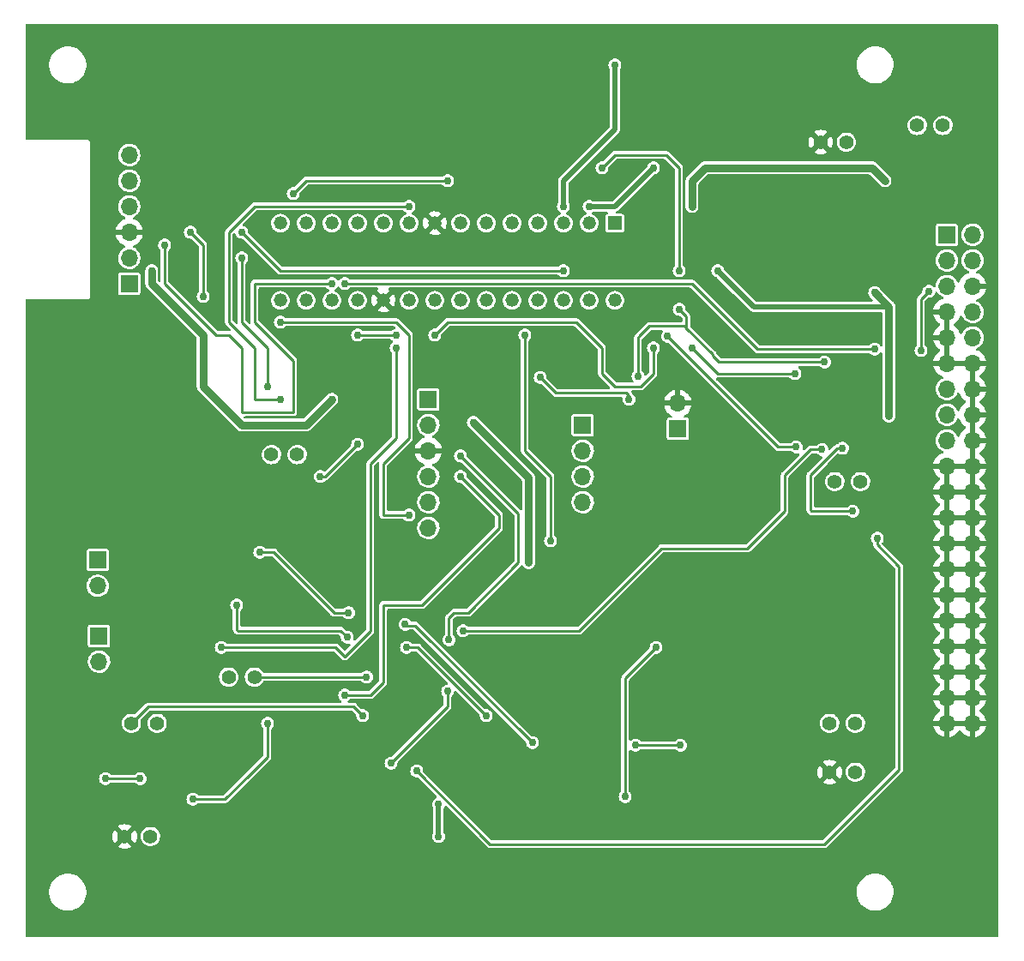
<source format=gbl>
%TF.GenerationSoftware,KiCad,Pcbnew,(6.0.1)*%
%TF.CreationDate,2022-04-25T06:12:33-06:00*%
%TF.ProjectId,ColoradoCUBE_Payload,436f6c6f-7261-4646-9f43-5542455f5061,rev?*%
%TF.SameCoordinates,Original*%
%TF.FileFunction,Copper,L2,Bot*%
%TF.FilePolarity,Positive*%
%FSLAX46Y46*%
G04 Gerber Fmt 4.6, Leading zero omitted, Abs format (unit mm)*
G04 Created by KiCad (PCBNEW (6.0.1)) date 2022-04-25 06:12:33*
%MOMM*%
%LPD*%
G01*
G04 APERTURE LIST*
%TA.AperFunction,ComponentPad*%
%ADD10R,1.700000X1.700000*%
%TD*%
%TA.AperFunction,ComponentPad*%
%ADD11O,1.700000X1.700000*%
%TD*%
%TA.AperFunction,ComponentPad*%
%ADD12C,1.400000*%
%TD*%
%TA.AperFunction,ComponentPad*%
%ADD13R,1.320800X1.320800*%
%TD*%
%TA.AperFunction,ComponentPad*%
%ADD14C,1.320800*%
%TD*%
%TA.AperFunction,ViaPad*%
%ADD15C,0.762000*%
%TD*%
%TA.AperFunction,Conductor*%
%ADD16C,0.762000*%
%TD*%
%TA.AperFunction,Conductor*%
%ADD17C,0.508000*%
%TD*%
%TA.AperFunction,Conductor*%
%ADD18C,0.254000*%
%TD*%
G04 APERTURE END LIST*
D10*
X114610998Y-67310000D03*
D11*
X114610998Y-64770000D03*
X114610998Y-62230000D03*
X114610998Y-59690000D03*
X114610998Y-57150000D03*
X114610998Y-54610000D03*
D12*
X182880000Y-53340000D03*
X185420000Y-53340000D03*
D13*
X162560000Y-61341000D03*
D14*
X160020000Y-61341000D03*
X157480000Y-61341000D03*
X154940000Y-61341000D03*
X152400000Y-61341000D03*
X149860000Y-61341000D03*
X147320000Y-61341000D03*
X144780000Y-61341000D03*
X142240000Y-61341000D03*
X139700000Y-61341000D03*
X137160000Y-61341000D03*
X134620000Y-61341000D03*
X132080000Y-61341000D03*
X129540000Y-61341000D03*
X129540000Y-68961000D03*
X132080000Y-68961000D03*
X134620000Y-68961000D03*
X137160000Y-68961000D03*
X139700000Y-68961000D03*
X142240000Y-68961000D03*
X144780000Y-68961000D03*
X147320000Y-68961000D03*
X149860000Y-68961000D03*
X152400000Y-68961000D03*
X154940000Y-68961000D03*
X157480000Y-68961000D03*
X160020000Y-68961000D03*
X162560000Y-68961000D03*
D10*
X159385000Y-81280000D03*
D11*
X159385000Y-83820000D03*
X159385000Y-86360000D03*
X159385000Y-88900000D03*
D10*
X195326000Y-62484000D03*
D11*
X197866000Y-62484000D03*
X195326000Y-65024000D03*
X197866000Y-65024000D03*
X195326000Y-67564000D03*
X197866000Y-67564000D03*
X195326000Y-70104000D03*
X197866000Y-70104000D03*
X195326000Y-72644000D03*
X197866000Y-72644000D03*
X195326000Y-75184000D03*
X197866000Y-75184000D03*
X195326000Y-77724000D03*
X197866000Y-77724000D03*
X195326000Y-80264000D03*
X197866000Y-80264000D03*
X195326000Y-82804000D03*
X197866000Y-82804000D03*
X195326000Y-85344000D03*
X197866000Y-85344000D03*
X195326000Y-87884000D03*
X197866000Y-87884000D03*
X195326000Y-90424000D03*
X197866000Y-90424000D03*
X195326000Y-92964000D03*
X197866000Y-92964000D03*
X195326000Y-95504000D03*
X197866000Y-95504000D03*
X195326000Y-98044000D03*
X197866000Y-98044000D03*
X195326000Y-100584000D03*
X197866000Y-100584000D03*
X195326000Y-103124000D03*
X197866000Y-103124000D03*
X195326000Y-105664000D03*
X197866000Y-105664000D03*
X195326000Y-108204000D03*
X197866000Y-108204000D03*
X195326000Y-110744000D03*
X197866000Y-110744000D03*
D12*
X126980000Y-106172000D03*
X124440000Y-106172000D03*
X128651000Y-84201000D03*
X131191000Y-84201000D03*
D10*
X144145000Y-78740000D03*
D11*
X144145000Y-81280000D03*
X144145000Y-83820000D03*
X144145000Y-86360000D03*
X144145000Y-88900000D03*
X144145000Y-91440000D03*
D12*
X183769000Y-110744000D03*
X186309000Y-110744000D03*
X192405000Y-51689000D03*
X194945000Y-51689000D03*
X183769000Y-115570000D03*
X186309000Y-115570000D03*
D10*
X168783000Y-81666000D03*
D11*
X168783000Y-79126000D03*
D12*
X184277000Y-86868000D03*
X186817000Y-86868000D03*
X114828000Y-110744000D03*
X117368000Y-110744000D03*
X114173000Y-121920000D03*
X116713000Y-121920000D03*
D10*
X111633000Y-102108000D03*
D11*
X111633000Y-104648000D03*
D10*
X111506000Y-94615000D03*
D11*
X111506000Y-97155000D03*
D15*
X154051000Y-94869000D03*
X148590000Y-81026000D03*
X134620000Y-78740000D03*
X116840000Y-66040000D03*
X170180000Y-59690000D03*
X189230000Y-57150000D03*
X166370000Y-55880000D03*
X160020000Y-59690000D03*
X162560000Y-45720000D03*
X157480000Y-59690000D03*
X135890000Y-67310000D03*
X188214000Y-73787000D03*
X137160000Y-72390000D03*
X140970000Y-72390000D03*
X180340000Y-76200000D03*
X170180000Y-73660000D03*
X144780000Y-72390000D03*
X166370000Y-73660000D03*
X140462000Y-114681000D03*
X146050000Y-107569000D03*
X138049000Y-106172000D03*
X183007000Y-83693000D03*
X147574000Y-101600000D03*
X137668000Y-109982000D03*
X143002000Y-115443000D03*
X188468000Y-92456000D03*
X186055000Y-89789000D03*
X185039000Y-83566000D03*
X134620000Y-67310000D03*
X118110000Y-63500000D03*
X120650000Y-62230000D03*
X125730000Y-62230000D03*
X157480000Y-66040000D03*
X121920000Y-68580000D03*
X136144000Y-102235000D03*
X168910000Y-66040000D03*
X164592000Y-112903000D03*
X161290000Y-55880000D03*
X168910000Y-69850000D03*
X141986000Y-103251000D03*
X125222000Y-99060000D03*
X142240000Y-90170000D03*
X149860000Y-109982000D03*
X129540000Y-71120000D03*
X164846000Y-76454000D03*
X183261000Y-75057000D03*
X169037000Y-112903000D03*
X127508000Y-93853000D03*
X193548000Y-68072000D03*
X167767000Y-72517000D03*
X141859000Y-100965000D03*
X154432000Y-112649000D03*
X130810000Y-58420000D03*
X180467000Y-83439000D03*
X136271000Y-99822000D03*
X128270000Y-77470000D03*
X146050000Y-57150000D03*
X192786000Y-73914000D03*
X125730000Y-64770000D03*
X147320000Y-84328000D03*
X146177000Y-102489000D03*
X140970000Y-73660000D03*
X123698000Y-103251000D03*
X163957000Y-78740000D03*
X155194000Y-76581000D03*
X153670000Y-72390000D03*
X156210000Y-92710000D03*
X135890000Y-107950000D03*
X147320000Y-86360000D03*
X163576000Y-117983000D03*
X166624000Y-103251000D03*
X188214000Y-68199000D03*
X189611000Y-80391000D03*
X145161000Y-118745000D03*
X172720000Y-66040000D03*
X145161000Y-121920000D03*
X128270000Y-110744000D03*
X137160000Y-83185000D03*
X112268000Y-116205000D03*
X120904000Y-118237000D03*
X133477000Y-86360000D03*
X142240000Y-59690000D03*
X129540000Y-78740000D03*
X115697000Y-116205000D03*
D16*
X170180000Y-57150000D02*
X171450000Y-55880000D01*
X171450000Y-55880000D02*
X187960000Y-55880000D01*
X132080000Y-81280000D02*
X125730000Y-81280000D01*
X121920000Y-73660000D02*
X121920000Y-72390000D01*
X134620000Y-78740000D02*
X132080000Y-81280000D01*
X121920000Y-72390000D02*
X118110000Y-68580000D01*
X154051000Y-86487000D02*
X148590000Y-81026000D01*
X154051000Y-94869000D02*
X154051000Y-86487000D01*
X116840000Y-67310000D02*
X116840000Y-66040000D01*
X118110000Y-68580000D02*
X116840000Y-67310000D01*
X125730000Y-81280000D02*
X121920000Y-77470000D01*
X187960000Y-55880000D02*
X189230000Y-57150000D01*
X170180000Y-59690000D02*
X170180000Y-57150000D01*
X121920000Y-77470000D02*
X121920000Y-73660000D01*
D17*
X166370000Y-55880000D02*
X162560000Y-59690000D01*
X162560000Y-59690000D02*
X160020000Y-59690000D01*
X162560000Y-45720000D02*
X162560000Y-52070000D01*
X157480000Y-57150000D02*
X157480000Y-59690000D01*
X162560000Y-52070000D02*
X157480000Y-57150000D01*
D18*
X176657000Y-73787000D02*
X176530000Y-73660000D01*
X168910000Y-67310000D02*
X135890000Y-67310000D01*
X176530000Y-73660000D02*
X170180000Y-67310000D01*
X170180000Y-67310000D02*
X168910000Y-67310000D01*
X188214000Y-73787000D02*
X176657000Y-73787000D01*
X165100000Y-77470000D02*
X162560000Y-77470000D01*
X156210000Y-71120000D02*
X146050000Y-71120000D01*
X158750000Y-71120000D02*
X156210000Y-71120000D01*
X166370000Y-73660000D02*
X166370000Y-76200000D01*
X161290000Y-76200000D02*
X161290000Y-73660000D01*
X166370000Y-76200000D02*
X165100000Y-77470000D01*
X140970000Y-72390000D02*
X137160000Y-72390000D01*
X162560000Y-77470000D02*
X161290000Y-76200000D01*
X146050000Y-71120000D02*
X144780000Y-72390000D01*
X180340000Y-76200000D02*
X172720000Y-76200000D01*
X172720000Y-76200000D02*
X170180000Y-73660000D01*
X161290000Y-73660000D02*
X158750000Y-71120000D01*
X159004000Y-101600000D02*
X167132000Y-93472000D01*
X179324000Y-89789000D02*
X179324000Y-86233000D01*
X146050000Y-109093000D02*
X146050000Y-107569000D01*
X175641000Y-93472000D02*
X179324000Y-89789000D01*
X179324000Y-86233000D02*
X181864000Y-83693000D01*
X140462000Y-114681000D02*
X146050000Y-109093000D01*
X181864000Y-83693000D02*
X183007000Y-83693000D01*
X126980000Y-106172000D02*
X138049000Y-106172000D01*
X147574000Y-101600000D02*
X159004000Y-101600000D01*
X167132000Y-93472000D02*
X175641000Y-93472000D01*
X184531000Y-83566000D02*
X185039000Y-83566000D01*
X188468000Y-93091000D02*
X188468000Y-92837000D01*
X186055000Y-89789000D02*
X181991000Y-89789000D01*
X114828000Y-110744000D02*
X116479000Y-109093000D01*
X181991000Y-89789000D02*
X181864000Y-89662000D01*
X143002000Y-115443000D02*
X150241000Y-122682000D01*
X190627000Y-95250000D02*
X188468000Y-93091000D01*
X183261000Y-122682000D02*
X190627000Y-115316000D01*
X116479000Y-109093000D02*
X136779000Y-109093000D01*
X188595000Y-92710000D02*
X188468000Y-92583000D01*
X136779000Y-109093000D02*
X137668000Y-109982000D01*
X181864000Y-86233000D02*
X184531000Y-83566000D01*
X188468000Y-92583000D02*
X188468000Y-92456000D01*
X188468000Y-92837000D02*
X188595000Y-92710000D01*
X181864000Y-89662000D02*
X181864000Y-86233000D01*
X190627000Y-115316000D02*
X190627000Y-95250000D01*
X150241000Y-122682000D02*
X183261000Y-122682000D01*
X118110000Y-63500000D02*
X118110000Y-67310000D01*
X121920000Y-71120000D02*
X123190000Y-72390000D01*
X127000000Y-67310000D02*
X134620000Y-67310000D01*
X125730000Y-80010000D02*
X130810000Y-80010000D01*
X130810000Y-77470000D02*
X130810000Y-74930000D01*
X125730000Y-73660000D02*
X125730000Y-80010000D01*
X130810000Y-80010000D02*
X130810000Y-77470000D01*
X118110000Y-67310000D02*
X121920000Y-71120000D01*
X123190000Y-72390000D02*
X124460000Y-72390000D01*
X130810000Y-74930000D02*
X127000000Y-71120000D01*
X124460000Y-72390000D02*
X125730000Y-73660000D01*
X127000000Y-71120000D02*
X127000000Y-67310000D01*
X125730000Y-62230000D02*
X129540000Y-66040000D01*
X120650000Y-62230000D02*
X121920000Y-63500000D01*
X129540000Y-66040000D02*
X157480000Y-66040000D01*
X121920000Y-63500000D02*
X121920000Y-68580000D01*
X172212000Y-74422000D02*
X172847000Y-75057000D01*
X142240000Y-72390000D02*
X140970000Y-71120000D01*
X164846000Y-72644000D02*
X164973000Y-72517000D01*
X139700000Y-85090000D02*
X140970000Y-83820000D01*
X142240000Y-90170000D02*
X139700000Y-90170000D01*
X142240000Y-82550000D02*
X142240000Y-72390000D01*
X149860000Y-109982000D02*
X143129000Y-103251000D01*
X162560000Y-54610000D02*
X167640000Y-54610000D01*
X125222000Y-101473000D02*
X125222000Y-99060000D01*
X169608500Y-70548500D02*
X169608500Y-71691500D01*
X161290000Y-55880000D02*
X162560000Y-54610000D01*
X125349000Y-101600000D02*
X125222000Y-101473000D01*
X139700000Y-90170000D02*
X139700000Y-85090000D01*
X169608500Y-71691500D02*
X172212000Y-74295000D01*
X164846000Y-76454000D02*
X164846000Y-72644000D01*
X172212000Y-74295000D02*
X172212000Y-74422000D01*
X164973000Y-72517000D02*
X165989000Y-71501000D01*
X169418000Y-71501000D02*
X169608500Y-71691500D01*
X168910000Y-55880000D02*
X168910000Y-66040000D01*
X140970000Y-71120000D02*
X129540000Y-71120000D01*
X168656000Y-112903000D02*
X169037000Y-112903000D01*
X143129000Y-103251000D02*
X141986000Y-103251000D01*
X167640000Y-54610000D02*
X168910000Y-55880000D01*
X136144000Y-102235000D02*
X135509000Y-101600000D01*
X165989000Y-71501000D02*
X169418000Y-71501000D01*
X168910000Y-69850000D02*
X169608500Y-70548500D01*
X172847000Y-75057000D02*
X183261000Y-75057000D01*
X140970000Y-83820000D02*
X142240000Y-82550000D01*
X135509000Y-101600000D02*
X125349000Y-101600000D01*
X168656000Y-112903000D02*
X164592000Y-112903000D01*
X192786000Y-73914000D02*
X192786000Y-68834000D01*
X136271000Y-99822000D02*
X134874000Y-99822000D01*
X125730000Y-71120000D02*
X125730000Y-64770000D01*
X142240000Y-101092000D02*
X141986000Y-101092000D01*
X127000000Y-72390000D02*
X125730000Y-71120000D01*
X134874000Y-99822000D02*
X129159000Y-94107000D01*
X141986000Y-101092000D02*
X141859000Y-100965000D01*
X142875000Y-101092000D02*
X142240000Y-101092000D01*
X129159000Y-94107000D02*
X128905000Y-93853000D01*
X167767000Y-72517000D02*
X178689000Y-83439000D01*
X146050000Y-57150000D02*
X132080000Y-57150000D01*
X128270000Y-73660000D02*
X127000000Y-72390000D01*
X178689000Y-83439000D02*
X180467000Y-83439000D01*
X132080000Y-57150000D02*
X130810000Y-58420000D01*
X128905000Y-93853000D02*
X127508000Y-93853000D01*
X154432000Y-112649000D02*
X142875000Y-101092000D01*
X128270000Y-77470000D02*
X128270000Y-73660000D01*
X192786000Y-68834000D02*
X193548000Y-68072000D01*
X153035000Y-90043000D02*
X153035000Y-94869000D01*
X146177000Y-100330000D02*
X146177000Y-102489000D01*
X147320000Y-84328000D02*
X153035000Y-90043000D01*
X153035000Y-94869000D02*
X148082000Y-99822000D01*
X146685000Y-99822000D02*
X146177000Y-100330000D01*
X148082000Y-99822000D02*
X146685000Y-99822000D01*
X123698000Y-103251000D02*
X135001000Y-103251000D01*
X135001000Y-103251000D02*
X135890000Y-104140000D01*
X140970000Y-82550000D02*
X140970000Y-73660000D01*
X135890000Y-104140000D02*
X138430000Y-101600000D01*
X138430000Y-101600000D02*
X138430000Y-85090000D01*
X138430000Y-85090000D02*
X140970000Y-82550000D01*
X163957000Y-78359000D02*
X163957000Y-78740000D01*
X155194000Y-76581000D02*
X156718000Y-78105000D01*
X156718000Y-78105000D02*
X163703000Y-78105000D01*
X163703000Y-78105000D02*
X163957000Y-78359000D01*
X154940000Y-85090000D02*
X156210000Y-86360000D01*
X156210000Y-86360000D02*
X156210000Y-92710000D01*
X153670000Y-72390000D02*
X153670000Y-83820000D01*
X153670000Y-83820000D02*
X154940000Y-85090000D01*
X147320000Y-86360000D02*
X151130000Y-90170000D01*
X151130000Y-91440000D02*
X143510000Y-99060000D01*
X139700000Y-106680000D02*
X138430000Y-107950000D01*
X151130000Y-90170000D02*
X151130000Y-91440000D01*
X139700000Y-99060000D02*
X139700000Y-106680000D01*
X143510000Y-99060000D02*
X139700000Y-99060000D01*
X138430000Y-107950000D02*
X135890000Y-107950000D01*
X163576000Y-106299000D02*
X166624000Y-103251000D01*
X163576000Y-117983000D02*
X163576000Y-106299000D01*
D17*
X176276000Y-69596000D02*
X189611000Y-69596000D01*
D16*
X188214000Y-68199000D02*
X189611000Y-69596000D01*
D17*
X172720000Y-66040000D02*
X176276000Y-69596000D01*
D16*
X189611000Y-69596000D02*
X189611000Y-80391000D01*
D17*
X145161000Y-121920000D02*
X145161000Y-118745000D01*
D18*
X133477000Y-86360000D02*
X133985000Y-86360000D01*
X126492000Y-115824000D02*
X128270000Y-114046000D01*
X127000000Y-59690000D02*
X142240000Y-59690000D01*
X128270000Y-114046000D02*
X128270000Y-110744000D01*
X115697000Y-116205000D02*
X112268000Y-116205000D01*
X127000000Y-78740000D02*
X127000000Y-73660000D01*
X124460000Y-62230000D02*
X127000000Y-59690000D01*
X124460000Y-71120000D02*
X124460000Y-62230000D01*
X129540000Y-78740000D02*
X127000000Y-78740000D01*
X124079000Y-118237000D02*
X126492000Y-115824000D01*
X120904000Y-118237000D02*
X124079000Y-118237000D01*
X127000000Y-73660000D02*
X124460000Y-71120000D01*
X133985000Y-86360000D02*
X137160000Y-83185000D01*
%TA.AperFunction,Conductor*%
G36*
X200348121Y-41676002D02*
G01*
X200394614Y-41729658D01*
X200406000Y-41782000D01*
X200406000Y-131700000D01*
X200385998Y-131768121D01*
X200332342Y-131814614D01*
X200280000Y-131826000D01*
X104520000Y-131826000D01*
X104451879Y-131805998D01*
X104405386Y-131752342D01*
X104394000Y-131700000D01*
X104394000Y-127534075D01*
X106717591Y-127534075D01*
X106754284Y-127803691D01*
X106755593Y-127808181D01*
X106755594Y-127808187D01*
X106787993Y-127919342D01*
X106830426Y-128064922D01*
X106832384Y-128069169D01*
X106832385Y-128069172D01*
X106875363Y-128162398D01*
X106944344Y-128312029D01*
X106974220Y-128357598D01*
X107090970Y-128535671D01*
X107090974Y-128535676D01*
X107093536Y-128539584D01*
X107274723Y-128742588D01*
X107483926Y-128916580D01*
X107716549Y-129057739D01*
X107720863Y-129059548D01*
X107720865Y-129059549D01*
X107963167Y-129161155D01*
X107963172Y-129161157D01*
X107967482Y-129162964D01*
X107972014Y-129164115D01*
X107972017Y-129164116D01*
X108103513Y-129197512D01*
X108231211Y-129229943D01*
X108457213Y-129252700D01*
X108619073Y-129252700D01*
X108621398Y-129252527D01*
X108621404Y-129252527D01*
X108816701Y-129238014D01*
X108816705Y-129238013D01*
X108821353Y-129237668D01*
X109086746Y-129177616D01*
X109091100Y-129175923D01*
X109335993Y-129080689D01*
X109335995Y-129080688D01*
X109340346Y-129078996D01*
X109344402Y-129076678D01*
X109572528Y-128946294D01*
X109572530Y-128946292D01*
X109576585Y-128943975D01*
X109790271Y-128775518D01*
X109976710Y-128577327D01*
X110131807Y-128353756D01*
X110252155Y-128109715D01*
X110335109Y-127850567D01*
X110378847Y-127582003D01*
X110379474Y-127534075D01*
X186417591Y-127534075D01*
X186454284Y-127803691D01*
X186455593Y-127808181D01*
X186455594Y-127808187D01*
X186487993Y-127919342D01*
X186530426Y-128064922D01*
X186532384Y-128069169D01*
X186532385Y-128069172D01*
X186575363Y-128162398D01*
X186644344Y-128312029D01*
X186674220Y-128357598D01*
X186790970Y-128535671D01*
X186790974Y-128535676D01*
X186793536Y-128539584D01*
X186974723Y-128742588D01*
X187183926Y-128916580D01*
X187416549Y-129057739D01*
X187420863Y-129059548D01*
X187420865Y-129059549D01*
X187663167Y-129161155D01*
X187663172Y-129161157D01*
X187667482Y-129162964D01*
X187672014Y-129164115D01*
X187672017Y-129164116D01*
X187803513Y-129197512D01*
X187931211Y-129229943D01*
X188157213Y-129252700D01*
X188319073Y-129252700D01*
X188321398Y-129252527D01*
X188321404Y-129252527D01*
X188516701Y-129238014D01*
X188516705Y-129238013D01*
X188521353Y-129237668D01*
X188786746Y-129177616D01*
X188791100Y-129175923D01*
X189035993Y-129080689D01*
X189035995Y-129080688D01*
X189040346Y-129078996D01*
X189044402Y-129076678D01*
X189272528Y-128946294D01*
X189272530Y-128946292D01*
X189276585Y-128943975D01*
X189490271Y-128775518D01*
X189676710Y-128577327D01*
X189831807Y-128353756D01*
X189952155Y-128109715D01*
X190035109Y-127850567D01*
X190078847Y-127582003D01*
X190082409Y-127309925D01*
X190045716Y-127040309D01*
X190033396Y-126998039D01*
X190012007Y-126924658D01*
X189969574Y-126779078D01*
X189946994Y-126730097D01*
X189857613Y-126536217D01*
X189855656Y-126531971D01*
X189822373Y-126481206D01*
X189709030Y-126308329D01*
X189709026Y-126308324D01*
X189706464Y-126304416D01*
X189525277Y-126101412D01*
X189316074Y-125927420D01*
X189083451Y-125786261D01*
X189032759Y-125765004D01*
X188836833Y-125682845D01*
X188836828Y-125682843D01*
X188832518Y-125681036D01*
X188827986Y-125679885D01*
X188827983Y-125679884D01*
X188696487Y-125646488D01*
X188568789Y-125614057D01*
X188342787Y-125591300D01*
X188180927Y-125591300D01*
X188178602Y-125591473D01*
X188178596Y-125591473D01*
X187983299Y-125605986D01*
X187983295Y-125605987D01*
X187978647Y-125606332D01*
X187713254Y-125666384D01*
X187708902Y-125668076D01*
X187708900Y-125668077D01*
X187464007Y-125763311D01*
X187464005Y-125763312D01*
X187459654Y-125765004D01*
X187455600Y-125767321D01*
X187455598Y-125767322D01*
X187418214Y-125788689D01*
X187223415Y-125900025D01*
X187009729Y-126068482D01*
X186823290Y-126266673D01*
X186668193Y-126490244D01*
X186547845Y-126734285D01*
X186464891Y-126993433D01*
X186421153Y-127261997D01*
X186417591Y-127534075D01*
X110379474Y-127534075D01*
X110382409Y-127309925D01*
X110345716Y-127040309D01*
X110333396Y-126998039D01*
X110312007Y-126924658D01*
X110269574Y-126779078D01*
X110246994Y-126730097D01*
X110157613Y-126536217D01*
X110155656Y-126531971D01*
X110122373Y-126481206D01*
X110009030Y-126308329D01*
X110009026Y-126308324D01*
X110006464Y-126304416D01*
X109825277Y-126101412D01*
X109616074Y-125927420D01*
X109383451Y-125786261D01*
X109332759Y-125765004D01*
X109136833Y-125682845D01*
X109136828Y-125682843D01*
X109132518Y-125681036D01*
X109127986Y-125679885D01*
X109127983Y-125679884D01*
X108996487Y-125646488D01*
X108868789Y-125614057D01*
X108642787Y-125591300D01*
X108480927Y-125591300D01*
X108478602Y-125591473D01*
X108478596Y-125591473D01*
X108283299Y-125605986D01*
X108283295Y-125605987D01*
X108278647Y-125606332D01*
X108013254Y-125666384D01*
X108008902Y-125668076D01*
X108008900Y-125668077D01*
X107764007Y-125763311D01*
X107764005Y-125763312D01*
X107759654Y-125765004D01*
X107755600Y-125767321D01*
X107755598Y-125767322D01*
X107718214Y-125788689D01*
X107523415Y-125900025D01*
X107309729Y-126068482D01*
X107123290Y-126266673D01*
X106968193Y-126490244D01*
X106847845Y-126734285D01*
X106764891Y-126993433D01*
X106721153Y-127261997D01*
X106717591Y-127534075D01*
X104394000Y-127534075D01*
X104394000Y-122934261D01*
X113523294Y-122934261D01*
X113532590Y-122946276D01*
X113562189Y-122967001D01*
X113571677Y-122972479D01*
X113753277Y-123057159D01*
X113763571Y-123060907D01*
X113957122Y-123112769D01*
X113967909Y-123114671D01*
X114167525Y-123132135D01*
X114178475Y-123132135D01*
X114378091Y-123114671D01*
X114388878Y-123112769D01*
X114582429Y-123060907D01*
X114592723Y-123057159D01*
X114774323Y-122972479D01*
X114783811Y-122967001D01*
X114814248Y-122945689D01*
X114822623Y-122935212D01*
X114815554Y-122921764D01*
X114185812Y-122292022D01*
X114171868Y-122284408D01*
X114170035Y-122284539D01*
X114163420Y-122288790D01*
X113529724Y-122922486D01*
X113523294Y-122934261D01*
X104394000Y-122934261D01*
X104394000Y-121925475D01*
X112960865Y-121925475D01*
X112978329Y-122125091D01*
X112980231Y-122135878D01*
X113032093Y-122329429D01*
X113035841Y-122339723D01*
X113120521Y-122521323D01*
X113125999Y-122530811D01*
X113147311Y-122561248D01*
X113157788Y-122569623D01*
X113171236Y-122562554D01*
X113800978Y-121932812D01*
X113807356Y-121921132D01*
X114537408Y-121921132D01*
X114537539Y-121922965D01*
X114541790Y-121929580D01*
X115175486Y-122563276D01*
X115187261Y-122569706D01*
X115199276Y-122560410D01*
X115220001Y-122530811D01*
X115225479Y-122521323D01*
X115310159Y-122339723D01*
X115313907Y-122329429D01*
X115365769Y-122135878D01*
X115367671Y-122125091D01*
X115385135Y-121925475D01*
X115385135Y-121914525D01*
X115384442Y-121906609D01*
X115753975Y-121906609D01*
X115769639Y-122093139D01*
X115771338Y-122099064D01*
X115818517Y-122263595D01*
X115821235Y-122273075D01*
X115824050Y-122278552D01*
X115824051Y-122278555D01*
X115903982Y-122434085D01*
X115906797Y-122439562D01*
X115910620Y-122444386D01*
X115910623Y-122444390D01*
X115999609Y-122556661D01*
X116023068Y-122586259D01*
X116165618Y-122707579D01*
X116170996Y-122710585D01*
X116170998Y-122710586D01*
X116205396Y-122729810D01*
X116329018Y-122798900D01*
X116507043Y-122856744D01*
X116692914Y-122878908D01*
X116699049Y-122878436D01*
X116699051Y-122878436D01*
X116873408Y-122865020D01*
X116873413Y-122865019D01*
X116879549Y-122864547D01*
X116885479Y-122862891D01*
X116885481Y-122862891D01*
X117053913Y-122815864D01*
X117053912Y-122815864D01*
X117059841Y-122814209D01*
X117090148Y-122798900D01*
X117138774Y-122774337D01*
X117226921Y-122729810D01*
X117255376Y-122707579D01*
X117369571Y-122618360D01*
X117369572Y-122618360D01*
X117374427Y-122614566D01*
X117496738Y-122472867D01*
X117505967Y-122456622D01*
X117561853Y-122358244D01*
X117589198Y-122310108D01*
X117648283Y-122132491D01*
X117671744Y-121946780D01*
X117672118Y-121920000D01*
X117653852Y-121733706D01*
X117599749Y-121554509D01*
X117596305Y-121548032D01*
X117514764Y-121394674D01*
X117514762Y-121394671D01*
X117511870Y-121389232D01*
X117507980Y-121384462D01*
X117507977Y-121384458D01*
X117397457Y-121248948D01*
X117397454Y-121248945D01*
X117393562Y-121244173D01*
X117249332Y-121124855D01*
X117084673Y-121035824D01*
X116995265Y-121008148D01*
X116911744Y-120982294D01*
X116911741Y-120982293D01*
X116905857Y-120980472D01*
X116899732Y-120979828D01*
X116899731Y-120979828D01*
X116725824Y-120961549D01*
X116725823Y-120961549D01*
X116719696Y-120960905D01*
X116643143Y-120967872D01*
X116539418Y-120977312D01*
X116539415Y-120977313D01*
X116533279Y-120977871D01*
X116527373Y-120979609D01*
X116527369Y-120979610D01*
X116392075Y-121019429D01*
X116353708Y-121030721D01*
X116187822Y-121117444D01*
X116183022Y-121121304D01*
X116183021Y-121121304D01*
X116173718Y-121128784D01*
X116041940Y-121234736D01*
X115921619Y-121378130D01*
X115918655Y-121383522D01*
X115918652Y-121383526D01*
X115855493Y-121498412D01*
X115831441Y-121542163D01*
X115829580Y-121548030D01*
X115829579Y-121548032D01*
X115780064Y-121704122D01*
X115774841Y-121720588D01*
X115753975Y-121906609D01*
X115384442Y-121906609D01*
X115367671Y-121714909D01*
X115365769Y-121704122D01*
X115313907Y-121510571D01*
X115310159Y-121500277D01*
X115225479Y-121318677D01*
X115220001Y-121309189D01*
X115198689Y-121278752D01*
X115188212Y-121270377D01*
X115174764Y-121277446D01*
X114545022Y-121907188D01*
X114537408Y-121921132D01*
X113807356Y-121921132D01*
X113808592Y-121918868D01*
X113808461Y-121917035D01*
X113804210Y-121910420D01*
X113170514Y-121276724D01*
X113158739Y-121270294D01*
X113146724Y-121279590D01*
X113125999Y-121309189D01*
X113120521Y-121318677D01*
X113035841Y-121500277D01*
X113032093Y-121510571D01*
X112980231Y-121704122D01*
X112978329Y-121714909D01*
X112960865Y-121914525D01*
X112960865Y-121925475D01*
X104394000Y-121925475D01*
X104394000Y-120904788D01*
X113523377Y-120904788D01*
X113530446Y-120918236D01*
X114160188Y-121547978D01*
X114174132Y-121555592D01*
X114175965Y-121555461D01*
X114182580Y-121551210D01*
X114816276Y-120917514D01*
X114822706Y-120905739D01*
X114813410Y-120893724D01*
X114783811Y-120872999D01*
X114774323Y-120867521D01*
X114592723Y-120782841D01*
X114582429Y-120779093D01*
X114388878Y-120727231D01*
X114378091Y-120725329D01*
X114178475Y-120707865D01*
X114167525Y-120707865D01*
X113967909Y-120725329D01*
X113957122Y-120727231D01*
X113763571Y-120779093D01*
X113753277Y-120782841D01*
X113571677Y-120867521D01*
X113562189Y-120872999D01*
X113531752Y-120894311D01*
X113523377Y-120904788D01*
X104394000Y-120904788D01*
X104394000Y-118230296D01*
X120263867Y-118230296D01*
X120280746Y-118383183D01*
X120283355Y-118390314D01*
X120283356Y-118390316D01*
X120326585Y-118508443D01*
X120333606Y-118527630D01*
X120337842Y-118533933D01*
X120337842Y-118533934D01*
X120415162Y-118648999D01*
X120415165Y-118649002D01*
X120419396Y-118655299D01*
X120441320Y-118675248D01*
X120510609Y-118738296D01*
X120533163Y-118758819D01*
X120668338Y-118832213D01*
X120817119Y-118871245D01*
X120896938Y-118872499D01*
X120963318Y-118873542D01*
X120963321Y-118873542D01*
X120970916Y-118873661D01*
X120978320Y-118871965D01*
X120978322Y-118871965D01*
X121033589Y-118859307D01*
X121120849Y-118839322D01*
X121142187Y-118828590D01*
X121251481Y-118773622D01*
X121251484Y-118773620D01*
X121258264Y-118770210D01*
X121375226Y-118670314D01*
X121379659Y-118664144D01*
X121384193Y-118659214D01*
X121445026Y-118622609D01*
X121476942Y-118618500D01*
X124024865Y-118618500D01*
X124049164Y-118621086D01*
X124050602Y-118621154D01*
X124060780Y-118623345D01*
X124094341Y-118619373D01*
X124100320Y-118619021D01*
X124100312Y-118618928D01*
X124105490Y-118618500D01*
X124110692Y-118618500D01*
X124129846Y-118615312D01*
X124135704Y-118614478D01*
X124152318Y-118612512D01*
X124176567Y-118609642D01*
X124176568Y-118609642D01*
X124186907Y-118608418D01*
X124195206Y-118604433D01*
X124204283Y-118602922D01*
X124249651Y-118578442D01*
X124254914Y-118575761D01*
X124294250Y-118556873D01*
X124294254Y-118556870D01*
X124301398Y-118553440D01*
X124305692Y-118549830D01*
X124307624Y-118547898D01*
X124309573Y-118546111D01*
X124309626Y-118546082D01*
X124309745Y-118546212D01*
X124310313Y-118545711D01*
X124316057Y-118542612D01*
X124352867Y-118502791D01*
X124356296Y-118499226D01*
X126784171Y-116071352D01*
X126784174Y-116071348D01*
X127419226Y-115436296D01*
X142361867Y-115436296D01*
X142368483Y-115496225D01*
X142377686Y-115579580D01*
X142378746Y-115589183D01*
X142381355Y-115596314D01*
X142381356Y-115596316D01*
X142410433Y-115675771D01*
X142431606Y-115733630D01*
X142435842Y-115739933D01*
X142435842Y-115739934D01*
X142513162Y-115854999D01*
X142513165Y-115855002D01*
X142517396Y-115861299D01*
X142523010Y-115866407D01*
X142602558Y-115938790D01*
X142631163Y-115964819D01*
X142766338Y-116038213D01*
X142915119Y-116077245D01*
X142998788Y-116078559D01*
X143048593Y-116079342D01*
X143116391Y-116100411D01*
X143135709Y-116116231D01*
X144965360Y-117945882D01*
X144999386Y-118008194D01*
X144994321Y-118079009D01*
X144951774Y-118135845D01*
X144934055Y-118146943D01*
X144917021Y-118155735D01*
X144801172Y-118215529D01*
X144795450Y-118220521D01*
X144795448Y-118220522D01*
X144734570Y-118273630D01*
X144685262Y-118316644D01*
X144596818Y-118442488D01*
X144594059Y-118449563D01*
X144594058Y-118449566D01*
X144543704Y-118578717D01*
X144540944Y-118585797D01*
X144539952Y-118593330D01*
X144539952Y-118593331D01*
X144536001Y-118623345D01*
X144520867Y-118738296D01*
X144524767Y-118773622D01*
X144535812Y-118873661D01*
X144537746Y-118891183D01*
X144540355Y-118898314D01*
X144540356Y-118898316D01*
X144549879Y-118924337D01*
X144590606Y-119035630D01*
X144594842Y-119041933D01*
X144594842Y-119041934D01*
X144631082Y-119095865D01*
X144652500Y-119166141D01*
X144652500Y-121498412D01*
X144629587Y-121570862D01*
X144596818Y-121617488D01*
X144594059Y-121624563D01*
X144594058Y-121624566D01*
X144554235Y-121726707D01*
X144540944Y-121760797D01*
X144539952Y-121768330D01*
X144539952Y-121768331D01*
X144522554Y-121900484D01*
X144520867Y-121913296D01*
X144537746Y-122066183D01*
X144540355Y-122073314D01*
X144540356Y-122073316D01*
X144564153Y-122138343D01*
X144590606Y-122210630D01*
X144594842Y-122216933D01*
X144594842Y-122216934D01*
X144672162Y-122331999D01*
X144672165Y-122332002D01*
X144676396Y-122338299D01*
X144790163Y-122441819D01*
X144925338Y-122515213D01*
X145074119Y-122554245D01*
X145153938Y-122555499D01*
X145220318Y-122556542D01*
X145220321Y-122556542D01*
X145227916Y-122556661D01*
X145235320Y-122554965D01*
X145235322Y-122554965D01*
X145290589Y-122542307D01*
X145377849Y-122522322D01*
X145466899Y-122477535D01*
X145508481Y-122456622D01*
X145508484Y-122456620D01*
X145515264Y-122453210D01*
X145632226Y-122353314D01*
X145721983Y-122228403D01*
X145779355Y-122085688D01*
X145801028Y-121933407D01*
X145801168Y-121920000D01*
X145800506Y-121914525D01*
X145783601Y-121774839D01*
X145782689Y-121767299D01*
X145728319Y-121623413D01*
X145719975Y-121611272D01*
X145691660Y-121570072D01*
X145669500Y-121498706D01*
X145669500Y-119167017D01*
X145693177Y-119093491D01*
X145717552Y-119059569D01*
X145721983Y-119053403D01*
X145751459Y-118980081D01*
X145795426Y-118924337D01*
X145862552Y-118901212D01*
X145931523Y-118918049D01*
X145957461Y-118937983D01*
X147980382Y-120960905D01*
X149932956Y-122913479D01*
X149948315Y-122932495D01*
X149949281Y-122933556D01*
X149954929Y-122942304D01*
X149963106Y-122948750D01*
X149981472Y-122963229D01*
X149985947Y-122967206D01*
X149986008Y-122967135D01*
X149989965Y-122970488D01*
X149993648Y-122974171D01*
X149997883Y-122977197D01*
X149997885Y-122977199D01*
X150009436Y-122985453D01*
X150014182Y-122989016D01*
X150054670Y-123020934D01*
X150063357Y-123023985D01*
X150070843Y-123029334D01*
X150080819Y-123032317D01*
X150080820Y-123032318D01*
X150112202Y-123041703D01*
X150116463Y-123042977D01*
X150120211Y-123044098D01*
X150125843Y-123045928D01*
X150174502Y-123063016D01*
X150180091Y-123063500D01*
X150182802Y-123063500D01*
X150185469Y-123063615D01*
X150185532Y-123063634D01*
X150185525Y-123063808D01*
X150186271Y-123063855D01*
X150192524Y-123065725D01*
X150242383Y-123063766D01*
X150246678Y-123063597D01*
X150251625Y-123063500D01*
X183206865Y-123063500D01*
X183231164Y-123066086D01*
X183232602Y-123066154D01*
X183242780Y-123068345D01*
X183276341Y-123064373D01*
X183282320Y-123064021D01*
X183282312Y-123063928D01*
X183287490Y-123063500D01*
X183292692Y-123063500D01*
X183311846Y-123060312D01*
X183317704Y-123059478D01*
X183337298Y-123057159D01*
X183358567Y-123054642D01*
X183358568Y-123054642D01*
X183368907Y-123053418D01*
X183377206Y-123049433D01*
X183386283Y-123047922D01*
X183431651Y-123023442D01*
X183436914Y-123020761D01*
X183476250Y-123001873D01*
X183476254Y-123001870D01*
X183483398Y-122998440D01*
X183487692Y-122994830D01*
X183489624Y-122992898D01*
X183491573Y-122991111D01*
X183491626Y-122991082D01*
X183491745Y-122991212D01*
X183492313Y-122990711D01*
X183498057Y-122987612D01*
X183534868Y-122947790D01*
X183538297Y-122944225D01*
X190858479Y-115624044D01*
X190877495Y-115608685D01*
X190878556Y-115607719D01*
X190887304Y-115602071D01*
X190908229Y-115575528D01*
X190912208Y-115571050D01*
X190912137Y-115570990D01*
X190915490Y-115567033D01*
X190919171Y-115563352D01*
X190930469Y-115547543D01*
X190934032Y-115542798D01*
X190959485Y-115510510D01*
X190965934Y-115502330D01*
X190968984Y-115493645D01*
X190974334Y-115486158D01*
X190989109Y-115436753D01*
X190990930Y-115431150D01*
X191005388Y-115389981D01*
X191008016Y-115382498D01*
X191008500Y-115376909D01*
X191008500Y-115374196D01*
X191008615Y-115371531D01*
X191008634Y-115371468D01*
X191008808Y-115371475D01*
X191008855Y-115370729D01*
X191010725Y-115364476D01*
X191008597Y-115310322D01*
X191008500Y-115305375D01*
X191008500Y-111011966D01*
X193994257Y-111011966D01*
X194024565Y-111146446D01*
X194027645Y-111156275D01*
X194107770Y-111353603D01*
X194112413Y-111362794D01*
X194223694Y-111544388D01*
X194229777Y-111552699D01*
X194369213Y-111713667D01*
X194376580Y-111720883D01*
X194540434Y-111856916D01*
X194548881Y-111862831D01*
X194732756Y-111970279D01*
X194742042Y-111974729D01*
X194941001Y-112050703D01*
X194950899Y-112053579D01*
X195054250Y-112074606D01*
X195068299Y-112073410D01*
X195072000Y-112063065D01*
X195072000Y-112062517D01*
X195580000Y-112062517D01*
X195584064Y-112076359D01*
X195597478Y-112078393D01*
X195604184Y-112077534D01*
X195614262Y-112075392D01*
X195818255Y-112014191D01*
X195827842Y-112010433D01*
X196019095Y-111916739D01*
X196027945Y-111911464D01*
X196201328Y-111787792D01*
X196209200Y-111781139D01*
X196360052Y-111630812D01*
X196366730Y-111622965D01*
X196494022Y-111445819D01*
X196495147Y-111446627D01*
X196542669Y-111402876D01*
X196612607Y-111390661D01*
X196678046Y-111418197D01*
X196705870Y-111450028D01*
X196763690Y-111544383D01*
X196769777Y-111552699D01*
X196909213Y-111713667D01*
X196916580Y-111720883D01*
X197080434Y-111856916D01*
X197088881Y-111862831D01*
X197272756Y-111970279D01*
X197282042Y-111974729D01*
X197481001Y-112050703D01*
X197490899Y-112053579D01*
X197594250Y-112074606D01*
X197608299Y-112073410D01*
X197612000Y-112063065D01*
X197612000Y-112062517D01*
X198120000Y-112062517D01*
X198124064Y-112076359D01*
X198137478Y-112078393D01*
X198144184Y-112077534D01*
X198154262Y-112075392D01*
X198358255Y-112014191D01*
X198367842Y-112010433D01*
X198559095Y-111916739D01*
X198567945Y-111911464D01*
X198741328Y-111787792D01*
X198749200Y-111781139D01*
X198900052Y-111630812D01*
X198906730Y-111622965D01*
X199031003Y-111450020D01*
X199036313Y-111441183D01*
X199130670Y-111250267D01*
X199134469Y-111240672D01*
X199196377Y-111036910D01*
X199198555Y-111026837D01*
X199199986Y-111015962D01*
X199197775Y-111001778D01*
X199184617Y-110998000D01*
X198138115Y-110998000D01*
X198122876Y-111002475D01*
X198121671Y-111003865D01*
X198120000Y-111011548D01*
X198120000Y-112062517D01*
X197612000Y-112062517D01*
X197612000Y-111016115D01*
X197607525Y-111000876D01*
X197606135Y-110999671D01*
X197598452Y-110998000D01*
X195598115Y-110998000D01*
X195582876Y-111002475D01*
X195581671Y-111003865D01*
X195580000Y-111011548D01*
X195580000Y-112062517D01*
X195072000Y-112062517D01*
X195072000Y-111016115D01*
X195067525Y-111000876D01*
X195066135Y-110999671D01*
X195058452Y-110998000D01*
X194009225Y-110998000D01*
X193995694Y-111001973D01*
X193994257Y-111011966D01*
X191008500Y-111011966D01*
X191008500Y-110478183D01*
X193990389Y-110478183D01*
X193991912Y-110486607D01*
X194004292Y-110490000D01*
X195053885Y-110490000D01*
X195069124Y-110485525D01*
X195070329Y-110484135D01*
X195072000Y-110476452D01*
X195072000Y-110471885D01*
X195580000Y-110471885D01*
X195584475Y-110487124D01*
X195585865Y-110488329D01*
X195593548Y-110490000D01*
X197593885Y-110490000D01*
X197609124Y-110485525D01*
X197610329Y-110484135D01*
X197612000Y-110476452D01*
X197612000Y-110471885D01*
X198120000Y-110471885D01*
X198124475Y-110487124D01*
X198125865Y-110488329D01*
X198133548Y-110490000D01*
X199184344Y-110490000D01*
X199197875Y-110486027D01*
X199199180Y-110476947D01*
X199157214Y-110309875D01*
X199153894Y-110300124D01*
X199068972Y-110104814D01*
X199064105Y-110095739D01*
X198948426Y-109916926D01*
X198942136Y-109908757D01*
X198798806Y-109751240D01*
X198791273Y-109744215D01*
X198624139Y-109612222D01*
X198615552Y-109606517D01*
X198578116Y-109585851D01*
X198528146Y-109535419D01*
X198513374Y-109465976D01*
X198538490Y-109399571D01*
X198565842Y-109372964D01*
X198741327Y-109247792D01*
X198749200Y-109241139D01*
X198900052Y-109090812D01*
X198906730Y-109082965D01*
X199031003Y-108910020D01*
X199036313Y-108901183D01*
X199130670Y-108710267D01*
X199134469Y-108700672D01*
X199196377Y-108496910D01*
X199198555Y-108486837D01*
X199199986Y-108475962D01*
X199197775Y-108461778D01*
X199184617Y-108458000D01*
X198138115Y-108458000D01*
X198122876Y-108462475D01*
X198121671Y-108463865D01*
X198120000Y-108471548D01*
X198120000Y-110471885D01*
X197612000Y-110471885D01*
X197612000Y-108476115D01*
X197607525Y-108460876D01*
X197606135Y-108459671D01*
X197598452Y-108458000D01*
X195598115Y-108458000D01*
X195582876Y-108462475D01*
X195581671Y-108463865D01*
X195580000Y-108471548D01*
X195580000Y-110471885D01*
X195072000Y-110471885D01*
X195072000Y-108476115D01*
X195067525Y-108460876D01*
X195066135Y-108459671D01*
X195058452Y-108458000D01*
X194009225Y-108458000D01*
X193995694Y-108461973D01*
X193994257Y-108471966D01*
X194024565Y-108606446D01*
X194027645Y-108616275D01*
X194107770Y-108813603D01*
X194112413Y-108822794D01*
X194223694Y-109004388D01*
X194229777Y-109012699D01*
X194369213Y-109173667D01*
X194376580Y-109180883D01*
X194540434Y-109316916D01*
X194548881Y-109322831D01*
X194618479Y-109363501D01*
X194667203Y-109415140D01*
X194680274Y-109484923D01*
X194653543Y-109550694D01*
X194613087Y-109584053D01*
X194604462Y-109588542D01*
X194595738Y-109594036D01*
X194425433Y-109721905D01*
X194417726Y-109728748D01*
X194270590Y-109882717D01*
X194264104Y-109890727D01*
X194144098Y-110066649D01*
X194139000Y-110075623D01*
X194049338Y-110268783D01*
X194045775Y-110278470D01*
X193990389Y-110478183D01*
X191008500Y-110478183D01*
X191008500Y-107938183D01*
X193990389Y-107938183D01*
X193991912Y-107946607D01*
X194004292Y-107950000D01*
X195053885Y-107950000D01*
X195069124Y-107945525D01*
X195070329Y-107944135D01*
X195072000Y-107936452D01*
X195072000Y-107931885D01*
X195580000Y-107931885D01*
X195584475Y-107947124D01*
X195585865Y-107948329D01*
X195593548Y-107950000D01*
X197593885Y-107950000D01*
X197609124Y-107945525D01*
X197610329Y-107944135D01*
X197612000Y-107936452D01*
X197612000Y-107931885D01*
X198120000Y-107931885D01*
X198124475Y-107947124D01*
X198125865Y-107948329D01*
X198133548Y-107950000D01*
X199184344Y-107950000D01*
X199197875Y-107946027D01*
X199199180Y-107936947D01*
X199157214Y-107769875D01*
X199153894Y-107760124D01*
X199068972Y-107564814D01*
X199064105Y-107555739D01*
X198948426Y-107376926D01*
X198942136Y-107368757D01*
X198798806Y-107211240D01*
X198791273Y-107204215D01*
X198624139Y-107072222D01*
X198615552Y-107066517D01*
X198578116Y-107045851D01*
X198528146Y-106995419D01*
X198513374Y-106925976D01*
X198538490Y-106859571D01*
X198565842Y-106832964D01*
X198741327Y-106707792D01*
X198749200Y-106701139D01*
X198900052Y-106550812D01*
X198906730Y-106542965D01*
X199031003Y-106370020D01*
X199036313Y-106361183D01*
X199130670Y-106170267D01*
X199134469Y-106160672D01*
X199196377Y-105956910D01*
X199198555Y-105946837D01*
X199199986Y-105935962D01*
X199197775Y-105921778D01*
X199184617Y-105918000D01*
X198138115Y-105918000D01*
X198122876Y-105922475D01*
X198121671Y-105923865D01*
X198120000Y-105931548D01*
X198120000Y-107931885D01*
X197612000Y-107931885D01*
X197612000Y-105936115D01*
X197607525Y-105920876D01*
X197606135Y-105919671D01*
X197598452Y-105918000D01*
X195598115Y-105918000D01*
X195582876Y-105922475D01*
X195581671Y-105923865D01*
X195580000Y-105931548D01*
X195580000Y-107931885D01*
X195072000Y-107931885D01*
X195072000Y-105936115D01*
X195067525Y-105920876D01*
X195066135Y-105919671D01*
X195058452Y-105918000D01*
X194009225Y-105918000D01*
X193995694Y-105921973D01*
X193994257Y-105931966D01*
X194024565Y-106066446D01*
X194027645Y-106076275D01*
X194107770Y-106273603D01*
X194112413Y-106282794D01*
X194223694Y-106464388D01*
X194229777Y-106472699D01*
X194369213Y-106633667D01*
X194376580Y-106640883D01*
X194540434Y-106776916D01*
X194548881Y-106782831D01*
X194618479Y-106823501D01*
X194667203Y-106875140D01*
X194680274Y-106944923D01*
X194653543Y-107010694D01*
X194613087Y-107044053D01*
X194604462Y-107048542D01*
X194595738Y-107054036D01*
X194425433Y-107181905D01*
X194417726Y-107188748D01*
X194270590Y-107342717D01*
X194264104Y-107350727D01*
X194144098Y-107526649D01*
X194139000Y-107535623D01*
X194049338Y-107728783D01*
X194045775Y-107738470D01*
X193990389Y-107938183D01*
X191008500Y-107938183D01*
X191008500Y-105398183D01*
X193990389Y-105398183D01*
X193991912Y-105406607D01*
X194004292Y-105410000D01*
X195053885Y-105410000D01*
X195069124Y-105405525D01*
X195070329Y-105404135D01*
X195072000Y-105396452D01*
X195072000Y-105391885D01*
X195580000Y-105391885D01*
X195584475Y-105407124D01*
X195585865Y-105408329D01*
X195593548Y-105410000D01*
X197593885Y-105410000D01*
X197609124Y-105405525D01*
X197610329Y-105404135D01*
X197612000Y-105396452D01*
X197612000Y-105391885D01*
X198120000Y-105391885D01*
X198124475Y-105407124D01*
X198125865Y-105408329D01*
X198133548Y-105410000D01*
X199184344Y-105410000D01*
X199197875Y-105406027D01*
X199199180Y-105396947D01*
X199157213Y-105229871D01*
X199153894Y-105220124D01*
X199068972Y-105024814D01*
X199064105Y-105015739D01*
X198948426Y-104836926D01*
X198942136Y-104828757D01*
X198798806Y-104671240D01*
X198791273Y-104664215D01*
X198624139Y-104532222D01*
X198615552Y-104526517D01*
X198578116Y-104505851D01*
X198528146Y-104455419D01*
X198513374Y-104385976D01*
X198538490Y-104319571D01*
X198565842Y-104292964D01*
X198741327Y-104167792D01*
X198749200Y-104161139D01*
X198900052Y-104010812D01*
X198906730Y-104002965D01*
X199031003Y-103830020D01*
X199036313Y-103821183D01*
X199130670Y-103630267D01*
X199134469Y-103620672D01*
X199196377Y-103416910D01*
X199198555Y-103406837D01*
X199199986Y-103395962D01*
X199197775Y-103381778D01*
X199184617Y-103378000D01*
X198138115Y-103378000D01*
X198122876Y-103382475D01*
X198121671Y-103383865D01*
X198120000Y-103391548D01*
X198120000Y-105391885D01*
X197612000Y-105391885D01*
X197612000Y-103396115D01*
X197607525Y-103380876D01*
X197606135Y-103379671D01*
X197598452Y-103378000D01*
X195598115Y-103378000D01*
X195582876Y-103382475D01*
X195581671Y-103383865D01*
X195580000Y-103391548D01*
X195580000Y-105391885D01*
X195072000Y-105391885D01*
X195072000Y-103396115D01*
X195067525Y-103380876D01*
X195066135Y-103379671D01*
X195058452Y-103378000D01*
X194009225Y-103378000D01*
X193995694Y-103381973D01*
X193994257Y-103391966D01*
X194024565Y-103526446D01*
X194027645Y-103536275D01*
X194107770Y-103733603D01*
X194112413Y-103742794D01*
X194223694Y-103924388D01*
X194229777Y-103932699D01*
X194369213Y-104093667D01*
X194376580Y-104100883D01*
X194540434Y-104236916D01*
X194548881Y-104242831D01*
X194618479Y-104283501D01*
X194667203Y-104335140D01*
X194680274Y-104404923D01*
X194653543Y-104470694D01*
X194613087Y-104504053D01*
X194604462Y-104508542D01*
X194595738Y-104514036D01*
X194425433Y-104641905D01*
X194417726Y-104648748D01*
X194270590Y-104802717D01*
X194264104Y-104810727D01*
X194144098Y-104986649D01*
X194139000Y-104995623D01*
X194049338Y-105188783D01*
X194045775Y-105198470D01*
X193990389Y-105398183D01*
X191008500Y-105398183D01*
X191008500Y-102858183D01*
X193990389Y-102858183D01*
X193991912Y-102866607D01*
X194004292Y-102870000D01*
X195053885Y-102870000D01*
X195069124Y-102865525D01*
X195070329Y-102864135D01*
X195072000Y-102856452D01*
X195072000Y-102851885D01*
X195580000Y-102851885D01*
X195584475Y-102867124D01*
X195585865Y-102868329D01*
X195593548Y-102870000D01*
X197593885Y-102870000D01*
X197609124Y-102865525D01*
X197610329Y-102864135D01*
X197612000Y-102856452D01*
X197612000Y-102851885D01*
X198120000Y-102851885D01*
X198124475Y-102867124D01*
X198125865Y-102868329D01*
X198133548Y-102870000D01*
X199184344Y-102870000D01*
X199197875Y-102866027D01*
X199199180Y-102856947D01*
X199157214Y-102689875D01*
X199153894Y-102680124D01*
X199068972Y-102484814D01*
X199064105Y-102475739D01*
X198948426Y-102296926D01*
X198942136Y-102288757D01*
X198798806Y-102131240D01*
X198791273Y-102124215D01*
X198624139Y-101992222D01*
X198615552Y-101986517D01*
X198578116Y-101965851D01*
X198528146Y-101915419D01*
X198513374Y-101845976D01*
X198538490Y-101779571D01*
X198565842Y-101752964D01*
X198741327Y-101627792D01*
X198749200Y-101621139D01*
X198900052Y-101470812D01*
X198906730Y-101462965D01*
X199031003Y-101290020D01*
X199036313Y-101281183D01*
X199130670Y-101090267D01*
X199134469Y-101080672D01*
X199196377Y-100876910D01*
X199198555Y-100866837D01*
X199199986Y-100855962D01*
X199197775Y-100841778D01*
X199184617Y-100838000D01*
X198138115Y-100838000D01*
X198122876Y-100842475D01*
X198121671Y-100843865D01*
X198120000Y-100851548D01*
X198120000Y-102851885D01*
X197612000Y-102851885D01*
X197612000Y-100856115D01*
X197607525Y-100840876D01*
X197606135Y-100839671D01*
X197598452Y-100838000D01*
X195598115Y-100838000D01*
X195582876Y-100842475D01*
X195581671Y-100843865D01*
X195580000Y-100851548D01*
X195580000Y-102851885D01*
X195072000Y-102851885D01*
X195072000Y-100856115D01*
X195067525Y-100840876D01*
X195066135Y-100839671D01*
X195058452Y-100838000D01*
X194009225Y-100838000D01*
X193995694Y-100841973D01*
X193994257Y-100851966D01*
X194024565Y-100986446D01*
X194027645Y-100996275D01*
X194107770Y-101193603D01*
X194112413Y-101202794D01*
X194223694Y-101384388D01*
X194229777Y-101392699D01*
X194369213Y-101553667D01*
X194376580Y-101560883D01*
X194540434Y-101696916D01*
X194548881Y-101702831D01*
X194618479Y-101743501D01*
X194667203Y-101795140D01*
X194680274Y-101864923D01*
X194653543Y-101930694D01*
X194613087Y-101964053D01*
X194604462Y-101968542D01*
X194595738Y-101974036D01*
X194425433Y-102101905D01*
X194417726Y-102108748D01*
X194270590Y-102262717D01*
X194264104Y-102270727D01*
X194144098Y-102446649D01*
X194139000Y-102455623D01*
X194049338Y-102648783D01*
X194045775Y-102658470D01*
X193990389Y-102858183D01*
X191008500Y-102858183D01*
X191008500Y-100318183D01*
X193990389Y-100318183D01*
X193991912Y-100326607D01*
X194004292Y-100330000D01*
X195053885Y-100330000D01*
X195069124Y-100325525D01*
X195070329Y-100324135D01*
X195072000Y-100316452D01*
X195072000Y-100311885D01*
X195580000Y-100311885D01*
X195584475Y-100327124D01*
X195585865Y-100328329D01*
X195593548Y-100330000D01*
X197593885Y-100330000D01*
X197609124Y-100325525D01*
X197610329Y-100324135D01*
X197612000Y-100316452D01*
X197612000Y-100311885D01*
X198120000Y-100311885D01*
X198124475Y-100327124D01*
X198125865Y-100328329D01*
X198133548Y-100330000D01*
X199184344Y-100330000D01*
X199197875Y-100326027D01*
X199199180Y-100316947D01*
X199157214Y-100149875D01*
X199153894Y-100140124D01*
X199068972Y-99944814D01*
X199064105Y-99935739D01*
X198948426Y-99756926D01*
X198942136Y-99748757D01*
X198798806Y-99591240D01*
X198791273Y-99584215D01*
X198624139Y-99452222D01*
X198615552Y-99446517D01*
X198578116Y-99425851D01*
X198528146Y-99375419D01*
X198513374Y-99305976D01*
X198538490Y-99239571D01*
X198565842Y-99212964D01*
X198741327Y-99087792D01*
X198749200Y-99081139D01*
X198900052Y-98930812D01*
X198906730Y-98922965D01*
X199031003Y-98750020D01*
X199036313Y-98741183D01*
X199130670Y-98550267D01*
X199134469Y-98540672D01*
X199196377Y-98336910D01*
X199198555Y-98326837D01*
X199199986Y-98315962D01*
X199197775Y-98301778D01*
X199184617Y-98298000D01*
X198138115Y-98298000D01*
X198122876Y-98302475D01*
X198121671Y-98303865D01*
X198120000Y-98311548D01*
X198120000Y-100311885D01*
X197612000Y-100311885D01*
X197612000Y-98316115D01*
X197607525Y-98300876D01*
X197606135Y-98299671D01*
X197598452Y-98298000D01*
X195598115Y-98298000D01*
X195582876Y-98302475D01*
X195581671Y-98303865D01*
X195580000Y-98311548D01*
X195580000Y-100311885D01*
X195072000Y-100311885D01*
X195072000Y-98316115D01*
X195067525Y-98300876D01*
X195066135Y-98299671D01*
X195058452Y-98298000D01*
X194009225Y-98298000D01*
X193995694Y-98301973D01*
X193994257Y-98311966D01*
X194024565Y-98446446D01*
X194027645Y-98456275D01*
X194107770Y-98653603D01*
X194112413Y-98662794D01*
X194223694Y-98844388D01*
X194229777Y-98852699D01*
X194369213Y-99013667D01*
X194376580Y-99020883D01*
X194540434Y-99156916D01*
X194548881Y-99162831D01*
X194618479Y-99203501D01*
X194667203Y-99255140D01*
X194680274Y-99324923D01*
X194653543Y-99390694D01*
X194613087Y-99424053D01*
X194604462Y-99428542D01*
X194595738Y-99434036D01*
X194425433Y-99561905D01*
X194417726Y-99568748D01*
X194270590Y-99722717D01*
X194264104Y-99730727D01*
X194144098Y-99906649D01*
X194139000Y-99915623D01*
X194049338Y-100108783D01*
X194045775Y-100118470D01*
X193990389Y-100318183D01*
X191008500Y-100318183D01*
X191008500Y-97778183D01*
X193990389Y-97778183D01*
X193991912Y-97786607D01*
X194004292Y-97790000D01*
X195053885Y-97790000D01*
X195069124Y-97785525D01*
X195070329Y-97784135D01*
X195072000Y-97776452D01*
X195072000Y-97771885D01*
X195580000Y-97771885D01*
X195584475Y-97787124D01*
X195585865Y-97788329D01*
X195593548Y-97790000D01*
X197593885Y-97790000D01*
X197609124Y-97785525D01*
X197610329Y-97784135D01*
X197612000Y-97776452D01*
X197612000Y-97771885D01*
X198120000Y-97771885D01*
X198124475Y-97787124D01*
X198125865Y-97788329D01*
X198133548Y-97790000D01*
X199184344Y-97790000D01*
X199197875Y-97786027D01*
X199199180Y-97776947D01*
X199157214Y-97609875D01*
X199153894Y-97600124D01*
X199068972Y-97404814D01*
X199064105Y-97395739D01*
X198948426Y-97216926D01*
X198942136Y-97208757D01*
X198798806Y-97051240D01*
X198791273Y-97044215D01*
X198624139Y-96912222D01*
X198615552Y-96906517D01*
X198578116Y-96885851D01*
X198528146Y-96835419D01*
X198513374Y-96765976D01*
X198538490Y-96699571D01*
X198565842Y-96672964D01*
X198741327Y-96547792D01*
X198749200Y-96541139D01*
X198900052Y-96390812D01*
X198906730Y-96382965D01*
X199031003Y-96210020D01*
X199036313Y-96201183D01*
X199130670Y-96010267D01*
X199134469Y-96000672D01*
X199196377Y-95796910D01*
X199198555Y-95786837D01*
X199199986Y-95775962D01*
X199197775Y-95761778D01*
X199184617Y-95758000D01*
X198138115Y-95758000D01*
X198122876Y-95762475D01*
X198121671Y-95763865D01*
X198120000Y-95771548D01*
X198120000Y-97771885D01*
X197612000Y-97771885D01*
X197612000Y-95776115D01*
X197607525Y-95760876D01*
X197606135Y-95759671D01*
X197598452Y-95758000D01*
X195598115Y-95758000D01*
X195582876Y-95762475D01*
X195581671Y-95763865D01*
X195580000Y-95771548D01*
X195580000Y-97771885D01*
X195072000Y-97771885D01*
X195072000Y-95776115D01*
X195067525Y-95760876D01*
X195066135Y-95759671D01*
X195058452Y-95758000D01*
X194009225Y-95758000D01*
X193995694Y-95761973D01*
X193994257Y-95771966D01*
X194024565Y-95906446D01*
X194027645Y-95916275D01*
X194107770Y-96113603D01*
X194112413Y-96122794D01*
X194223694Y-96304388D01*
X194229777Y-96312699D01*
X194369213Y-96473667D01*
X194376580Y-96480883D01*
X194540434Y-96616916D01*
X194548881Y-96622831D01*
X194618479Y-96663501D01*
X194667203Y-96715140D01*
X194680274Y-96784923D01*
X194653543Y-96850694D01*
X194613087Y-96884053D01*
X194604462Y-96888542D01*
X194595738Y-96894036D01*
X194425433Y-97021905D01*
X194417726Y-97028748D01*
X194270590Y-97182717D01*
X194264104Y-97190727D01*
X194144098Y-97366649D01*
X194139000Y-97375623D01*
X194049338Y-97568783D01*
X194045775Y-97578470D01*
X193990389Y-97778183D01*
X191008500Y-97778183D01*
X191008500Y-95304135D01*
X191011086Y-95279836D01*
X191011154Y-95278398D01*
X191013345Y-95268220D01*
X191009790Y-95238183D01*
X193990389Y-95238183D01*
X193991912Y-95246607D01*
X194004292Y-95250000D01*
X195053885Y-95250000D01*
X195069124Y-95245525D01*
X195070329Y-95244135D01*
X195072000Y-95236452D01*
X195072000Y-95231885D01*
X195580000Y-95231885D01*
X195584475Y-95247124D01*
X195585865Y-95248329D01*
X195593548Y-95250000D01*
X197593885Y-95250000D01*
X197609124Y-95245525D01*
X197610329Y-95244135D01*
X197612000Y-95236452D01*
X197612000Y-95231885D01*
X198120000Y-95231885D01*
X198124475Y-95247124D01*
X198125865Y-95248329D01*
X198133548Y-95250000D01*
X199184344Y-95250000D01*
X199197875Y-95246027D01*
X199199180Y-95236947D01*
X199157214Y-95069875D01*
X199153894Y-95060124D01*
X199068972Y-94864814D01*
X199064105Y-94855739D01*
X198948426Y-94676926D01*
X198942136Y-94668757D01*
X198798806Y-94511240D01*
X198791273Y-94504215D01*
X198624139Y-94372222D01*
X198615552Y-94366517D01*
X198578116Y-94345851D01*
X198528146Y-94295419D01*
X198513374Y-94225976D01*
X198538490Y-94159571D01*
X198565842Y-94132964D01*
X198741327Y-94007792D01*
X198749200Y-94001139D01*
X198900052Y-93850812D01*
X198906730Y-93842965D01*
X199031003Y-93670020D01*
X199036313Y-93661183D01*
X199130670Y-93470267D01*
X199134469Y-93460672D01*
X199196377Y-93256910D01*
X199198555Y-93246837D01*
X199199986Y-93235962D01*
X199197775Y-93221778D01*
X199184617Y-93218000D01*
X198138115Y-93218000D01*
X198122876Y-93222475D01*
X198121671Y-93223865D01*
X198120000Y-93231548D01*
X198120000Y-95231885D01*
X197612000Y-95231885D01*
X197612000Y-93236115D01*
X197607525Y-93220876D01*
X197606135Y-93219671D01*
X197598452Y-93218000D01*
X195598115Y-93218000D01*
X195582876Y-93222475D01*
X195581671Y-93223865D01*
X195580000Y-93231548D01*
X195580000Y-95231885D01*
X195072000Y-95231885D01*
X195072000Y-93236115D01*
X195067525Y-93220876D01*
X195066135Y-93219671D01*
X195058452Y-93218000D01*
X194009225Y-93218000D01*
X193995694Y-93221973D01*
X193994257Y-93231966D01*
X194024565Y-93366446D01*
X194027645Y-93376275D01*
X194107770Y-93573603D01*
X194112413Y-93582794D01*
X194223694Y-93764388D01*
X194229777Y-93772699D01*
X194369213Y-93933667D01*
X194376580Y-93940883D01*
X194540434Y-94076916D01*
X194548881Y-94082831D01*
X194618479Y-94123501D01*
X194667203Y-94175140D01*
X194680274Y-94244923D01*
X194653543Y-94310694D01*
X194613087Y-94344053D01*
X194604462Y-94348542D01*
X194595738Y-94354036D01*
X194425433Y-94481905D01*
X194417726Y-94488748D01*
X194270590Y-94642717D01*
X194264104Y-94650727D01*
X194144098Y-94826649D01*
X194139000Y-94835623D01*
X194049338Y-95028783D01*
X194045775Y-95038470D01*
X193990389Y-95238183D01*
X191009790Y-95238183D01*
X191009373Y-95234658D01*
X191009021Y-95228680D01*
X191008928Y-95228688D01*
X191008500Y-95223510D01*
X191008500Y-95218308D01*
X191005312Y-95199154D01*
X191004477Y-95193289D01*
X191003327Y-95183567D01*
X190998418Y-95142093D01*
X190994433Y-95133794D01*
X190992922Y-95124717D01*
X190968442Y-95079349D01*
X190965761Y-95074086D01*
X190946873Y-95034750D01*
X190946870Y-95034746D01*
X190943440Y-95027602D01*
X190939830Y-95023308D01*
X190937898Y-95021376D01*
X190936111Y-95019427D01*
X190936082Y-95019374D01*
X190936212Y-95019255D01*
X190935711Y-95018687D01*
X190932612Y-95012943D01*
X190892791Y-94976133D01*
X190889226Y-94972704D01*
X188959146Y-93042623D01*
X188925120Y-92980311D01*
X188930185Y-92909495D01*
X188945918Y-92880003D01*
X189024550Y-92770574D01*
X189024554Y-92770566D01*
X189028983Y-92764403D01*
X189055604Y-92698183D01*
X193990389Y-92698183D01*
X193991912Y-92706607D01*
X194004292Y-92710000D01*
X195053885Y-92710000D01*
X195069124Y-92705525D01*
X195070329Y-92704135D01*
X195072000Y-92696452D01*
X195072000Y-92691885D01*
X195580000Y-92691885D01*
X195584475Y-92707124D01*
X195585865Y-92708329D01*
X195593548Y-92710000D01*
X197593885Y-92710000D01*
X197609124Y-92705525D01*
X197610329Y-92704135D01*
X197612000Y-92696452D01*
X197612000Y-92691885D01*
X198120000Y-92691885D01*
X198124475Y-92707124D01*
X198125865Y-92708329D01*
X198133548Y-92710000D01*
X199184344Y-92710000D01*
X199197875Y-92706027D01*
X199199180Y-92696947D01*
X199157214Y-92529875D01*
X199153894Y-92520124D01*
X199068972Y-92324814D01*
X199064105Y-92315739D01*
X198948426Y-92136926D01*
X198942136Y-92128757D01*
X198798806Y-91971240D01*
X198791273Y-91964215D01*
X198624139Y-91832222D01*
X198615552Y-91826517D01*
X198578116Y-91805851D01*
X198528146Y-91755419D01*
X198513374Y-91685976D01*
X198538490Y-91619571D01*
X198565842Y-91592964D01*
X198741327Y-91467792D01*
X198749200Y-91461139D01*
X198900052Y-91310812D01*
X198906730Y-91302965D01*
X199031003Y-91130020D01*
X199036313Y-91121183D01*
X199130670Y-90930267D01*
X199134469Y-90920672D01*
X199196377Y-90716910D01*
X199198555Y-90706837D01*
X199199986Y-90695962D01*
X199197775Y-90681778D01*
X199184617Y-90678000D01*
X198138115Y-90678000D01*
X198122876Y-90682475D01*
X198121671Y-90683865D01*
X198120000Y-90691548D01*
X198120000Y-92691885D01*
X197612000Y-92691885D01*
X197612000Y-90696115D01*
X197607525Y-90680876D01*
X197606135Y-90679671D01*
X197598452Y-90678000D01*
X195598115Y-90678000D01*
X195582876Y-90682475D01*
X195581671Y-90683865D01*
X195580000Y-90691548D01*
X195580000Y-92691885D01*
X195072000Y-92691885D01*
X195072000Y-90696115D01*
X195067525Y-90680876D01*
X195066135Y-90679671D01*
X195058452Y-90678000D01*
X194009225Y-90678000D01*
X193995694Y-90681973D01*
X193994257Y-90691966D01*
X194024565Y-90826446D01*
X194027645Y-90836275D01*
X194107770Y-91033603D01*
X194112413Y-91042794D01*
X194223694Y-91224388D01*
X194229777Y-91232699D01*
X194369213Y-91393667D01*
X194376580Y-91400883D01*
X194540434Y-91536916D01*
X194548881Y-91542831D01*
X194618479Y-91583501D01*
X194667203Y-91635140D01*
X194680274Y-91704923D01*
X194653543Y-91770694D01*
X194613087Y-91804053D01*
X194604462Y-91808542D01*
X194595738Y-91814036D01*
X194425433Y-91941905D01*
X194417726Y-91948748D01*
X194270590Y-92102717D01*
X194264104Y-92110727D01*
X194144098Y-92286649D01*
X194139000Y-92295623D01*
X194049338Y-92488783D01*
X194045775Y-92498470D01*
X193990389Y-92698183D01*
X189055604Y-92698183D01*
X189086355Y-92621688D01*
X189108028Y-92469407D01*
X189108168Y-92456000D01*
X189106446Y-92441765D01*
X189095395Y-92350453D01*
X189089689Y-92303299D01*
X189035319Y-92159413D01*
X188972683Y-92068276D01*
X188952499Y-92038908D01*
X188952497Y-92038906D01*
X188948197Y-92032649D01*
X188833353Y-91930327D01*
X188819602Y-91923046D01*
X188704131Y-91861907D01*
X188704128Y-91861906D01*
X188697416Y-91858352D01*
X188548234Y-91820880D01*
X188540636Y-91820840D01*
X188540634Y-91820840D01*
X188475143Y-91820497D01*
X188394421Y-91820075D01*
X188387042Y-91821847D01*
X188387038Y-91821847D01*
X188252234Y-91854210D01*
X188252230Y-91854211D01*
X188244855Y-91855982D01*
X188108172Y-91926529D01*
X188102450Y-91931521D01*
X188102448Y-91931522D01*
X187997989Y-92022648D01*
X187992262Y-92027644D01*
X187903818Y-92153488D01*
X187901059Y-92160563D01*
X187901058Y-92160566D01*
X187850704Y-92289717D01*
X187847944Y-92296797D01*
X187846952Y-92304330D01*
X187846952Y-92304331D01*
X187832107Y-92417092D01*
X187827867Y-92449296D01*
X187833047Y-92496217D01*
X187839905Y-92558331D01*
X187844746Y-92602183D01*
X187847355Y-92609314D01*
X187847356Y-92609316D01*
X187890601Y-92727487D01*
X187897606Y-92746630D01*
X187901842Y-92752933D01*
X187901842Y-92752934D01*
X187971223Y-92856183D01*
X187983396Y-92874299D01*
X187989015Y-92879412D01*
X187989016Y-92879413D01*
X188045299Y-92930626D01*
X188082222Y-92991266D01*
X188086500Y-93023820D01*
X188086500Y-93036865D01*
X188083914Y-93061164D01*
X188083846Y-93062602D01*
X188081655Y-93072780D01*
X188084945Y-93100582D01*
X188085627Y-93106342D01*
X188085979Y-93112320D01*
X188086072Y-93112312D01*
X188086500Y-93117490D01*
X188086500Y-93122692D01*
X188088907Y-93137150D01*
X188089686Y-93141832D01*
X188090522Y-93147704D01*
X188096582Y-93198907D01*
X188100567Y-93207206D01*
X188102078Y-93216283D01*
X188126558Y-93261651D01*
X188129239Y-93266914D01*
X188148127Y-93306250D01*
X188148130Y-93306254D01*
X188151560Y-93313398D01*
X188155170Y-93317692D01*
X188157102Y-93319624D01*
X188158889Y-93321573D01*
X188158918Y-93321626D01*
X188158788Y-93321745D01*
X188159289Y-93322313D01*
X188162388Y-93328057D01*
X188170033Y-93335124D01*
X188202208Y-93364866D01*
X188205774Y-93368296D01*
X190208595Y-95371118D01*
X190242621Y-95433430D01*
X190245500Y-95460213D01*
X190245500Y-115105788D01*
X190225498Y-115173909D01*
X190208595Y-115194883D01*
X183139882Y-122263595D01*
X183077570Y-122297621D01*
X183050787Y-122300500D01*
X150451212Y-122300500D01*
X150383091Y-122280498D01*
X150362117Y-122263595D01*
X146074819Y-117976296D01*
X162935867Y-117976296D01*
X162938538Y-118000487D01*
X162947905Y-118085331D01*
X162952746Y-118129183D01*
X162955355Y-118136314D01*
X162955356Y-118136316D01*
X162962463Y-118155735D01*
X163005606Y-118273630D01*
X163009842Y-118279933D01*
X163009842Y-118279934D01*
X163087162Y-118394999D01*
X163087165Y-118395002D01*
X163091396Y-118401299D01*
X163205163Y-118504819D01*
X163340338Y-118578213D01*
X163489119Y-118617245D01*
X163568938Y-118618499D01*
X163635318Y-118619542D01*
X163635321Y-118619542D01*
X163642916Y-118619661D01*
X163650320Y-118617965D01*
X163650322Y-118617965D01*
X163737594Y-118597977D01*
X163792849Y-118585322D01*
X163863418Y-118549830D01*
X163923481Y-118519622D01*
X163923484Y-118519620D01*
X163930264Y-118516210D01*
X164008293Y-118449566D01*
X164041454Y-118421244D01*
X164041455Y-118421243D01*
X164047226Y-118416314D01*
X164136983Y-118291403D01*
X164194355Y-118148688D01*
X164216028Y-117996407D01*
X164216168Y-117983000D01*
X164214446Y-117968765D01*
X164207284Y-117909589D01*
X164197689Y-117830299D01*
X164143319Y-117686413D01*
X164085886Y-117602847D01*
X164060499Y-117565908D01*
X164060497Y-117565906D01*
X164056197Y-117559649D01*
X163999681Y-117509295D01*
X163962125Y-117449045D01*
X163957500Y-117415219D01*
X163957500Y-116584261D01*
X183119294Y-116584261D01*
X183128590Y-116596276D01*
X183158189Y-116617001D01*
X183167677Y-116622479D01*
X183349277Y-116707159D01*
X183359571Y-116710907D01*
X183553122Y-116762769D01*
X183563909Y-116764671D01*
X183763525Y-116782135D01*
X183774475Y-116782135D01*
X183974091Y-116764671D01*
X183984878Y-116762769D01*
X184178429Y-116710907D01*
X184188723Y-116707159D01*
X184370323Y-116622479D01*
X184379811Y-116617001D01*
X184410248Y-116595689D01*
X184418623Y-116585212D01*
X184411554Y-116571764D01*
X183781812Y-115942022D01*
X183767868Y-115934408D01*
X183766035Y-115934539D01*
X183759420Y-115938790D01*
X183125724Y-116572486D01*
X183119294Y-116584261D01*
X163957500Y-116584261D01*
X163957500Y-115575475D01*
X182556865Y-115575475D01*
X182574329Y-115775091D01*
X182576231Y-115785878D01*
X182628093Y-115979429D01*
X182631841Y-115989723D01*
X182716521Y-116171323D01*
X182721999Y-116180811D01*
X182743311Y-116211248D01*
X182753788Y-116219623D01*
X182767236Y-116212554D01*
X183396978Y-115582812D01*
X183403356Y-115571132D01*
X184133408Y-115571132D01*
X184133539Y-115572965D01*
X184137790Y-115579580D01*
X184771486Y-116213276D01*
X184783261Y-116219706D01*
X184795276Y-116210410D01*
X184816001Y-116180811D01*
X184821479Y-116171323D01*
X184906159Y-115989723D01*
X184909907Y-115979429D01*
X184961769Y-115785878D01*
X184963671Y-115775091D01*
X184981135Y-115575475D01*
X184981135Y-115564525D01*
X184980442Y-115556609D01*
X185349975Y-115556609D01*
X185365639Y-115743139D01*
X185367338Y-115749064D01*
X185413031Y-115908413D01*
X185417235Y-115923075D01*
X185420050Y-115928552D01*
X185420051Y-115928555D01*
X185499982Y-116084085D01*
X185502797Y-116089562D01*
X185506620Y-116094386D01*
X185506623Y-116094390D01*
X185529194Y-116122867D01*
X185619068Y-116236259D01*
X185623762Y-116240254D01*
X185754103Y-116351183D01*
X185761618Y-116357579D01*
X185766996Y-116360585D01*
X185766998Y-116360586D01*
X185797683Y-116377735D01*
X185925018Y-116448900D01*
X186103043Y-116506744D01*
X186288914Y-116528908D01*
X186295049Y-116528436D01*
X186295051Y-116528436D01*
X186469408Y-116515020D01*
X186469413Y-116515019D01*
X186475549Y-116514547D01*
X186481479Y-116512891D01*
X186481481Y-116512891D01*
X186649913Y-116465864D01*
X186649912Y-116465864D01*
X186655841Y-116464209D01*
X186686148Y-116448900D01*
X186734774Y-116424337D01*
X186822921Y-116379810D01*
X186851376Y-116357579D01*
X186965571Y-116268360D01*
X186965572Y-116268360D01*
X186970427Y-116264566D01*
X187092738Y-116122867D01*
X187185198Y-115960108D01*
X187244283Y-115782491D01*
X187267744Y-115596780D01*
X187268118Y-115570000D01*
X187249852Y-115383706D01*
X187195749Y-115204509D01*
X187192305Y-115198032D01*
X187110764Y-115044674D01*
X187110762Y-115044671D01*
X187107870Y-115039232D01*
X187103980Y-115034462D01*
X187103977Y-115034458D01*
X186993457Y-114898948D01*
X186993454Y-114898945D01*
X186989562Y-114894173D01*
X186845332Y-114774855D01*
X186680673Y-114685824D01*
X186571701Y-114652092D01*
X186507744Y-114632294D01*
X186507741Y-114632293D01*
X186501857Y-114630472D01*
X186495732Y-114629828D01*
X186495731Y-114629828D01*
X186321824Y-114611549D01*
X186321823Y-114611549D01*
X186315696Y-114610905D01*
X186239143Y-114617872D01*
X186135418Y-114627312D01*
X186135415Y-114627313D01*
X186129279Y-114627871D01*
X186123373Y-114629609D01*
X186123369Y-114629610D01*
X186046982Y-114652092D01*
X185949708Y-114680721D01*
X185783822Y-114767444D01*
X185779022Y-114771304D01*
X185779021Y-114771304D01*
X185769718Y-114778784D01*
X185637940Y-114884736D01*
X185517619Y-115028130D01*
X185514655Y-115033522D01*
X185514652Y-115033526D01*
X185452592Y-115146413D01*
X185427441Y-115192163D01*
X185425580Y-115198030D01*
X185425579Y-115198032D01*
X185376080Y-115354072D01*
X185370841Y-115370588D01*
X185349975Y-115556609D01*
X184980442Y-115556609D01*
X184963671Y-115364909D01*
X184961769Y-115354122D01*
X184909907Y-115160571D01*
X184906159Y-115150277D01*
X184821479Y-114968677D01*
X184816001Y-114959189D01*
X184794689Y-114928752D01*
X184784212Y-114920377D01*
X184770764Y-114927446D01*
X184141022Y-115557188D01*
X184133408Y-115571132D01*
X183403356Y-115571132D01*
X183404592Y-115568868D01*
X183404461Y-115567035D01*
X183400210Y-115560420D01*
X182766514Y-114926724D01*
X182754739Y-114920294D01*
X182742724Y-114929590D01*
X182721999Y-114959189D01*
X182716521Y-114968677D01*
X182631841Y-115150277D01*
X182628093Y-115160571D01*
X182576231Y-115354122D01*
X182574329Y-115364909D01*
X182556865Y-115564525D01*
X182556865Y-115575475D01*
X163957500Y-115575475D01*
X163957500Y-114554788D01*
X183119377Y-114554788D01*
X183126446Y-114568236D01*
X183756188Y-115197978D01*
X183770132Y-115205592D01*
X183771965Y-115205461D01*
X183778580Y-115201210D01*
X184412276Y-114567514D01*
X184418706Y-114555739D01*
X184409410Y-114543724D01*
X184379811Y-114522999D01*
X184370323Y-114517521D01*
X184188723Y-114432841D01*
X184178429Y-114429093D01*
X183984878Y-114377231D01*
X183974091Y-114375329D01*
X183774475Y-114357865D01*
X183763525Y-114357865D01*
X183563909Y-114375329D01*
X183553122Y-114377231D01*
X183359571Y-114429093D01*
X183349277Y-114432841D01*
X183167677Y-114517521D01*
X183158189Y-114522999D01*
X183127752Y-114544311D01*
X183119377Y-114554788D01*
X163957500Y-114554788D01*
X163957500Y-113469911D01*
X163977502Y-113401790D01*
X164031158Y-113355297D01*
X164101432Y-113345193D01*
X164168300Y-113376718D01*
X164215542Y-113419705D01*
X164215546Y-113419708D01*
X164221163Y-113424819D01*
X164356338Y-113498213D01*
X164505119Y-113537245D01*
X164584938Y-113538499D01*
X164651318Y-113539542D01*
X164651321Y-113539542D01*
X164658916Y-113539661D01*
X164666320Y-113537965D01*
X164666322Y-113537965D01*
X164721589Y-113525307D01*
X164808849Y-113505322D01*
X164830187Y-113494590D01*
X164939481Y-113439622D01*
X164939484Y-113439620D01*
X164946264Y-113436210D01*
X165063226Y-113336314D01*
X165067659Y-113330144D01*
X165072193Y-113325214D01*
X165133026Y-113288609D01*
X165164942Y-113284500D01*
X168464150Y-113284500D01*
X168532271Y-113304502D01*
X168552052Y-113321677D01*
X168552396Y-113321299D01*
X168666163Y-113424819D01*
X168801338Y-113498213D01*
X168950119Y-113537245D01*
X169029938Y-113538499D01*
X169096318Y-113539542D01*
X169096321Y-113539542D01*
X169103916Y-113539661D01*
X169111320Y-113537965D01*
X169111322Y-113537965D01*
X169166589Y-113525307D01*
X169253849Y-113505322D01*
X169275187Y-113494590D01*
X169384481Y-113439622D01*
X169384484Y-113439620D01*
X169391264Y-113436210D01*
X169508226Y-113336314D01*
X169597983Y-113211403D01*
X169655355Y-113068688D01*
X169677028Y-112916407D01*
X169677168Y-112903000D01*
X169658689Y-112750299D01*
X169604319Y-112606413D01*
X169541752Y-112515377D01*
X169521499Y-112485908D01*
X169521497Y-112485906D01*
X169517197Y-112479649D01*
X169402353Y-112377327D01*
X169355299Y-112352413D01*
X169273131Y-112308907D01*
X169273128Y-112308906D01*
X169266416Y-112305352D01*
X169117234Y-112267880D01*
X169109636Y-112267840D01*
X169109634Y-112267840D01*
X169044143Y-112267497D01*
X168963421Y-112267075D01*
X168956042Y-112268847D01*
X168956038Y-112268847D01*
X168821234Y-112301210D01*
X168821230Y-112301211D01*
X168813855Y-112302982D01*
X168677172Y-112373529D01*
X168561262Y-112474644D01*
X168557472Y-112480036D01*
X168497392Y-112517050D01*
X168464202Y-112521500D01*
X165164768Y-112521500D01*
X165096647Y-112501498D01*
X165073613Y-112481709D01*
X165072197Y-112479649D01*
X165066534Y-112474603D01*
X165066530Y-112474599D01*
X164991192Y-112407476D01*
X164957353Y-112377327D01*
X164910299Y-112352413D01*
X164828131Y-112308907D01*
X164828128Y-112308906D01*
X164821416Y-112305352D01*
X164672234Y-112267880D01*
X164664636Y-112267840D01*
X164664634Y-112267840D01*
X164599143Y-112267497D01*
X164518421Y-112267075D01*
X164511042Y-112268847D01*
X164511038Y-112268847D01*
X164376234Y-112301210D01*
X164376230Y-112301211D01*
X164368855Y-112302982D01*
X164232172Y-112373529D01*
X164166327Y-112430969D01*
X164101848Y-112460676D01*
X164031540Y-112450807D01*
X163977730Y-112404493D01*
X163957500Y-112336019D01*
X163957500Y-110730609D01*
X182809975Y-110730609D01*
X182825639Y-110917139D01*
X182827338Y-110923064D01*
X182866194Y-111058569D01*
X182877235Y-111097075D01*
X182880050Y-111102552D01*
X182880051Y-111102555D01*
X182915304Y-111171150D01*
X182962797Y-111263562D01*
X182966620Y-111268386D01*
X182966623Y-111268390D01*
X183063535Y-111390661D01*
X183079068Y-111410259D01*
X183221618Y-111531579D01*
X183226996Y-111534585D01*
X183226998Y-111534586D01*
X183259408Y-111552699D01*
X183385018Y-111622900D01*
X183563043Y-111680744D01*
X183748914Y-111702908D01*
X183755049Y-111702436D01*
X183755051Y-111702436D01*
X183929408Y-111689020D01*
X183929413Y-111689019D01*
X183935549Y-111688547D01*
X183941479Y-111686891D01*
X183941481Y-111686891D01*
X184109913Y-111639864D01*
X184109912Y-111639864D01*
X184115841Y-111638209D01*
X184130485Y-111630812D01*
X184194774Y-111598337D01*
X184282921Y-111553810D01*
X184311376Y-111531579D01*
X184425571Y-111442360D01*
X184425572Y-111442360D01*
X184430427Y-111438566D01*
X184518844Y-111336134D01*
X184548709Y-111301535D01*
X184548710Y-111301533D01*
X184552738Y-111296867D01*
X184645198Y-111134108D01*
X184704283Y-110956491D01*
X184727744Y-110770780D01*
X184728118Y-110744000D01*
X184726805Y-110730609D01*
X185349975Y-110730609D01*
X185365639Y-110917139D01*
X185367338Y-110923064D01*
X185406194Y-111058569D01*
X185417235Y-111097075D01*
X185420050Y-111102552D01*
X185420051Y-111102555D01*
X185455304Y-111171150D01*
X185502797Y-111263562D01*
X185506620Y-111268386D01*
X185506623Y-111268390D01*
X185603535Y-111390661D01*
X185619068Y-111410259D01*
X185761618Y-111531579D01*
X185766996Y-111534585D01*
X185766998Y-111534586D01*
X185799408Y-111552699D01*
X185925018Y-111622900D01*
X186103043Y-111680744D01*
X186288914Y-111702908D01*
X186295049Y-111702436D01*
X186295051Y-111702436D01*
X186469408Y-111689020D01*
X186469413Y-111689019D01*
X186475549Y-111688547D01*
X186481479Y-111686891D01*
X186481481Y-111686891D01*
X186649913Y-111639864D01*
X186649912Y-111639864D01*
X186655841Y-111638209D01*
X186670485Y-111630812D01*
X186734774Y-111598337D01*
X186822921Y-111553810D01*
X186851376Y-111531579D01*
X186965571Y-111442360D01*
X186965572Y-111442360D01*
X186970427Y-111438566D01*
X187058844Y-111336134D01*
X187088709Y-111301535D01*
X187088710Y-111301533D01*
X187092738Y-111296867D01*
X187185198Y-111134108D01*
X187244283Y-110956491D01*
X187267744Y-110770780D01*
X187268118Y-110744000D01*
X187249852Y-110557706D01*
X187195749Y-110378509D01*
X187174856Y-110339215D01*
X187110764Y-110218674D01*
X187110762Y-110218671D01*
X187107870Y-110213232D01*
X187103980Y-110208462D01*
X187103977Y-110208458D01*
X186993457Y-110072948D01*
X186993454Y-110072945D01*
X186989562Y-110068173D01*
X186957873Y-110041957D01*
X186880448Y-109977906D01*
X186845332Y-109948855D01*
X186680673Y-109859824D01*
X186559115Y-109822196D01*
X186507744Y-109806294D01*
X186507741Y-109806293D01*
X186501857Y-109804472D01*
X186495732Y-109803828D01*
X186495731Y-109803828D01*
X186321824Y-109785549D01*
X186321823Y-109785549D01*
X186315696Y-109784905D01*
X186239143Y-109791872D01*
X186135418Y-109801312D01*
X186135415Y-109801313D01*
X186129279Y-109801871D01*
X186123373Y-109803609D01*
X186123369Y-109803610D01*
X185988075Y-109843429D01*
X185949708Y-109854721D01*
X185783822Y-109941444D01*
X185779022Y-109945304D01*
X185779021Y-109945304D01*
X185769718Y-109952784D01*
X185637940Y-110058736D01*
X185517619Y-110202130D01*
X185514655Y-110207522D01*
X185514652Y-110207526D01*
X185451796Y-110321862D01*
X185427441Y-110366163D01*
X185425580Y-110372030D01*
X185425579Y-110372032D01*
X185380160Y-110515210D01*
X185370841Y-110544588D01*
X185349975Y-110730609D01*
X184726805Y-110730609D01*
X184709852Y-110557706D01*
X184655749Y-110378509D01*
X184634856Y-110339215D01*
X184570764Y-110218674D01*
X184570762Y-110218671D01*
X184567870Y-110213232D01*
X184563980Y-110208462D01*
X184563977Y-110208458D01*
X184453457Y-110072948D01*
X184453454Y-110072945D01*
X184449562Y-110068173D01*
X184417873Y-110041957D01*
X184340448Y-109977906D01*
X184305332Y-109948855D01*
X184140673Y-109859824D01*
X184019115Y-109822196D01*
X183967744Y-109806294D01*
X183967741Y-109806293D01*
X183961857Y-109804472D01*
X183955732Y-109803828D01*
X183955731Y-109803828D01*
X183781824Y-109785549D01*
X183781823Y-109785549D01*
X183775696Y-109784905D01*
X183699143Y-109791872D01*
X183595418Y-109801312D01*
X183595415Y-109801313D01*
X183589279Y-109801871D01*
X183583373Y-109803609D01*
X183583369Y-109803610D01*
X183448075Y-109843429D01*
X183409708Y-109854721D01*
X183243822Y-109941444D01*
X183239022Y-109945304D01*
X183239021Y-109945304D01*
X183229718Y-109952784D01*
X183097940Y-110058736D01*
X182977619Y-110202130D01*
X182974655Y-110207522D01*
X182974652Y-110207526D01*
X182911796Y-110321862D01*
X182887441Y-110366163D01*
X182885580Y-110372030D01*
X182885579Y-110372032D01*
X182840160Y-110515210D01*
X182830841Y-110544588D01*
X182809975Y-110730609D01*
X163957500Y-110730609D01*
X163957500Y-106509212D01*
X163977502Y-106441091D01*
X163994405Y-106420117D01*
X166491671Y-103922851D01*
X166553983Y-103888825D01*
X166582745Y-103885962D01*
X166683317Y-103887542D01*
X166683320Y-103887542D01*
X166690916Y-103887661D01*
X166698320Y-103885965D01*
X166698322Y-103885965D01*
X166753589Y-103873307D01*
X166840849Y-103853322D01*
X166862187Y-103842590D01*
X166971481Y-103787622D01*
X166971484Y-103787620D01*
X166978264Y-103784210D01*
X167095226Y-103684314D01*
X167184983Y-103559403D01*
X167242355Y-103416688D01*
X167264028Y-103264407D01*
X167264168Y-103251000D01*
X167262446Y-103236765D01*
X167250915Y-103141484D01*
X167245689Y-103098299D01*
X167191319Y-102954413D01*
X167158566Y-102906757D01*
X167108499Y-102833908D01*
X167108497Y-102833906D01*
X167104197Y-102827649D01*
X166989353Y-102725327D01*
X166922396Y-102689875D01*
X166860131Y-102656907D01*
X166860128Y-102656906D01*
X166853416Y-102653352D01*
X166704234Y-102615880D01*
X166696636Y-102615840D01*
X166696634Y-102615840D01*
X166631143Y-102615497D01*
X166550421Y-102615075D01*
X166543042Y-102616847D01*
X166543038Y-102616847D01*
X166408234Y-102649210D01*
X166408230Y-102649211D01*
X166400855Y-102650982D01*
X166264172Y-102721529D01*
X166258450Y-102726521D01*
X166258448Y-102726522D01*
X166197570Y-102779630D01*
X166148262Y-102822644D01*
X166059818Y-102948488D01*
X166057059Y-102955563D01*
X166057058Y-102955566D01*
X166017393Y-103057301D01*
X166003944Y-103091797D01*
X166002952Y-103099330D01*
X166002952Y-103099331D01*
X165990905Y-103190839D01*
X165983867Y-103244296D01*
X165984701Y-103251846D01*
X165984701Y-103251849D01*
X165987897Y-103280805D01*
X165975490Y-103350709D01*
X165951753Y-103383725D01*
X164633133Y-104702344D01*
X163344521Y-105990956D01*
X163325505Y-106006315D01*
X163324444Y-106007281D01*
X163315696Y-106012929D01*
X163309250Y-106021106D01*
X163294771Y-106039472D01*
X163290794Y-106043947D01*
X163290865Y-106044008D01*
X163287512Y-106047965D01*
X163283829Y-106051648D01*
X163280803Y-106055883D01*
X163280801Y-106055885D01*
X163272547Y-106067436D01*
X163268984Y-106072182D01*
X163237066Y-106112670D01*
X163234015Y-106121357D01*
X163228666Y-106128843D01*
X163225683Y-106138819D01*
X163225682Y-106138820D01*
X163213902Y-106178211D01*
X163212072Y-106183843D01*
X163194984Y-106232502D01*
X163194500Y-106238091D01*
X163194500Y-106240802D01*
X163194385Y-106243469D01*
X163194366Y-106243532D01*
X163194192Y-106243525D01*
X163194145Y-106244271D01*
X163192275Y-106250524D01*
X163192684Y-106260928D01*
X163194403Y-106304678D01*
X163194500Y-106309625D01*
X163194500Y-117415146D01*
X163174498Y-117483267D01*
X163151332Y-117510093D01*
X163100262Y-117554644D01*
X163011818Y-117680488D01*
X163009059Y-117687563D01*
X163009058Y-117687566D01*
X162958704Y-117816717D01*
X162955944Y-117823797D01*
X162954952Y-117831330D01*
X162954952Y-117831331D01*
X162942190Y-117928272D01*
X162935867Y-117976296D01*
X146074819Y-117976296D01*
X143675695Y-115577172D01*
X143641669Y-115514860D01*
X143640048Y-115470319D01*
X143641447Y-115460492D01*
X143641447Y-115460486D01*
X143642028Y-115456407D01*
X143642168Y-115443000D01*
X143640446Y-115428765D01*
X143627000Y-115317661D01*
X143623689Y-115290299D01*
X143569319Y-115146413D01*
X143492375Y-115034458D01*
X143486499Y-115025908D01*
X143486497Y-115025906D01*
X143482197Y-115019649D01*
X143367353Y-114917327D01*
X143323623Y-114894173D01*
X143238131Y-114848907D01*
X143238128Y-114848906D01*
X143231416Y-114845352D01*
X143082234Y-114807880D01*
X143074636Y-114807840D01*
X143074634Y-114807840D01*
X143009143Y-114807497D01*
X142928421Y-114807075D01*
X142921042Y-114808847D01*
X142921038Y-114808847D01*
X142786234Y-114841210D01*
X142786230Y-114841211D01*
X142778855Y-114842982D01*
X142642172Y-114913529D01*
X142636450Y-114918521D01*
X142636448Y-114918522D01*
X142578955Y-114968677D01*
X142526262Y-115014644D01*
X142437818Y-115140488D01*
X142435059Y-115147563D01*
X142435058Y-115147566D01*
X142386313Y-115272590D01*
X142381944Y-115283797D01*
X142380952Y-115291330D01*
X142380952Y-115291331D01*
X142367965Y-115389981D01*
X142361867Y-115436296D01*
X127419226Y-115436296D01*
X128181226Y-114674296D01*
X139821867Y-114674296D01*
X139824538Y-114698487D01*
X139836722Y-114808847D01*
X139838746Y-114827183D01*
X139841355Y-114834314D01*
X139841356Y-114834316D01*
X139876222Y-114929590D01*
X139891606Y-114971630D01*
X139895842Y-114977933D01*
X139895842Y-114977934D01*
X139973162Y-115092999D01*
X139973165Y-115093002D01*
X139977396Y-115099299D01*
X140091163Y-115202819D01*
X140226338Y-115276213D01*
X140375119Y-115315245D01*
X140454938Y-115316499D01*
X140521318Y-115317542D01*
X140521321Y-115317542D01*
X140528916Y-115317661D01*
X140536320Y-115315965D01*
X140536322Y-115315965D01*
X140615464Y-115297839D01*
X140678849Y-115283322D01*
X140700187Y-115272590D01*
X140809481Y-115217622D01*
X140809484Y-115217620D01*
X140816264Y-115214210D01*
X140895643Y-115146413D01*
X140927454Y-115119244D01*
X140927455Y-115119243D01*
X140933226Y-115114314D01*
X141022983Y-114989403D01*
X141080355Y-114846688D01*
X141102028Y-114694407D01*
X141102168Y-114681000D01*
X141100446Y-114666765D01*
X141098670Y-114652092D01*
X141110343Y-114582061D01*
X141134662Y-114547860D01*
X143706200Y-111976323D01*
X146281479Y-109401044D01*
X146300495Y-109385685D01*
X146301556Y-109384719D01*
X146310304Y-109379071D01*
X146331229Y-109352528D01*
X146335208Y-109348050D01*
X146335137Y-109347990D01*
X146338490Y-109344033D01*
X146342171Y-109340352D01*
X146353469Y-109324543D01*
X146357032Y-109319798D01*
X146382485Y-109287510D01*
X146388934Y-109279330D01*
X146391984Y-109270645D01*
X146397334Y-109263158D01*
X146412109Y-109213753D01*
X146413930Y-109208150D01*
X146428388Y-109166981D01*
X146431016Y-109159498D01*
X146431500Y-109153909D01*
X146431500Y-109151196D01*
X146431615Y-109148531D01*
X146431634Y-109148468D01*
X146431808Y-109148475D01*
X146431855Y-109147729D01*
X146433725Y-109141476D01*
X146431597Y-109087322D01*
X146431500Y-109082375D01*
X146431500Y-108137035D01*
X146451502Y-108068914D01*
X146475669Y-108041225D01*
X146515450Y-108007249D01*
X146515458Y-108007241D01*
X146521226Y-108002314D01*
X146610983Y-107877403D01*
X146668355Y-107734688D01*
X146683260Y-107629961D01*
X146712661Y-107565338D01*
X146772332Y-107526870D01*
X146843329Y-107526768D01*
X146897098Y-107558620D01*
X148045131Y-108706654D01*
X149186854Y-109848377D01*
X149220880Y-109910689D01*
X149222681Y-109953916D01*
X149220858Y-109967761D01*
X149220858Y-109967770D01*
X149219867Y-109975296D01*
X149227510Y-110044521D01*
X149234722Y-110109847D01*
X149236746Y-110128183D01*
X149239355Y-110135314D01*
X149239356Y-110135316D01*
X149268433Y-110214771D01*
X149289606Y-110272630D01*
X149293842Y-110278933D01*
X149293842Y-110278934D01*
X149371162Y-110393999D01*
X149371165Y-110394002D01*
X149375396Y-110400299D01*
X149413831Y-110435272D01*
X149467531Y-110484135D01*
X149489163Y-110503819D01*
X149624338Y-110577213D01*
X149773119Y-110616245D01*
X149852938Y-110617499D01*
X149919318Y-110618542D01*
X149919321Y-110618542D01*
X149926916Y-110618661D01*
X149934320Y-110616965D01*
X149934322Y-110616965D01*
X150013464Y-110598839D01*
X150076849Y-110584322D01*
X150117579Y-110563837D01*
X150207481Y-110518622D01*
X150207484Y-110518620D01*
X150214264Y-110515210D01*
X150293643Y-110447413D01*
X150325454Y-110420244D01*
X150325455Y-110420243D01*
X150331226Y-110415314D01*
X150420983Y-110290403D01*
X150478355Y-110147688D01*
X150500028Y-109995407D01*
X150500168Y-109982000D01*
X150496770Y-109953916D01*
X150488153Y-109882717D01*
X150481689Y-109829299D01*
X150427319Y-109685413D01*
X150418640Y-109672784D01*
X150344499Y-109564908D01*
X150344497Y-109564906D01*
X150340197Y-109558649D01*
X150331269Y-109550694D01*
X150268200Y-109494502D01*
X150225353Y-109456327D01*
X150218637Y-109452771D01*
X150096131Y-109387907D01*
X150096128Y-109387906D01*
X150089416Y-109384352D01*
X149940234Y-109346880D01*
X149932636Y-109346840D01*
X149932634Y-109346840D01*
X149815281Y-109346226D01*
X149747265Y-109325868D01*
X149726845Y-109309323D01*
X146595734Y-106178211D01*
X143437044Y-103019521D01*
X143421685Y-103000505D01*
X143420719Y-102999444D01*
X143415071Y-102990696D01*
X143388528Y-102969771D01*
X143384053Y-102965794D01*
X143383992Y-102965865D01*
X143380035Y-102962512D01*
X143376352Y-102958829D01*
X143370173Y-102954413D01*
X143360564Y-102947547D01*
X143355815Y-102943982D01*
X143323507Y-102918512D01*
X143323506Y-102918511D01*
X143315330Y-102912066D01*
X143306643Y-102909015D01*
X143299157Y-102903666D01*
X143289181Y-102900683D01*
X143289180Y-102900682D01*
X143249789Y-102888902D01*
X143244157Y-102887072D01*
X143195498Y-102869984D01*
X143189909Y-102869500D01*
X143187198Y-102869500D01*
X143184531Y-102869385D01*
X143184468Y-102869366D01*
X143184475Y-102869192D01*
X143183729Y-102869145D01*
X143177476Y-102867275D01*
X143128692Y-102869192D01*
X143123322Y-102869403D01*
X143118375Y-102869500D01*
X142558768Y-102869500D01*
X142490647Y-102849498D01*
X142467613Y-102829709D01*
X142466197Y-102827649D01*
X142460534Y-102822603D01*
X142460530Y-102822599D01*
X142357024Y-102730380D01*
X142351353Y-102725327D01*
X142284396Y-102689875D01*
X142222131Y-102656907D01*
X142222128Y-102656906D01*
X142215416Y-102653352D01*
X142066234Y-102615880D01*
X142058636Y-102615840D01*
X142058634Y-102615840D01*
X141993143Y-102615497D01*
X141912421Y-102615075D01*
X141905042Y-102616847D01*
X141905038Y-102616847D01*
X141770234Y-102649210D01*
X141770230Y-102649211D01*
X141762855Y-102650982D01*
X141626172Y-102721529D01*
X141620450Y-102726521D01*
X141620448Y-102726522D01*
X141559570Y-102779630D01*
X141510262Y-102822644D01*
X141421818Y-102948488D01*
X141419059Y-102955563D01*
X141419058Y-102955566D01*
X141379393Y-103057301D01*
X141365944Y-103091797D01*
X141364952Y-103099330D01*
X141364952Y-103099331D01*
X141352905Y-103190839D01*
X141345867Y-103244296D01*
X141348538Y-103268487D01*
X141361276Y-103383865D01*
X141362746Y-103397183D01*
X141365355Y-103404314D01*
X141365356Y-103404316D01*
X141404537Y-103511382D01*
X141415606Y-103541630D01*
X141419842Y-103547933D01*
X141419842Y-103547934D01*
X141497162Y-103662999D01*
X141497165Y-103663002D01*
X141501396Y-103669299D01*
X141615163Y-103772819D01*
X141750338Y-103846213D01*
X141899119Y-103885245D01*
X141978938Y-103886499D01*
X142045318Y-103887542D01*
X142045321Y-103887542D01*
X142052916Y-103887661D01*
X142060320Y-103885965D01*
X142060322Y-103885965D01*
X142115589Y-103873307D01*
X142202849Y-103853322D01*
X142224187Y-103842590D01*
X142333481Y-103787622D01*
X142333484Y-103787620D01*
X142340264Y-103784210D01*
X142457226Y-103684314D01*
X142461659Y-103678144D01*
X142466193Y-103673214D01*
X142527026Y-103636609D01*
X142558942Y-103632500D01*
X142918788Y-103632500D01*
X142986909Y-103652502D01*
X143007883Y-103669405D01*
X146057468Y-106718991D01*
X146091493Y-106781301D01*
X146086428Y-106852116D01*
X146043881Y-106908952D01*
X145983202Y-106933110D01*
X145976421Y-106933075D01*
X145927070Y-106944923D01*
X145834234Y-106967210D01*
X145834230Y-106967211D01*
X145826855Y-106968982D01*
X145690172Y-107039529D01*
X145684450Y-107044521D01*
X145684448Y-107044522D01*
X145609994Y-107109473D01*
X145574262Y-107140644D01*
X145485818Y-107266488D01*
X145483059Y-107273563D01*
X145483058Y-107273566D01*
X145442760Y-107376926D01*
X145429944Y-107409797D01*
X145428952Y-107417330D01*
X145428952Y-107417331D01*
X145411684Y-107548498D01*
X145409867Y-107562296D01*
X145426746Y-107715183D01*
X145429355Y-107722314D01*
X145429356Y-107722316D01*
X145457174Y-107798331D01*
X145479606Y-107859630D01*
X145483842Y-107865933D01*
X145483842Y-107865934D01*
X145540901Y-107950846D01*
X145565396Y-107987299D01*
X145571015Y-107992412D01*
X145571016Y-107992413D01*
X145627299Y-108043626D01*
X145664222Y-108104266D01*
X145668500Y-108136820D01*
X145668500Y-108882788D01*
X145648498Y-108950909D01*
X145631595Y-108971883D01*
X140594695Y-114008782D01*
X140532383Y-114042808D01*
X140504942Y-114045685D01*
X140388421Y-114045075D01*
X140381042Y-114046847D01*
X140381038Y-114046847D01*
X140246234Y-114079210D01*
X140246230Y-114079211D01*
X140238855Y-114080982D01*
X140102172Y-114151529D01*
X140096450Y-114156521D01*
X140096448Y-114156522D01*
X140014386Y-114228110D01*
X139986262Y-114252644D01*
X139897818Y-114378488D01*
X139895059Y-114385563D01*
X139895058Y-114385566D01*
X139844704Y-114514717D01*
X139841944Y-114521797D01*
X139840952Y-114529330D01*
X139840952Y-114529331D01*
X139827397Y-114632294D01*
X139821867Y-114674296D01*
X128181226Y-114674296D01*
X128501476Y-114354046D01*
X128520499Y-114338682D01*
X128521558Y-114337718D01*
X128530304Y-114332071D01*
X128536752Y-114323892D01*
X128536754Y-114323890D01*
X128551234Y-114305523D01*
X128555209Y-114301050D01*
X128555137Y-114300989D01*
X128558490Y-114297032D01*
X128562171Y-114293351D01*
X128573455Y-114277560D01*
X128577019Y-114272814D01*
X128602487Y-114240508D01*
X128608934Y-114232330D01*
X128611984Y-114223645D01*
X128617335Y-114216157D01*
X128632115Y-114166734D01*
X128633927Y-114161160D01*
X128651016Y-114112498D01*
X128651500Y-114106909D01*
X128651500Y-114104198D01*
X128651615Y-114101531D01*
X128651634Y-114101468D01*
X128651808Y-114101475D01*
X128651855Y-114100729D01*
X128653725Y-114094476D01*
X128651597Y-114040312D01*
X128651500Y-114035366D01*
X128651500Y-111312035D01*
X128671502Y-111243914D01*
X128695669Y-111216225D01*
X128735450Y-111182249D01*
X128735458Y-111182241D01*
X128741226Y-111177314D01*
X128830983Y-111052403D01*
X128888355Y-110909688D01*
X128910028Y-110757407D01*
X128910168Y-110744000D01*
X128908548Y-110730609D01*
X128895000Y-110618661D01*
X128891689Y-110591299D01*
X128837319Y-110447413D01*
X128786222Y-110373066D01*
X128754499Y-110326908D01*
X128754497Y-110326906D01*
X128750197Y-110320649D01*
X128738105Y-110309875D01*
X128702856Y-110278470D01*
X128635353Y-110218327D01*
X128616714Y-110208458D01*
X128506131Y-110149907D01*
X128506128Y-110149906D01*
X128499416Y-110146352D01*
X128350234Y-110108880D01*
X128342636Y-110108840D01*
X128342634Y-110108840D01*
X128277143Y-110108497D01*
X128196421Y-110108075D01*
X128189042Y-110109847D01*
X128189038Y-110109847D01*
X128054234Y-110142210D01*
X128054230Y-110142211D01*
X128046855Y-110143982D01*
X127910172Y-110214529D01*
X127904450Y-110219521D01*
X127904448Y-110219522D01*
X127843570Y-110272630D01*
X127794262Y-110315644D01*
X127705818Y-110441488D01*
X127703059Y-110448563D01*
X127703058Y-110448566D01*
X127663235Y-110550707D01*
X127649944Y-110584797D01*
X127648952Y-110592330D01*
X127648952Y-110592331D01*
X127631554Y-110724484D01*
X127629867Y-110737296D01*
X127646746Y-110890183D01*
X127649355Y-110897314D01*
X127649356Y-110897316D01*
X127688348Y-111003865D01*
X127699606Y-111034630D01*
X127703842Y-111040933D01*
X127703842Y-111040934D01*
X127737587Y-111091151D01*
X127785396Y-111162299D01*
X127791015Y-111167412D01*
X127791016Y-111167413D01*
X127847299Y-111218626D01*
X127884222Y-111279266D01*
X127888500Y-111311820D01*
X127888500Y-113835787D01*
X127868498Y-113903908D01*
X127851595Y-113924882D01*
X126199829Y-115576648D01*
X126199827Y-115576651D01*
X123957882Y-117818595D01*
X123895570Y-117852621D01*
X123868787Y-117855500D01*
X121476768Y-117855500D01*
X121408647Y-117835498D01*
X121385613Y-117815709D01*
X121384197Y-117813649D01*
X121378534Y-117808603D01*
X121378530Y-117808599D01*
X121275024Y-117716380D01*
X121269353Y-117711327D01*
X121235714Y-117693516D01*
X121140131Y-117642907D01*
X121140128Y-117642906D01*
X121133416Y-117639352D01*
X120984234Y-117601880D01*
X120976636Y-117601840D01*
X120976634Y-117601840D01*
X120911143Y-117601497D01*
X120830421Y-117601075D01*
X120823042Y-117602847D01*
X120823038Y-117602847D01*
X120688234Y-117635210D01*
X120688230Y-117635211D01*
X120680855Y-117636982D01*
X120544172Y-117707529D01*
X120428262Y-117808644D01*
X120339818Y-117934488D01*
X120337059Y-117941563D01*
X120337058Y-117941566D01*
X120314086Y-118000487D01*
X120283944Y-118077797D01*
X120282952Y-118085330D01*
X120282952Y-118085331D01*
X120265154Y-118220522D01*
X120263867Y-118230296D01*
X104394000Y-118230296D01*
X104394000Y-116198296D01*
X111627867Y-116198296D01*
X111644746Y-116351183D01*
X111647355Y-116358314D01*
X111647356Y-116358316D01*
X111686108Y-116464209D01*
X111697606Y-116495630D01*
X111701842Y-116501933D01*
X111701842Y-116501934D01*
X111779162Y-116616999D01*
X111779164Y-116617001D01*
X111783396Y-116623299D01*
X111897163Y-116726819D01*
X112032338Y-116800213D01*
X112181119Y-116839245D01*
X112260938Y-116840499D01*
X112327318Y-116841542D01*
X112327321Y-116841542D01*
X112334916Y-116841661D01*
X112342320Y-116839965D01*
X112342322Y-116839965D01*
X112397589Y-116827307D01*
X112484849Y-116807322D01*
X112506187Y-116796590D01*
X112615481Y-116741622D01*
X112615484Y-116741620D01*
X112622264Y-116738210D01*
X112739226Y-116638314D01*
X112743659Y-116632144D01*
X112748193Y-116627214D01*
X112809026Y-116590609D01*
X112840942Y-116586500D01*
X115124150Y-116586500D01*
X115192271Y-116606502D01*
X115212052Y-116623677D01*
X115212396Y-116623299D01*
X115326163Y-116726819D01*
X115461338Y-116800213D01*
X115610119Y-116839245D01*
X115689938Y-116840499D01*
X115756318Y-116841542D01*
X115756321Y-116841542D01*
X115763916Y-116841661D01*
X115771320Y-116839965D01*
X115771322Y-116839965D01*
X115826589Y-116827307D01*
X115913849Y-116807322D01*
X115935187Y-116796590D01*
X116044481Y-116741622D01*
X116044484Y-116741620D01*
X116051264Y-116738210D01*
X116168226Y-116638314D01*
X116257983Y-116513403D01*
X116315355Y-116370688D01*
X116337028Y-116218407D01*
X116337168Y-116205000D01*
X116335446Y-116190765D01*
X116324511Y-116100411D01*
X116318689Y-116052299D01*
X116264319Y-115908413D01*
X116202902Y-115819050D01*
X116181499Y-115787908D01*
X116181497Y-115787906D01*
X116177197Y-115781649D01*
X116169837Y-115775091D01*
X116130377Y-115739934D01*
X116062353Y-115679327D01*
X115940026Y-115614558D01*
X115933131Y-115610907D01*
X115933128Y-115610906D01*
X115926416Y-115607352D01*
X115777234Y-115569880D01*
X115769636Y-115569840D01*
X115769634Y-115569840D01*
X115704143Y-115569497D01*
X115623421Y-115569075D01*
X115616042Y-115570847D01*
X115616038Y-115570847D01*
X115481234Y-115603210D01*
X115481230Y-115603211D01*
X115473855Y-115604982D01*
X115337172Y-115675529D01*
X115331450Y-115680521D01*
X115331448Y-115680522D01*
X115270570Y-115733630D01*
X115221262Y-115776644D01*
X115217472Y-115782036D01*
X115157392Y-115819050D01*
X115124202Y-115823500D01*
X112840768Y-115823500D01*
X112772647Y-115803498D01*
X112749613Y-115783709D01*
X112748197Y-115781649D01*
X112742534Y-115776603D01*
X112742530Y-115776599D01*
X112639024Y-115684380D01*
X112633353Y-115679327D01*
X112511026Y-115614558D01*
X112504131Y-115610907D01*
X112504128Y-115610906D01*
X112497416Y-115607352D01*
X112348234Y-115569880D01*
X112340636Y-115569840D01*
X112340634Y-115569840D01*
X112275143Y-115569497D01*
X112194421Y-115569075D01*
X112187042Y-115570847D01*
X112187038Y-115570847D01*
X112052234Y-115603210D01*
X112052230Y-115603211D01*
X112044855Y-115604982D01*
X111908172Y-115675529D01*
X111902450Y-115680521D01*
X111902448Y-115680522D01*
X111841570Y-115733630D01*
X111792262Y-115776644D01*
X111703818Y-115902488D01*
X111701059Y-115909563D01*
X111701058Y-115909566D01*
X111669806Y-115989723D01*
X111647944Y-116045797D01*
X111646952Y-116053330D01*
X111646952Y-116053331D01*
X111641547Y-116094390D01*
X111627867Y-116198296D01*
X104394000Y-116198296D01*
X104394000Y-110730609D01*
X113868975Y-110730609D01*
X113884639Y-110917139D01*
X113886338Y-110923064D01*
X113925194Y-111058569D01*
X113936235Y-111097075D01*
X113939050Y-111102552D01*
X113939051Y-111102555D01*
X113974304Y-111171150D01*
X114021797Y-111263562D01*
X114025620Y-111268386D01*
X114025623Y-111268390D01*
X114122535Y-111390661D01*
X114138068Y-111410259D01*
X114280618Y-111531579D01*
X114285996Y-111534585D01*
X114285998Y-111534586D01*
X114318408Y-111552699D01*
X114444018Y-111622900D01*
X114622043Y-111680744D01*
X114807914Y-111702908D01*
X114814049Y-111702436D01*
X114814051Y-111702436D01*
X114988408Y-111689020D01*
X114988413Y-111689019D01*
X114994549Y-111688547D01*
X115000479Y-111686891D01*
X115000481Y-111686891D01*
X115168913Y-111639864D01*
X115168912Y-111639864D01*
X115174841Y-111638209D01*
X115189485Y-111630812D01*
X115253774Y-111598337D01*
X115341921Y-111553810D01*
X115370376Y-111531579D01*
X115484571Y-111442360D01*
X115484572Y-111442360D01*
X115489427Y-111438566D01*
X115577844Y-111336134D01*
X115607709Y-111301535D01*
X115607710Y-111301533D01*
X115611738Y-111296867D01*
X115704198Y-111134108D01*
X115763283Y-110956491D01*
X115786744Y-110770780D01*
X115787118Y-110744000D01*
X115785805Y-110730609D01*
X116408975Y-110730609D01*
X116424639Y-110917139D01*
X116426338Y-110923064D01*
X116465194Y-111058569D01*
X116476235Y-111097075D01*
X116479050Y-111102552D01*
X116479051Y-111102555D01*
X116514304Y-111171150D01*
X116561797Y-111263562D01*
X116565620Y-111268386D01*
X116565623Y-111268390D01*
X116662535Y-111390661D01*
X116678068Y-111410259D01*
X116820618Y-111531579D01*
X116825996Y-111534585D01*
X116825998Y-111534586D01*
X116858408Y-111552699D01*
X116984018Y-111622900D01*
X117162043Y-111680744D01*
X117347914Y-111702908D01*
X117354049Y-111702436D01*
X117354051Y-111702436D01*
X117528408Y-111689020D01*
X117528413Y-111689019D01*
X117534549Y-111688547D01*
X117540479Y-111686891D01*
X117540481Y-111686891D01*
X117708913Y-111639864D01*
X117708912Y-111639864D01*
X117714841Y-111638209D01*
X117729485Y-111630812D01*
X117793774Y-111598337D01*
X117881921Y-111553810D01*
X117910376Y-111531579D01*
X118024571Y-111442360D01*
X118024572Y-111442360D01*
X118029427Y-111438566D01*
X118117844Y-111336134D01*
X118147709Y-111301535D01*
X118147710Y-111301533D01*
X118151738Y-111296867D01*
X118244198Y-111134108D01*
X118303283Y-110956491D01*
X118326744Y-110770780D01*
X118327118Y-110744000D01*
X118308852Y-110557706D01*
X118254749Y-110378509D01*
X118233856Y-110339215D01*
X118169764Y-110218674D01*
X118169762Y-110218671D01*
X118166870Y-110213232D01*
X118162980Y-110208462D01*
X118162977Y-110208458D01*
X118052457Y-110072948D01*
X118052454Y-110072945D01*
X118048562Y-110068173D01*
X118016873Y-110041957D01*
X117939448Y-109977906D01*
X117904332Y-109948855D01*
X117739673Y-109859824D01*
X117618115Y-109822196D01*
X117566744Y-109806294D01*
X117566741Y-109806293D01*
X117560857Y-109804472D01*
X117554732Y-109803828D01*
X117554731Y-109803828D01*
X117380824Y-109785549D01*
X117380823Y-109785549D01*
X117374696Y-109784905D01*
X117298143Y-109791872D01*
X117194418Y-109801312D01*
X117194415Y-109801313D01*
X117188279Y-109801871D01*
X117182373Y-109803609D01*
X117182369Y-109803610D01*
X117047075Y-109843429D01*
X117008708Y-109854721D01*
X116842822Y-109941444D01*
X116838022Y-109945304D01*
X116838021Y-109945304D01*
X116828718Y-109952784D01*
X116696940Y-110058736D01*
X116576619Y-110202130D01*
X116573655Y-110207522D01*
X116573652Y-110207526D01*
X116510796Y-110321862D01*
X116486441Y-110366163D01*
X116484580Y-110372030D01*
X116484579Y-110372032D01*
X116439160Y-110515210D01*
X116429841Y-110544588D01*
X116408975Y-110730609D01*
X115785805Y-110730609D01*
X115768852Y-110557706D01*
X115740780Y-110464729D01*
X115740239Y-110393734D01*
X115772307Y-110339215D01*
X116600117Y-109511405D01*
X116662429Y-109477379D01*
X116689212Y-109474500D01*
X136568788Y-109474500D01*
X136636909Y-109494502D01*
X136657883Y-109511405D01*
X136994854Y-109848376D01*
X137028880Y-109910688D01*
X137030681Y-109953915D01*
X137028858Y-109967761D01*
X137028858Y-109967769D01*
X137027867Y-109975296D01*
X137035510Y-110044521D01*
X137042722Y-110109847D01*
X137044746Y-110128183D01*
X137047355Y-110135314D01*
X137047356Y-110135316D01*
X137076433Y-110214771D01*
X137097606Y-110272630D01*
X137101842Y-110278933D01*
X137101842Y-110278934D01*
X137179162Y-110393999D01*
X137179165Y-110394002D01*
X137183396Y-110400299D01*
X137221831Y-110435272D01*
X137275531Y-110484135D01*
X137297163Y-110503819D01*
X137432338Y-110577213D01*
X137581119Y-110616245D01*
X137660938Y-110617499D01*
X137727318Y-110618542D01*
X137727321Y-110618542D01*
X137734916Y-110618661D01*
X137742320Y-110616965D01*
X137742322Y-110616965D01*
X137821464Y-110598839D01*
X137884849Y-110584322D01*
X137925579Y-110563837D01*
X138015481Y-110518622D01*
X138015484Y-110518620D01*
X138022264Y-110515210D01*
X138101643Y-110447413D01*
X138133454Y-110420244D01*
X138133455Y-110420243D01*
X138139226Y-110415314D01*
X138228983Y-110290403D01*
X138286355Y-110147688D01*
X138308028Y-109995407D01*
X138308168Y-109982000D01*
X138304770Y-109953916D01*
X138296153Y-109882717D01*
X138289689Y-109829299D01*
X138235319Y-109685413D01*
X138226640Y-109672784D01*
X138152499Y-109564908D01*
X138152497Y-109564906D01*
X138148197Y-109558649D01*
X138139269Y-109550694D01*
X138076200Y-109494502D01*
X138033353Y-109456327D01*
X138026637Y-109452771D01*
X137904131Y-109387907D01*
X137904128Y-109387906D01*
X137897416Y-109384352D01*
X137748234Y-109346880D01*
X137740636Y-109346840D01*
X137740634Y-109346840D01*
X137623282Y-109346226D01*
X137555266Y-109325868D01*
X137534846Y-109309323D01*
X137087044Y-108861521D01*
X137071685Y-108842505D01*
X137070719Y-108841444D01*
X137065071Y-108832696D01*
X137038528Y-108811771D01*
X137034053Y-108807794D01*
X137033992Y-108807865D01*
X137030035Y-108804512D01*
X137026352Y-108800829D01*
X137018246Y-108795036D01*
X137010564Y-108789547D01*
X137005815Y-108785982D01*
X136973507Y-108760512D01*
X136973506Y-108760511D01*
X136965330Y-108754066D01*
X136956643Y-108751015D01*
X136949157Y-108745666D01*
X136939181Y-108742683D01*
X136939180Y-108742682D01*
X136907798Y-108733297D01*
X136899786Y-108730901D01*
X136894157Y-108729072D01*
X136845498Y-108711984D01*
X136839909Y-108711500D01*
X136837198Y-108711500D01*
X136834531Y-108711385D01*
X136834468Y-108711366D01*
X136834475Y-108711192D01*
X136833729Y-108711145D01*
X136827476Y-108709275D01*
X136781746Y-108711072D01*
X136773322Y-108711403D01*
X136768375Y-108711500D01*
X136316343Y-108711500D01*
X136248222Y-108691498D01*
X136201729Y-108637842D01*
X136191625Y-108567568D01*
X136221119Y-108502988D01*
X136242703Y-108483995D01*
X136244264Y-108483210D01*
X136257919Y-108471548D01*
X136355449Y-108388248D01*
X136361226Y-108383314D01*
X136365659Y-108377144D01*
X136370193Y-108372214D01*
X136431026Y-108335609D01*
X136462942Y-108331500D01*
X138375865Y-108331500D01*
X138400164Y-108334086D01*
X138401602Y-108334154D01*
X138411780Y-108336345D01*
X138445341Y-108332373D01*
X138451320Y-108332021D01*
X138451312Y-108331928D01*
X138456490Y-108331500D01*
X138461692Y-108331500D01*
X138480846Y-108328312D01*
X138486704Y-108327478D01*
X138503318Y-108325512D01*
X138527567Y-108322642D01*
X138527568Y-108322642D01*
X138537907Y-108321418D01*
X138546206Y-108317433D01*
X138555283Y-108315922D01*
X138600651Y-108291442D01*
X138605914Y-108288761D01*
X138645250Y-108269873D01*
X138645254Y-108269870D01*
X138652398Y-108266440D01*
X138656692Y-108262830D01*
X138658624Y-108260898D01*
X138660573Y-108259111D01*
X138660626Y-108259082D01*
X138660745Y-108259212D01*
X138661313Y-108258711D01*
X138667057Y-108255612D01*
X138703867Y-108215791D01*
X138707296Y-108212226D01*
X139931480Y-106988042D01*
X139950489Y-106972689D01*
X139951552Y-106971722D01*
X139960304Y-106966071D01*
X139981229Y-106939528D01*
X139985208Y-106935050D01*
X139985137Y-106934990D01*
X139988490Y-106931033D01*
X139992171Y-106927352D01*
X140003469Y-106911543D01*
X140007032Y-106906798D01*
X140011450Y-106901193D01*
X140038934Y-106866330D01*
X140041984Y-106857645D01*
X140047334Y-106850158D01*
X140062109Y-106800753D01*
X140063930Y-106795150D01*
X140075014Y-106763590D01*
X140081016Y-106746498D01*
X140081500Y-106740909D01*
X140081500Y-106738196D01*
X140081615Y-106735531D01*
X140081634Y-106735468D01*
X140081808Y-106735475D01*
X140081855Y-106734729D01*
X140083725Y-106728476D01*
X140081597Y-106674322D01*
X140081500Y-106669375D01*
X140081500Y-100958296D01*
X141218867Y-100958296D01*
X141225221Y-101015845D01*
X141233437Y-101090267D01*
X141235746Y-101111183D01*
X141238355Y-101118314D01*
X141238356Y-101118316D01*
X141283939Y-101242876D01*
X141288606Y-101255630D01*
X141292842Y-101261933D01*
X141292842Y-101261934D01*
X141370162Y-101376999D01*
X141370165Y-101377002D01*
X141374396Y-101383299D01*
X141438883Y-101441978D01*
X141473526Y-101473500D01*
X141488163Y-101486819D01*
X141623338Y-101560213D01*
X141772119Y-101599245D01*
X141851938Y-101600499D01*
X141918318Y-101601542D01*
X141918321Y-101601542D01*
X141925916Y-101601661D01*
X141933320Y-101599965D01*
X141933322Y-101599965D01*
X141988589Y-101587307D01*
X142075849Y-101567322D01*
X142213264Y-101498210D01*
X142217780Y-101494353D01*
X142286848Y-101473500D01*
X142664788Y-101473500D01*
X142732909Y-101493502D01*
X142753883Y-101510405D01*
X153758854Y-112515377D01*
X153792880Y-112577689D01*
X153794681Y-112620916D01*
X153792858Y-112634761D01*
X153792858Y-112634770D01*
X153791867Y-112642296D01*
X153794538Y-112666487D01*
X153803007Y-112743196D01*
X153808746Y-112795183D01*
X153811355Y-112802314D01*
X153811356Y-112802316D01*
X153854601Y-112920487D01*
X153861606Y-112939630D01*
X153865842Y-112945933D01*
X153865842Y-112945934D01*
X153943162Y-113060999D01*
X153943165Y-113061002D01*
X153947396Y-113067299D01*
X154061163Y-113170819D01*
X154196338Y-113244213D01*
X154345119Y-113283245D01*
X154424938Y-113284499D01*
X154491318Y-113285542D01*
X154491321Y-113285542D01*
X154498916Y-113285661D01*
X154506320Y-113283965D01*
X154506322Y-113283965D01*
X154561589Y-113271307D01*
X154648849Y-113251322D01*
X154728220Y-113211403D01*
X154779481Y-113185622D01*
X154779484Y-113185620D01*
X154786264Y-113182210D01*
X154903226Y-113082314D01*
X154992983Y-112957403D01*
X155050355Y-112814688D01*
X155072028Y-112662407D01*
X155072168Y-112649000D01*
X155068770Y-112620916D01*
X155061315Y-112559315D01*
X155053689Y-112496299D01*
X154999319Y-112352413D01*
X154941886Y-112268847D01*
X154916499Y-112231908D01*
X154916497Y-112231906D01*
X154912197Y-112225649D01*
X154797353Y-112123327D01*
X154712488Y-112078393D01*
X154668131Y-112054907D01*
X154668128Y-112054906D01*
X154661416Y-112051352D01*
X154512234Y-112013880D01*
X154504636Y-112013840D01*
X154504634Y-112013840D01*
X154387281Y-112013226D01*
X154319265Y-111992868D01*
X154298845Y-111976323D01*
X148742640Y-106420117D01*
X144804819Y-102482296D01*
X145536867Y-102482296D01*
X145540864Y-102518496D01*
X145551722Y-102616847D01*
X145553746Y-102635183D01*
X145556355Y-102642314D01*
X145556356Y-102642316D01*
X145599585Y-102760443D01*
X145606606Y-102779630D01*
X145610842Y-102785933D01*
X145610842Y-102785934D01*
X145688162Y-102900999D01*
X145688165Y-102901002D01*
X145692396Y-102907299D01*
X145806163Y-103010819D01*
X145941338Y-103084213D01*
X146090119Y-103123245D01*
X146169938Y-103124499D01*
X146236318Y-103125542D01*
X146236321Y-103125542D01*
X146243916Y-103125661D01*
X146251320Y-103123965D01*
X146251322Y-103123965D01*
X146330464Y-103105839D01*
X146393849Y-103091322D01*
X146440976Y-103067620D01*
X146524481Y-103025622D01*
X146524484Y-103025620D01*
X146531264Y-103022210D01*
X146610643Y-102954413D01*
X146642454Y-102927244D01*
X146642455Y-102927243D01*
X146648226Y-102922314D01*
X146737983Y-102797403D01*
X146795355Y-102654688D01*
X146817028Y-102502407D01*
X146817168Y-102489000D01*
X146816662Y-102484814D01*
X146804984Y-102388316D01*
X146798689Y-102336299D01*
X146744319Y-102192413D01*
X146697448Y-102124215D01*
X146661499Y-102071908D01*
X146661497Y-102071906D01*
X146657197Y-102065649D01*
X146600681Y-102015295D01*
X146563125Y-101955045D01*
X146558500Y-101921219D01*
X146558500Y-100540213D01*
X146578502Y-100472092D01*
X146595405Y-100451117D01*
X146806119Y-100240404D01*
X146868431Y-100206379D01*
X146895214Y-100203500D01*
X148027865Y-100203500D01*
X148052164Y-100206086D01*
X148053602Y-100206154D01*
X148063780Y-100208345D01*
X148097341Y-100204373D01*
X148103320Y-100204021D01*
X148103312Y-100203928D01*
X148108490Y-100203500D01*
X148113692Y-100203500D01*
X148132846Y-100200312D01*
X148138704Y-100199478D01*
X148155318Y-100197512D01*
X148179567Y-100194642D01*
X148179568Y-100194642D01*
X148189907Y-100193418D01*
X148198206Y-100189433D01*
X148207283Y-100187922D01*
X148252651Y-100163442D01*
X148257914Y-100160761D01*
X148297250Y-100141873D01*
X148297254Y-100141870D01*
X148304398Y-100138440D01*
X148308692Y-100134830D01*
X148310624Y-100132898D01*
X148312573Y-100131111D01*
X148312626Y-100131082D01*
X148312745Y-100131212D01*
X148313313Y-100130711D01*
X148319057Y-100127612D01*
X148355868Y-100087790D01*
X148359297Y-100084225D01*
X153266476Y-95177046D01*
X153285499Y-95161681D01*
X153286555Y-95160720D01*
X153295304Y-95155071D01*
X153299888Y-95149257D01*
X153362158Y-95118972D01*
X153432656Y-95127368D01*
X153487424Y-95172546D01*
X153488163Y-95173753D01*
X153489681Y-95177588D01*
X153517301Y-95215604D01*
X153528168Y-95230561D01*
X153530812Y-95234345D01*
X153562155Y-95280989D01*
X153562159Y-95280993D01*
X153566396Y-95287299D01*
X153572017Y-95292414D01*
X153575453Y-95296394D01*
X153577881Y-95299458D01*
X153579399Y-95301075D01*
X153584058Y-95307487D01*
X153631584Y-95346804D01*
X153636046Y-95350677D01*
X153680163Y-95390819D01*
X153686839Y-95394444D01*
X153693031Y-95398844D01*
X153692881Y-95399055D01*
X153696542Y-95401529D01*
X153701668Y-95404782D01*
X153707776Y-95409835D01*
X153760074Y-95434444D01*
X153766517Y-95437705D01*
X153815338Y-95464213D01*
X153822689Y-95466141D01*
X153824138Y-95466715D01*
X153843883Y-95473882D01*
X153853059Y-95478200D01*
X153883391Y-95483986D01*
X153905989Y-95488297D01*
X153914351Y-95490189D01*
X153956768Y-95501317D01*
X153956772Y-95501318D01*
X153964119Y-95503245D01*
X153973491Y-95503392D01*
X153975250Y-95503420D01*
X153996877Y-95505636D01*
X154002988Y-95506802D01*
X154002999Y-95506803D01*
X154010779Y-95508287D01*
X154040411Y-95506423D01*
X154060645Y-95505150D01*
X154070534Y-95504917D01*
X154110318Y-95505542D01*
X154110321Y-95505542D01*
X154117916Y-95505661D01*
X154132696Y-95502276D01*
X154152905Y-95499345D01*
X154171027Y-95498205D01*
X154214790Y-95483985D01*
X154225593Y-95481000D01*
X154260449Y-95473017D01*
X154260451Y-95473016D01*
X154267849Y-95471322D01*
X154284991Y-95462701D01*
X154302665Y-95455434D01*
X154316190Y-95451040D01*
X154316198Y-95451036D01*
X154323733Y-95448588D01*
X154359243Y-95426052D01*
X154370144Y-95419873D01*
X154398478Y-95405623D01*
X154398479Y-95405623D01*
X154405264Y-95402210D01*
X154422918Y-95387132D01*
X154437234Y-95376559D01*
X154452609Y-95366802D01*
X154452613Y-95366799D01*
X154459303Y-95362553D01*
X154485380Y-95334784D01*
X154495391Y-95325233D01*
X154522226Y-95302314D01*
X154526658Y-95296147D01*
X154526663Y-95296141D01*
X154538118Y-95280199D01*
X154548589Y-95267473D01*
X154563792Y-95251283D01*
X154569217Y-95245506D01*
X154573033Y-95238564D01*
X154573037Y-95238559D01*
X154585656Y-95215604D01*
X154593742Y-95202787D01*
X154611983Y-95177403D01*
X154623644Y-95148397D01*
X154630134Y-95134699D01*
X154642750Y-95111750D01*
X154646569Y-95104803D01*
X154654063Y-95075618D01*
X154659196Y-95059962D01*
X154666521Y-95041739D01*
X154666522Y-95041736D01*
X154669355Y-95034688D01*
X154674327Y-94999751D01*
X154677029Y-94986166D01*
X154684529Y-94956957D01*
X154686500Y-94949282D01*
X154686500Y-94923144D01*
X154687757Y-94905390D01*
X154690447Y-94886487D01*
X154691028Y-94882407D01*
X154691168Y-94869000D01*
X154690662Y-94864814D01*
X154687413Y-94837972D01*
X154686500Y-94822834D01*
X154686500Y-86566020D01*
X154687030Y-86554786D01*
X154688708Y-86547281D01*
X154686562Y-86478988D01*
X154686500Y-86475031D01*
X154686500Y-86447017D01*
X154685992Y-86442996D01*
X154685058Y-86431144D01*
X154684531Y-86414344D01*
X154683665Y-86386795D01*
X154677987Y-86367251D01*
X154673977Y-86347888D01*
X154672420Y-86335560D01*
X154672420Y-86335558D01*
X154671427Y-86327701D01*
X154668511Y-86320337D01*
X154668510Y-86320332D01*
X154655093Y-86286444D01*
X154651248Y-86275215D01*
X154647188Y-86261241D01*
X154638869Y-86232607D01*
X154628510Y-86215091D01*
X154619813Y-86197341D01*
X154612319Y-86178412D01*
X154586240Y-86142517D01*
X154579722Y-86132595D01*
X154561170Y-86101224D01*
X154561166Y-86101219D01*
X154557134Y-86094401D01*
X154542747Y-86080014D01*
X154529906Y-86064980D01*
X154522602Y-86054927D01*
X154517942Y-86048513D01*
X154509082Y-86041183D01*
X154483751Y-86020228D01*
X154474971Y-86012238D01*
X149088968Y-80626235D01*
X149075519Y-80610065D01*
X149074497Y-80608906D01*
X149070197Y-80602649D01*
X149064530Y-80597600D01*
X149064524Y-80597593D01*
X149028733Y-80565705D01*
X149023457Y-80560724D01*
X149011094Y-80548361D01*
X149000338Y-80540018D01*
X148993765Y-80534550D01*
X148961026Y-80505381D01*
X148961024Y-80505380D01*
X148955353Y-80500327D01*
X148945508Y-80495114D01*
X148927253Y-80483326D01*
X148916067Y-80474650D01*
X148881567Y-80459721D01*
X148870202Y-80454803D01*
X148861281Y-80450519D01*
X148826125Y-80431904D01*
X148826123Y-80431903D01*
X148819416Y-80428352D01*
X148812053Y-80426502D01*
X148812049Y-80426501D01*
X148804709Y-80424657D01*
X148785369Y-80418092D01*
X148775986Y-80414032D01*
X148775983Y-80414031D01*
X148768708Y-80410883D01*
X148760881Y-80409643D01*
X148760880Y-80409643D01*
X148745482Y-80407204D01*
X148723248Y-80403682D01*
X148712271Y-80401439D01*
X148700237Y-80398416D01*
X148677605Y-80392731D01*
X148677602Y-80392731D01*
X148670234Y-80390880D01*
X148662633Y-80390840D01*
X148662632Y-80390840D01*
X148651048Y-80390779D01*
X148632004Y-80389230D01*
X148617954Y-80387005D01*
X148617950Y-80387005D01*
X148610121Y-80385765D01*
X148602230Y-80386511D01*
X148568244Y-80389724D01*
X148555725Y-80390281D01*
X148546060Y-80390230D01*
X148516421Y-80390075D01*
X148509037Y-80391848D01*
X148509034Y-80391848D01*
X148493852Y-80395493D01*
X148476297Y-80398415D01*
X148466591Y-80399333D01*
X148458157Y-80400130D01*
X148458155Y-80400130D01*
X148450268Y-80400876D01*
X148414427Y-80413780D01*
X148401166Y-80417745D01*
X148366855Y-80425982D01*
X148360105Y-80429466D01*
X148342655Y-80438473D01*
X148327544Y-80445059D01*
X148299196Y-80455265D01*
X148286761Y-80463716D01*
X148270985Y-80474437D01*
X148257956Y-80482189D01*
X148230172Y-80496529D01*
X148224449Y-80501521D01*
X148224448Y-80501522D01*
X148206617Y-80517077D01*
X148194612Y-80526339D01*
X148166396Y-80545515D01*
X148148596Y-80565705D01*
X148146469Y-80568118D01*
X148134788Y-80579738D01*
X148114262Y-80597644D01*
X148093962Y-80626528D01*
X148085402Y-80637385D01*
X148060213Y-80665957D01*
X148056615Y-80673019D01*
X148048345Y-80689249D01*
X148039165Y-80704496D01*
X148030189Y-80717267D01*
X148030185Y-80717274D01*
X148025818Y-80723488D01*
X148011537Y-80760117D01*
X148006416Y-80771538D01*
X147987318Y-80809021D01*
X147984119Y-80823332D01*
X147982487Y-80830635D01*
X147976914Y-80848919D01*
X147972704Y-80859716D01*
X147972702Y-80859723D01*
X147969944Y-80866797D01*
X147968953Y-80874326D01*
X147968952Y-80874329D01*
X147964286Y-80909773D01*
X147962332Y-80920801D01*
X147952292Y-80965719D01*
X147952541Y-80973642D01*
X147952862Y-80983860D01*
X147951846Y-81004263D01*
X147950858Y-81011764D01*
X147950858Y-81011769D01*
X147949867Y-81019296D01*
X147952231Y-81040712D01*
X147955066Y-81066394D01*
X147955765Y-81076260D01*
X147955996Y-81083613D01*
X147957335Y-81126205D01*
X147959546Y-81133817D01*
X147959547Y-81133820D01*
X147961282Y-81139791D01*
X147965525Y-81161123D01*
X147965912Y-81164633D01*
X147965913Y-81164637D01*
X147966746Y-81172183D01*
X147969356Y-81179315D01*
X147984423Y-81220488D01*
X147987094Y-81228636D01*
X148002131Y-81280393D01*
X148006167Y-81287218D01*
X148006168Y-81287220D01*
X148007293Y-81289123D01*
X148016288Y-81308108D01*
X148016995Y-81309495D01*
X148019606Y-81316630D01*
X148035799Y-81340728D01*
X148050573Y-81362715D01*
X148054443Y-81368849D01*
X148079826Y-81411768D01*
X148079829Y-81411772D01*
X148083866Y-81418598D01*
X148089476Y-81424208D01*
X148093215Y-81429028D01*
X148096002Y-81432415D01*
X148096198Y-81432246D01*
X148101159Y-81437994D01*
X148105396Y-81444299D01*
X148122180Y-81459571D01*
X148149528Y-81484456D01*
X148153823Y-81488555D01*
X153378595Y-86713327D01*
X153412621Y-86775639D01*
X153415500Y-86802422D01*
X153415500Y-89579787D01*
X153395498Y-89647908D01*
X153341842Y-89694401D01*
X153271568Y-89704505D01*
X153206988Y-89675011D01*
X153200405Y-89668882D01*
X147993695Y-84462172D01*
X147959669Y-84399860D01*
X147958048Y-84355319D01*
X147959447Y-84345492D01*
X147959447Y-84345486D01*
X147960028Y-84341407D01*
X147960168Y-84328000D01*
X147959431Y-84321905D01*
X147945000Y-84202661D01*
X147941689Y-84175299D01*
X147887319Y-84031413D01*
X147840645Y-83963501D01*
X147804499Y-83910908D01*
X147804497Y-83910906D01*
X147800197Y-83904649D01*
X147685353Y-83802327D01*
X147662381Y-83790164D01*
X147556131Y-83733907D01*
X147556128Y-83733906D01*
X147549416Y-83730352D01*
X147400234Y-83692880D01*
X147392636Y-83692840D01*
X147392634Y-83692840D01*
X147327143Y-83692497D01*
X147246421Y-83692075D01*
X147239042Y-83693847D01*
X147239038Y-83693847D01*
X147104234Y-83726210D01*
X147104230Y-83726211D01*
X147096855Y-83727982D01*
X147054746Y-83749716D01*
X146983798Y-83786335D01*
X146960172Y-83798529D01*
X146954450Y-83803521D01*
X146954448Y-83803522D01*
X146869012Y-83878053D01*
X146844262Y-83899644D01*
X146755818Y-84025488D01*
X146753059Y-84032563D01*
X146753058Y-84032566D01*
X146707002Y-84150694D01*
X146699944Y-84168797D01*
X146698952Y-84176330D01*
X146698952Y-84176331D01*
X146683287Y-84295322D01*
X146679867Y-84321296D01*
X146682863Y-84348432D01*
X146693886Y-84448276D01*
X146696746Y-84474183D01*
X146699355Y-84481314D01*
X146699356Y-84481316D01*
X146742757Y-84599913D01*
X146749606Y-84618630D01*
X146753842Y-84624933D01*
X146753842Y-84624934D01*
X146831162Y-84739999D01*
X146831165Y-84740002D01*
X146835396Y-84746299D01*
X146949163Y-84849819D01*
X147084338Y-84923213D01*
X147233119Y-84962245D01*
X147316788Y-84963559D01*
X147366593Y-84964342D01*
X147434391Y-84985411D01*
X147453709Y-85001231D01*
X152616595Y-90164117D01*
X152650621Y-90226429D01*
X152653500Y-90253212D01*
X152653500Y-94658787D01*
X152633498Y-94726908D01*
X152616595Y-94747882D01*
X147960882Y-99403595D01*
X147898570Y-99437621D01*
X147871787Y-99440500D01*
X146739136Y-99440500D01*
X146714847Y-99437915D01*
X146713400Y-99437847D01*
X146703220Y-99435655D01*
X146670356Y-99439545D01*
X146669660Y-99439627D01*
X146663679Y-99439980D01*
X146663687Y-99440072D01*
X146658508Y-99440500D01*
X146653308Y-99440500D01*
X146648181Y-99441353D01*
X146648173Y-99441354D01*
X146634151Y-99443688D01*
X146628275Y-99444525D01*
X146587431Y-99449359D01*
X146587429Y-99449360D01*
X146577092Y-99450583D01*
X146568795Y-99454567D01*
X146559717Y-99456078D01*
X146550555Y-99461022D01*
X146550551Y-99461023D01*
X146514356Y-99480553D01*
X146509072Y-99483246D01*
X146462602Y-99505560D01*
X146458308Y-99509170D01*
X146456376Y-99511102D01*
X146454427Y-99512889D01*
X146454374Y-99512918D01*
X146454255Y-99512788D01*
X146453687Y-99513289D01*
X146447943Y-99516388D01*
X146440876Y-99524033D01*
X146411146Y-99556195D01*
X146407716Y-99559762D01*
X145945517Y-100021960D01*
X145926506Y-100037314D01*
X145925444Y-100038280D01*
X145916696Y-100043929D01*
X145910252Y-100052104D01*
X145910249Y-100052106D01*
X145895771Y-100070472D01*
X145891794Y-100074947D01*
X145891865Y-100075008D01*
X145888512Y-100078965D01*
X145884829Y-100082648D01*
X145881803Y-100086883D01*
X145881801Y-100086885D01*
X145873547Y-100098436D01*
X145869982Y-100103185D01*
X145852426Y-100125455D01*
X145838066Y-100143670D01*
X145835015Y-100152357D01*
X145829666Y-100159843D01*
X145826683Y-100169819D01*
X145826682Y-100169820D01*
X145822412Y-100184098D01*
X145815837Y-100206086D01*
X145814902Y-100209211D01*
X145813072Y-100214843D01*
X145795984Y-100263502D01*
X145795500Y-100269091D01*
X145795500Y-100271802D01*
X145795385Y-100274469D01*
X145795366Y-100274532D01*
X145795192Y-100274525D01*
X145795145Y-100275271D01*
X145793275Y-100281524D01*
X145793684Y-100291928D01*
X145795403Y-100335678D01*
X145795500Y-100340625D01*
X145795500Y-101921146D01*
X145775498Y-101989267D01*
X145752332Y-102016093D01*
X145701262Y-102060644D01*
X145612818Y-102186488D01*
X145610059Y-102193563D01*
X145610058Y-102193566D01*
X145569760Y-102296926D01*
X145556944Y-102329797D01*
X145555952Y-102337330D01*
X145555952Y-102337331D01*
X145540379Y-102455623D01*
X145536867Y-102482296D01*
X144804819Y-102482296D01*
X143183044Y-100860521D01*
X143167685Y-100841505D01*
X143166719Y-100840444D01*
X143161071Y-100831696D01*
X143134528Y-100810771D01*
X143130053Y-100806794D01*
X143129992Y-100806865D01*
X143126035Y-100803512D01*
X143122352Y-100799829D01*
X143106561Y-100788545D01*
X143101815Y-100784982D01*
X143069507Y-100759512D01*
X143069506Y-100759511D01*
X143061330Y-100753066D01*
X143052643Y-100750015D01*
X143045157Y-100744666D01*
X143035181Y-100741683D01*
X143035180Y-100741682D01*
X142995789Y-100729902D01*
X142990157Y-100728072D01*
X142941498Y-100710984D01*
X142935909Y-100710500D01*
X142933198Y-100710500D01*
X142930531Y-100710385D01*
X142930468Y-100710366D01*
X142930475Y-100710192D01*
X142929729Y-100710145D01*
X142923476Y-100708275D01*
X142874692Y-100710192D01*
X142869322Y-100710403D01*
X142864375Y-100710500D01*
X142521536Y-100710500D01*
X142453415Y-100690498D01*
X142417696Y-100655867D01*
X142343499Y-100547908D01*
X142343497Y-100547906D01*
X142339197Y-100541649D01*
X142224353Y-100439327D01*
X142196014Y-100424322D01*
X142095131Y-100370907D01*
X142095128Y-100370906D01*
X142088416Y-100367352D01*
X141939234Y-100329880D01*
X141931636Y-100329840D01*
X141931634Y-100329840D01*
X141866143Y-100329497D01*
X141785421Y-100329075D01*
X141778042Y-100330847D01*
X141778038Y-100330847D01*
X141643234Y-100363210D01*
X141643230Y-100363211D01*
X141635855Y-100364982D01*
X141499172Y-100435529D01*
X141493450Y-100440521D01*
X141493448Y-100440522D01*
X141472655Y-100458661D01*
X141383262Y-100536644D01*
X141294818Y-100662488D01*
X141292059Y-100669563D01*
X141292058Y-100669566D01*
X141242451Y-100796801D01*
X141238944Y-100805797D01*
X141237952Y-100813330D01*
X141237952Y-100813331D01*
X141229582Y-100876910D01*
X141218867Y-100958296D01*
X140081500Y-100958296D01*
X140081500Y-99567500D01*
X140101502Y-99499379D01*
X140155158Y-99452886D01*
X140207500Y-99441500D01*
X143455865Y-99441500D01*
X143480164Y-99444086D01*
X143481602Y-99444154D01*
X143491780Y-99446345D01*
X143525341Y-99442373D01*
X143531320Y-99442021D01*
X143531312Y-99441928D01*
X143536490Y-99441500D01*
X143541692Y-99441500D01*
X143560846Y-99438312D01*
X143566704Y-99437478D01*
X143583318Y-99435512D01*
X143607567Y-99432642D01*
X143607568Y-99432642D01*
X143617907Y-99431418D01*
X143626206Y-99427433D01*
X143635283Y-99425922D01*
X143680651Y-99401442D01*
X143685914Y-99398761D01*
X143725250Y-99379873D01*
X143725254Y-99379870D01*
X143732398Y-99376440D01*
X143736692Y-99372830D01*
X143738624Y-99370898D01*
X143740573Y-99369111D01*
X143740626Y-99369082D01*
X143740745Y-99369212D01*
X143741313Y-99368711D01*
X143747057Y-99365612D01*
X143783868Y-99325790D01*
X143787297Y-99322225D01*
X151361479Y-91748044D01*
X151380495Y-91732685D01*
X151381556Y-91731719D01*
X151390304Y-91726071D01*
X151411229Y-91699528D01*
X151415208Y-91695050D01*
X151415137Y-91694990D01*
X151418490Y-91691033D01*
X151422171Y-91687352D01*
X151433469Y-91671543D01*
X151437032Y-91666798D01*
X151441450Y-91661193D01*
X151468934Y-91626330D01*
X151471984Y-91617645D01*
X151477334Y-91610158D01*
X151492109Y-91560753D01*
X151493930Y-91555150D01*
X151508388Y-91513981D01*
X151511016Y-91506498D01*
X151511500Y-91500909D01*
X151511500Y-91498196D01*
X151511615Y-91495531D01*
X151511634Y-91495468D01*
X151511808Y-91495475D01*
X151511855Y-91494729D01*
X151513725Y-91488476D01*
X151511597Y-91434322D01*
X151511500Y-91429375D01*
X151511500Y-90224140D01*
X151514087Y-90199824D01*
X151514154Y-90198401D01*
X151516346Y-90188220D01*
X151512373Y-90154652D01*
X151512021Y-90148678D01*
X151511928Y-90148686D01*
X151511500Y-90143508D01*
X151511500Y-90138308D01*
X151510281Y-90130984D01*
X151508314Y-90119165D01*
X151507477Y-90113286D01*
X151502642Y-90072433D01*
X151502642Y-90072432D01*
X151501418Y-90062093D01*
X151497433Y-90053794D01*
X151495922Y-90044717D01*
X151471442Y-89999349D01*
X151468761Y-89994086D01*
X151449869Y-89954743D01*
X151446440Y-89947602D01*
X151442831Y-89943308D01*
X151440905Y-89941382D01*
X151439109Y-89939424D01*
X151439079Y-89939367D01*
X151439208Y-89939249D01*
X151438710Y-89938684D01*
X151435612Y-89932943D01*
X151395804Y-89896145D01*
X151392239Y-89892716D01*
X147993695Y-86494172D01*
X147959669Y-86431860D01*
X147958048Y-86387319D01*
X147959447Y-86377492D01*
X147959447Y-86377486D01*
X147960028Y-86373407D01*
X147960168Y-86360000D01*
X147958703Y-86347888D01*
X147948361Y-86262433D01*
X147941689Y-86207299D01*
X147887319Y-86063413D01*
X147833873Y-85985648D01*
X147804499Y-85942908D01*
X147804497Y-85942906D01*
X147800197Y-85936649D01*
X147685353Y-85834327D01*
X147574817Y-85775801D01*
X147556131Y-85765907D01*
X147556128Y-85765906D01*
X147549416Y-85762352D01*
X147400234Y-85724880D01*
X147392636Y-85724840D01*
X147392634Y-85724840D01*
X147327143Y-85724497D01*
X147246421Y-85724075D01*
X147239042Y-85725847D01*
X147239038Y-85725847D01*
X147104234Y-85758210D01*
X147104230Y-85758211D01*
X147096855Y-85759982D01*
X146960172Y-85830529D01*
X146954450Y-85835521D01*
X146954448Y-85835522D01*
X146940918Y-85847325D01*
X146844262Y-85931644D01*
X146755818Y-86057488D01*
X146753059Y-86064563D01*
X146753058Y-86064566D01*
X146704396Y-86189378D01*
X146699944Y-86200797D01*
X146698952Y-86208330D01*
X146698952Y-86208331D01*
X146681982Y-86337232D01*
X146679867Y-86353296D01*
X146683901Y-86389836D01*
X146694382Y-86484768D01*
X146696746Y-86506183D01*
X146699355Y-86513314D01*
X146699356Y-86513316D01*
X146740517Y-86625792D01*
X146749606Y-86650630D01*
X146753842Y-86656933D01*
X146753842Y-86656934D01*
X146831162Y-86771999D01*
X146831165Y-86772002D01*
X146835396Y-86778299D01*
X146949163Y-86881819D01*
X147084338Y-86955213D01*
X147233119Y-86994245D01*
X147316788Y-86995559D01*
X147366593Y-86996342D01*
X147434391Y-87017411D01*
X147453709Y-87033231D01*
X150711595Y-90291117D01*
X150745621Y-90353429D01*
X150748500Y-90380212D01*
X150748500Y-91229788D01*
X150728498Y-91297909D01*
X150711595Y-91318883D01*
X143388882Y-98641595D01*
X143326570Y-98675621D01*
X143299787Y-98678500D01*
X139722241Y-98678500D01*
X139711369Y-98678030D01*
X139669654Y-98674417D01*
X139653218Y-98678500D01*
X139627365Y-98684922D01*
X139617679Y-98686927D01*
X139574717Y-98694078D01*
X139565551Y-98699024D01*
X139560951Y-98700599D01*
X139556502Y-98702524D01*
X139546393Y-98705035D01*
X139537642Y-98710685D01*
X139537643Y-98710685D01*
X139509789Y-98728670D01*
X139501271Y-98733707D01*
X139472108Y-98749442D01*
X139472105Y-98749445D01*
X139462943Y-98754388D01*
X139455878Y-98762030D01*
X139452035Y-98765011D01*
X139448440Y-98768283D01*
X139439696Y-98773929D01*
X139433250Y-98782106D01*
X139412721Y-98808147D01*
X139406301Y-98815664D01*
X139376731Y-98847652D01*
X139372520Y-98857177D01*
X139369850Y-98861241D01*
X139367514Y-98865491D01*
X139361066Y-98873670D01*
X139357616Y-98883495D01*
X139346633Y-98914769D01*
X139342992Y-98923966D01*
X139325376Y-98963813D01*
X139324477Y-98974185D01*
X139322507Y-98981858D01*
X139321610Y-98986023D01*
X139318984Y-98993502D01*
X139318500Y-98999091D01*
X139318500Y-99037759D01*
X139318030Y-99048630D01*
X139314417Y-99090346D01*
X139316928Y-99100455D01*
X139317745Y-99110837D01*
X139317116Y-99110887D01*
X139318500Y-99122199D01*
X139318500Y-106469788D01*
X139298498Y-106537909D01*
X139281599Y-106558879D01*
X138308880Y-107531597D01*
X138246570Y-107565621D01*
X138219787Y-107568500D01*
X136462768Y-107568500D01*
X136394647Y-107548498D01*
X136371613Y-107528709D01*
X136370197Y-107526649D01*
X136364534Y-107521603D01*
X136364530Y-107521599D01*
X136261024Y-107429380D01*
X136255353Y-107424327D01*
X136214539Y-107402717D01*
X136126131Y-107355907D01*
X136126128Y-107355906D01*
X136119416Y-107352352D01*
X135970234Y-107314880D01*
X135962636Y-107314840D01*
X135962634Y-107314840D01*
X135897143Y-107314497D01*
X135816421Y-107314075D01*
X135809042Y-107315847D01*
X135809038Y-107315847D01*
X135674234Y-107348210D01*
X135674230Y-107348211D01*
X135666855Y-107349982D01*
X135630479Y-107368757D01*
X135538368Y-107416299D01*
X135530172Y-107420529D01*
X135524450Y-107425521D01*
X135524448Y-107425522D01*
X135433890Y-107504521D01*
X135414262Y-107521644D01*
X135325818Y-107647488D01*
X135323059Y-107654563D01*
X135323058Y-107654566D01*
X135281903Y-107760124D01*
X135269944Y-107790797D01*
X135268952Y-107798330D01*
X135268952Y-107798331D01*
X135259470Y-107870356D01*
X135249867Y-107943296D01*
X135250701Y-107950846D01*
X135265083Y-108081116D01*
X135266746Y-108096183D01*
X135269355Y-108103314D01*
X135269356Y-108103316D01*
X135310517Y-108215792D01*
X135319606Y-108240630D01*
X135323842Y-108246933D01*
X135323842Y-108246934D01*
X135401162Y-108361999D01*
X135401165Y-108362002D01*
X135405396Y-108368299D01*
X135427320Y-108388248D01*
X135505813Y-108459671D01*
X135519163Y-108471819D01*
X135525838Y-108475443D01*
X135532028Y-108479842D01*
X135531061Y-108481203D01*
X135574919Y-108524854D01*
X135590174Y-108594192D01*
X135565520Y-108660770D01*
X135508785Y-108703451D01*
X135464474Y-108711500D01*
X116533140Y-108711500D01*
X116508824Y-108708913D01*
X116507401Y-108708846D01*
X116497220Y-108706654D01*
X116466694Y-108710267D01*
X116463652Y-108710627D01*
X116457678Y-108710979D01*
X116457686Y-108711072D01*
X116452508Y-108711500D01*
X116447308Y-108711500D01*
X116442179Y-108712354D01*
X116442176Y-108712354D01*
X116428165Y-108714686D01*
X116422286Y-108715523D01*
X116381433Y-108720358D01*
X116381432Y-108720358D01*
X116371093Y-108721582D01*
X116362794Y-108725567D01*
X116353717Y-108727078D01*
X116308349Y-108751558D01*
X116303086Y-108754239D01*
X116263743Y-108773131D01*
X116256602Y-108776560D01*
X116252308Y-108780169D01*
X116250382Y-108782095D01*
X116248424Y-108783891D01*
X116248367Y-108783921D01*
X116248249Y-108783792D01*
X116247684Y-108784290D01*
X116241943Y-108787388D01*
X116234874Y-108795035D01*
X116234873Y-108795036D01*
X116205146Y-108827195D01*
X116201716Y-108830761D01*
X115232786Y-109799691D01*
X115170474Y-109833717D01*
X115106433Y-109830961D01*
X115026747Y-109806295D01*
X115026745Y-109806295D01*
X115020857Y-109804472D01*
X115014732Y-109803828D01*
X115014731Y-109803828D01*
X114840824Y-109785549D01*
X114840823Y-109785549D01*
X114834696Y-109784905D01*
X114758143Y-109791872D01*
X114654418Y-109801312D01*
X114654415Y-109801313D01*
X114648279Y-109801871D01*
X114642373Y-109803609D01*
X114642369Y-109803610D01*
X114507075Y-109843429D01*
X114468708Y-109854721D01*
X114302822Y-109941444D01*
X114298022Y-109945304D01*
X114298021Y-109945304D01*
X114288718Y-109952784D01*
X114156940Y-110058736D01*
X114036619Y-110202130D01*
X114033655Y-110207522D01*
X114033652Y-110207526D01*
X113970796Y-110321862D01*
X113946441Y-110366163D01*
X113944580Y-110372030D01*
X113944579Y-110372032D01*
X113899160Y-110515210D01*
X113889841Y-110544588D01*
X113868975Y-110730609D01*
X104394000Y-110730609D01*
X104394000Y-106158609D01*
X123480975Y-106158609D01*
X123481491Y-106164752D01*
X123493449Y-106307146D01*
X123496639Y-106345139D01*
X123498338Y-106351064D01*
X123537194Y-106486569D01*
X123548235Y-106525075D01*
X123551050Y-106530552D01*
X123551051Y-106530555D01*
X123624937Y-106674322D01*
X123633797Y-106691562D01*
X123637620Y-106696386D01*
X123637623Y-106696390D01*
X123726609Y-106808661D01*
X123750068Y-106838259D01*
X123754762Y-106842254D01*
X123863797Y-106935050D01*
X123892618Y-106959579D01*
X123897996Y-106962585D01*
X123897998Y-106962586D01*
X123956746Y-106995419D01*
X124056018Y-107050900D01*
X124234043Y-107108744D01*
X124419914Y-107130908D01*
X124426049Y-107130436D01*
X124426051Y-107130436D01*
X124600408Y-107117020D01*
X124600413Y-107117019D01*
X124606549Y-107116547D01*
X124612479Y-107114891D01*
X124612481Y-107114891D01*
X124725364Y-107083373D01*
X124786841Y-107066209D01*
X124810940Y-107054036D01*
X124926980Y-106995419D01*
X124953921Y-106981810D01*
X124965596Y-106972689D01*
X125096571Y-106870360D01*
X125096572Y-106870360D01*
X125101427Y-106866566D01*
X125214201Y-106735916D01*
X125219709Y-106729535D01*
X125219710Y-106729533D01*
X125223738Y-106724867D01*
X125226784Y-106719506D01*
X125255262Y-106669375D01*
X125316198Y-106562108D01*
X125375283Y-106384491D01*
X125398744Y-106198780D01*
X125399118Y-106172000D01*
X125397805Y-106158609D01*
X126020975Y-106158609D01*
X126021491Y-106164752D01*
X126033449Y-106307146D01*
X126036639Y-106345139D01*
X126038338Y-106351064D01*
X126077194Y-106486569D01*
X126088235Y-106525075D01*
X126091050Y-106530552D01*
X126091051Y-106530555D01*
X126164937Y-106674322D01*
X126173797Y-106691562D01*
X126177620Y-106696386D01*
X126177623Y-106696390D01*
X126266609Y-106808661D01*
X126290068Y-106838259D01*
X126294762Y-106842254D01*
X126403797Y-106935050D01*
X126432618Y-106959579D01*
X126437996Y-106962585D01*
X126437998Y-106962586D01*
X126496746Y-106995419D01*
X126596018Y-107050900D01*
X126774043Y-107108744D01*
X126959914Y-107130908D01*
X126966049Y-107130436D01*
X126966051Y-107130436D01*
X127140408Y-107117020D01*
X127140413Y-107117019D01*
X127146549Y-107116547D01*
X127152479Y-107114891D01*
X127152481Y-107114891D01*
X127265364Y-107083373D01*
X127326841Y-107066209D01*
X127350940Y-107054036D01*
X127466980Y-106995419D01*
X127493921Y-106981810D01*
X127505596Y-106972689D01*
X127636571Y-106870360D01*
X127636572Y-106870360D01*
X127641427Y-106866566D01*
X127754201Y-106735916D01*
X127759709Y-106729535D01*
X127759710Y-106729533D01*
X127763738Y-106724867D01*
X127824866Y-106617263D01*
X127875905Y-106567912D01*
X127934422Y-106553500D01*
X137476150Y-106553500D01*
X137544271Y-106573502D01*
X137564052Y-106590677D01*
X137564396Y-106590299D01*
X137678163Y-106693819D01*
X137813338Y-106767213D01*
X137962119Y-106806245D01*
X138041938Y-106807499D01*
X138108318Y-106808542D01*
X138108321Y-106808542D01*
X138115916Y-106808661D01*
X138123320Y-106806965D01*
X138123322Y-106806965D01*
X138228696Y-106782831D01*
X138265849Y-106774322D01*
X138306293Y-106753981D01*
X138396481Y-106708622D01*
X138396484Y-106708620D01*
X138403264Y-106705210D01*
X138520226Y-106605314D01*
X138609983Y-106480403D01*
X138667355Y-106337688D01*
X138689028Y-106185407D01*
X138689168Y-106172000D01*
X138687798Y-106160672D01*
X138675116Y-106055885D01*
X138670689Y-106019299D01*
X138616319Y-105875413D01*
X138565222Y-105801066D01*
X138533499Y-105754908D01*
X138533497Y-105754906D01*
X138529197Y-105748649D01*
X138414353Y-105646327D01*
X138395714Y-105636458D01*
X138285131Y-105577907D01*
X138285128Y-105577906D01*
X138278416Y-105574352D01*
X138129234Y-105536880D01*
X138121636Y-105536840D01*
X138121634Y-105536840D01*
X138056143Y-105536497D01*
X137975421Y-105536075D01*
X137968042Y-105537847D01*
X137968038Y-105537847D01*
X137833234Y-105570210D01*
X137833230Y-105570211D01*
X137825855Y-105571982D01*
X137689172Y-105642529D01*
X137683450Y-105647521D01*
X137683448Y-105647522D01*
X137622533Y-105700662D01*
X137573262Y-105743644D01*
X137569472Y-105749036D01*
X137509392Y-105786050D01*
X137476202Y-105790500D01*
X127933945Y-105790500D01*
X127865824Y-105770498D01*
X127822694Y-105723653D01*
X127781764Y-105646674D01*
X127781762Y-105646671D01*
X127778870Y-105641232D01*
X127774980Y-105636462D01*
X127774977Y-105636458D01*
X127664457Y-105500948D01*
X127664454Y-105500945D01*
X127660562Y-105496173D01*
X127516332Y-105376855D01*
X127351673Y-105287824D01*
X127262265Y-105260148D01*
X127178744Y-105234294D01*
X127178741Y-105234293D01*
X127172857Y-105232472D01*
X127166732Y-105231828D01*
X127166731Y-105231828D01*
X126992824Y-105213549D01*
X126992823Y-105213549D01*
X126986696Y-105212905D01*
X126910143Y-105219872D01*
X126806418Y-105229312D01*
X126806415Y-105229313D01*
X126800279Y-105229871D01*
X126794373Y-105231609D01*
X126794369Y-105231610D01*
X126659748Y-105271231D01*
X126620708Y-105282721D01*
X126454822Y-105369444D01*
X126450022Y-105373304D01*
X126450021Y-105373304D01*
X126440718Y-105380784D01*
X126308940Y-105486736D01*
X126188619Y-105630130D01*
X126185655Y-105635522D01*
X126185652Y-105635526D01*
X126123373Y-105748811D01*
X126098441Y-105794163D01*
X126096580Y-105800030D01*
X126096579Y-105800032D01*
X126053411Y-105936115D01*
X126041841Y-105972588D01*
X126020975Y-106158609D01*
X125397805Y-106158609D01*
X125380852Y-105985706D01*
X125326749Y-105806509D01*
X125299619Y-105755485D01*
X125241764Y-105646674D01*
X125241762Y-105646671D01*
X125238870Y-105641232D01*
X125234980Y-105636462D01*
X125234977Y-105636458D01*
X125124457Y-105500948D01*
X125124454Y-105500945D01*
X125120562Y-105496173D01*
X124976332Y-105376855D01*
X124811673Y-105287824D01*
X124722265Y-105260148D01*
X124638744Y-105234294D01*
X124638741Y-105234293D01*
X124632857Y-105232472D01*
X124626732Y-105231828D01*
X124626731Y-105231828D01*
X124452824Y-105213549D01*
X124452823Y-105213549D01*
X124446696Y-105212905D01*
X124370143Y-105219872D01*
X124266418Y-105229312D01*
X124266415Y-105229313D01*
X124260279Y-105229871D01*
X124254373Y-105231609D01*
X124254369Y-105231610D01*
X124119748Y-105271231D01*
X124080708Y-105282721D01*
X123914822Y-105369444D01*
X123910022Y-105373304D01*
X123910021Y-105373304D01*
X123900718Y-105380784D01*
X123768940Y-105486736D01*
X123648619Y-105630130D01*
X123645655Y-105635522D01*
X123645652Y-105635526D01*
X123583373Y-105748811D01*
X123558441Y-105794163D01*
X123556580Y-105800030D01*
X123556579Y-105800032D01*
X123513411Y-105936115D01*
X123501841Y-105972588D01*
X123480975Y-106158609D01*
X104394000Y-106158609D01*
X104394000Y-104618964D01*
X110524148Y-104618964D01*
X110537424Y-104821522D01*
X110538845Y-104827118D01*
X110538846Y-104827123D01*
X110579309Y-104986441D01*
X110587392Y-105018269D01*
X110589809Y-105023512D01*
X110627010Y-105104208D01*
X110672377Y-105202616D01*
X110789533Y-105368389D01*
X110793675Y-105372424D01*
X110828170Y-105406027D01*
X110934938Y-105510035D01*
X111103720Y-105622812D01*
X111109023Y-105625090D01*
X111109026Y-105625092D01*
X111197707Y-105663192D01*
X111290228Y-105702942D01*
X111363244Y-105719464D01*
X111482579Y-105746467D01*
X111482584Y-105746468D01*
X111488216Y-105747742D01*
X111493987Y-105747969D01*
X111493989Y-105747969D01*
X111553756Y-105750317D01*
X111691053Y-105755712D01*
X111791499Y-105741148D01*
X111886231Y-105727413D01*
X111886236Y-105727412D01*
X111891945Y-105726584D01*
X111897409Y-105724729D01*
X111897414Y-105724728D01*
X112078693Y-105663192D01*
X112078698Y-105663190D01*
X112084165Y-105661334D01*
X112110343Y-105646674D01*
X112158683Y-105619602D01*
X112261276Y-105562147D01*
X112290494Y-105537847D01*
X112412913Y-105436031D01*
X112417345Y-105432345D01*
X112547147Y-105276276D01*
X112646334Y-105099165D01*
X112648190Y-105093698D01*
X112648192Y-105093693D01*
X112709728Y-104912414D01*
X112709729Y-104912409D01*
X112711584Y-104906945D01*
X112712412Y-104901236D01*
X112712413Y-104901231D01*
X112740179Y-104709727D01*
X112740712Y-104706053D01*
X112742232Y-104648000D01*
X112729268Y-104506909D01*
X112724187Y-104451613D01*
X112724186Y-104451610D01*
X112723658Y-104445859D01*
X112717916Y-104425498D01*
X112670125Y-104256046D01*
X112670124Y-104256044D01*
X112668557Y-104250487D01*
X112657978Y-104229033D01*
X112581331Y-104073609D01*
X112578776Y-104068428D01*
X112457320Y-103905779D01*
X112308258Y-103767987D01*
X112303375Y-103764906D01*
X112303371Y-103764903D01*
X112141464Y-103662748D01*
X112136581Y-103659667D01*
X111948039Y-103584446D01*
X111942379Y-103583320D01*
X111942375Y-103583319D01*
X111754613Y-103545971D01*
X111754610Y-103545971D01*
X111748946Y-103544844D01*
X111743171Y-103544768D01*
X111743167Y-103544768D01*
X111641793Y-103543441D01*
X111545971Y-103542187D01*
X111540274Y-103543166D01*
X111540273Y-103543166D01*
X111351607Y-103575585D01*
X111345910Y-103576564D01*
X111155463Y-103646824D01*
X110981010Y-103750612D01*
X110976670Y-103754418D01*
X110976666Y-103754421D01*
X110871998Y-103846213D01*
X110828392Y-103884455D01*
X110702720Y-104043869D01*
X110700031Y-104048980D01*
X110700029Y-104048983D01*
X110687073Y-104073609D01*
X110608203Y-104223515D01*
X110548007Y-104417378D01*
X110524148Y-104618964D01*
X104394000Y-104618964D01*
X104394000Y-103244296D01*
X123057867Y-103244296D01*
X123060538Y-103268487D01*
X123073276Y-103383865D01*
X123074746Y-103397183D01*
X123077355Y-103404314D01*
X123077356Y-103404316D01*
X123116537Y-103511382D01*
X123127606Y-103541630D01*
X123131842Y-103547933D01*
X123131842Y-103547934D01*
X123209162Y-103662999D01*
X123209165Y-103663002D01*
X123213396Y-103669299D01*
X123327163Y-103772819D01*
X123462338Y-103846213D01*
X123611119Y-103885245D01*
X123690938Y-103886499D01*
X123757318Y-103887542D01*
X123757321Y-103887542D01*
X123764916Y-103887661D01*
X123772320Y-103885965D01*
X123772322Y-103885965D01*
X123827589Y-103873307D01*
X123914849Y-103853322D01*
X123936187Y-103842590D01*
X124045481Y-103787622D01*
X124045484Y-103787620D01*
X124052264Y-103784210D01*
X124169226Y-103684314D01*
X124173659Y-103678144D01*
X124178193Y-103673214D01*
X124239026Y-103636609D01*
X124270942Y-103632500D01*
X134790787Y-103632500D01*
X134858908Y-103652502D01*
X134879883Y-103669405D01*
X135604519Y-104394042D01*
X135611873Y-104402061D01*
X135638810Y-104434106D01*
X135647733Y-104439478D01*
X135647734Y-104439479D01*
X135676134Y-104456578D01*
X135684399Y-104462007D01*
X135711371Y-104481281D01*
X135711375Y-104481283D01*
X135719843Y-104487334D01*
X135729818Y-104490317D01*
X135734192Y-104492460D01*
X135738694Y-104494243D01*
X135747618Y-104499615D01*
X135757800Y-104501807D01*
X135790213Y-104508785D01*
X135799796Y-104511246D01*
X135822841Y-104518137D01*
X135841524Y-104523725D01*
X135851930Y-104523316D01*
X135856742Y-104523924D01*
X135861599Y-104524153D01*
X135871780Y-104526345D01*
X135892238Y-104523924D01*
X135915040Y-104521226D01*
X135924899Y-104520450D01*
X135958025Y-104519148D01*
X135968433Y-104518739D01*
X135978150Y-104514980D01*
X135982910Y-104513994D01*
X135987562Y-104512642D01*
X135997907Y-104511418D01*
X136037173Y-104492563D01*
X136046253Y-104488633D01*
X136049611Y-104487334D01*
X136086885Y-104472914D01*
X136094854Y-104466216D01*
X136101658Y-104462192D01*
X136105249Y-104459873D01*
X136112398Y-104456440D01*
X136116692Y-104452830D01*
X136144024Y-104425498D01*
X136152033Y-104418151D01*
X136184106Y-104391191D01*
X136189477Y-104382269D01*
X136196241Y-104374350D01*
X136196720Y-104374759D01*
X136203744Y-104365778D01*
X138661479Y-101908044D01*
X138680495Y-101892685D01*
X138681556Y-101891719D01*
X138690304Y-101886071D01*
X138711229Y-101859528D01*
X138715208Y-101855050D01*
X138715137Y-101854990D01*
X138718490Y-101851033D01*
X138722171Y-101847352D01*
X138733469Y-101831543D01*
X138737032Y-101826798D01*
X138752956Y-101806598D01*
X138768934Y-101786330D01*
X138771984Y-101777645D01*
X138777334Y-101770158D01*
X138792109Y-101720753D01*
X138793930Y-101715150D01*
X138794201Y-101714380D01*
X138811016Y-101666498D01*
X138811500Y-101660909D01*
X138811500Y-101658196D01*
X138811615Y-101655531D01*
X138811634Y-101655468D01*
X138811808Y-101655475D01*
X138811855Y-101654729D01*
X138813725Y-101648476D01*
X138811597Y-101594322D01*
X138811500Y-101589375D01*
X138811500Y-91410964D01*
X143036148Y-91410964D01*
X143049424Y-91613522D01*
X143050845Y-91619118D01*
X143050846Y-91619123D01*
X143085462Y-91755419D01*
X143099392Y-91810269D01*
X143101809Y-91815512D01*
X143153100Y-91926771D01*
X143184377Y-91994616D01*
X143187710Y-91999332D01*
X143296421Y-92153155D01*
X143301533Y-92160389D01*
X143446938Y-92302035D01*
X143615720Y-92414812D01*
X143621023Y-92417090D01*
X143621026Y-92417092D01*
X143796921Y-92492662D01*
X143802228Y-92494942D01*
X143875244Y-92511464D01*
X143994579Y-92538467D01*
X143994584Y-92538468D01*
X144000216Y-92539742D01*
X144005987Y-92539969D01*
X144005989Y-92539969D01*
X144065756Y-92542317D01*
X144203053Y-92547712D01*
X144303499Y-92533148D01*
X144398231Y-92519413D01*
X144398236Y-92519412D01*
X144403945Y-92518584D01*
X144409409Y-92516729D01*
X144409414Y-92516728D01*
X144590693Y-92455192D01*
X144590698Y-92455190D01*
X144596165Y-92453334D01*
X144603376Y-92449296D01*
X144689128Y-92401272D01*
X144773276Y-92354147D01*
X144819457Y-92315739D01*
X144924913Y-92228031D01*
X144929345Y-92224345D01*
X144988277Y-92153488D01*
X145055453Y-92072718D01*
X145055455Y-92072715D01*
X145059147Y-92068276D01*
X145158334Y-91891165D01*
X145160190Y-91885698D01*
X145160192Y-91885693D01*
X145221728Y-91704414D01*
X145221729Y-91704409D01*
X145223584Y-91698945D01*
X145224412Y-91693236D01*
X145224413Y-91693231D01*
X145247077Y-91536916D01*
X145252712Y-91498053D01*
X145254232Y-91440000D01*
X145235658Y-91237859D01*
X145231857Y-91224383D01*
X145182125Y-91048046D01*
X145182124Y-91048044D01*
X145180557Y-91042487D01*
X145169978Y-91021033D01*
X145093331Y-90865609D01*
X145090776Y-90860428D01*
X144969320Y-90697779D01*
X144820258Y-90559987D01*
X144815375Y-90556906D01*
X144815371Y-90556903D01*
X144653464Y-90454748D01*
X144648581Y-90451667D01*
X144460039Y-90376446D01*
X144454379Y-90375320D01*
X144454375Y-90375319D01*
X144266613Y-90337971D01*
X144266610Y-90337971D01*
X144260946Y-90336844D01*
X144255171Y-90336768D01*
X144255167Y-90336768D01*
X144153793Y-90335441D01*
X144057971Y-90334187D01*
X144052274Y-90335166D01*
X144052273Y-90335166D01*
X143906521Y-90360211D01*
X143857910Y-90368564D01*
X143667463Y-90438824D01*
X143493010Y-90542612D01*
X143488670Y-90546418D01*
X143488666Y-90546421D01*
X143423793Y-90603314D01*
X143340392Y-90676455D01*
X143214720Y-90835869D01*
X143212031Y-90840980D01*
X143212029Y-90840983D01*
X143199073Y-90865609D01*
X143120203Y-91015515D01*
X143060007Y-91209378D01*
X143036148Y-91410964D01*
X138811500Y-91410964D01*
X138811500Y-85300212D01*
X138831502Y-85232091D01*
X138848405Y-85211117D01*
X139101310Y-84958212D01*
X139163622Y-84924186D01*
X139234437Y-84929251D01*
X139291273Y-84971798D01*
X139316308Y-85042360D01*
X139318403Y-85095678D01*
X139318500Y-85100625D01*
X139318500Y-90147759D01*
X139318030Y-90158630D01*
X139314417Y-90200346D01*
X139316928Y-90210454D01*
X139324922Y-90242635D01*
X139326927Y-90252321D01*
X139334078Y-90295283D01*
X139339024Y-90304449D01*
X139340599Y-90309049D01*
X139342524Y-90313498D01*
X139345035Y-90323607D01*
X139352499Y-90335166D01*
X139368670Y-90360211D01*
X139373707Y-90368729D01*
X139389442Y-90397892D01*
X139389445Y-90397895D01*
X139394388Y-90407057D01*
X139402030Y-90414122D01*
X139405011Y-90417965D01*
X139408283Y-90421560D01*
X139413929Y-90430304D01*
X139441028Y-90451667D01*
X139448147Y-90457279D01*
X139455664Y-90463699D01*
X139487652Y-90493269D01*
X139497177Y-90497480D01*
X139501241Y-90500150D01*
X139505491Y-90502486D01*
X139513670Y-90508934D01*
X139554773Y-90523369D01*
X139563966Y-90527008D01*
X139603813Y-90544624D01*
X139614185Y-90545523D01*
X139621858Y-90547493D01*
X139626023Y-90548390D01*
X139633502Y-90551016D01*
X139639091Y-90551500D01*
X139677759Y-90551500D01*
X139688630Y-90551970D01*
X139730346Y-90555583D01*
X139740455Y-90553072D01*
X139750837Y-90552255D01*
X139750887Y-90552884D01*
X139762199Y-90551500D01*
X141667150Y-90551500D01*
X141735271Y-90571502D01*
X141755052Y-90588677D01*
X141755396Y-90588299D01*
X141860422Y-90683865D01*
X141869163Y-90691819D01*
X142004338Y-90765213D01*
X142153119Y-90804245D01*
X142232938Y-90805499D01*
X142299318Y-90806542D01*
X142299321Y-90806542D01*
X142306916Y-90806661D01*
X142314320Y-90804965D01*
X142314322Y-90804965D01*
X142369589Y-90792307D01*
X142456849Y-90772322D01*
X142478187Y-90761590D01*
X142587481Y-90706622D01*
X142587484Y-90706620D01*
X142594264Y-90703210D01*
X142711226Y-90603314D01*
X142800983Y-90478403D01*
X142822186Y-90425661D01*
X142833349Y-90397892D01*
X142858355Y-90335688D01*
X142880028Y-90183407D01*
X142880168Y-90170000D01*
X142879627Y-90165525D01*
X142867690Y-90066890D01*
X142861689Y-90017299D01*
X142807319Y-89873413D01*
X142771024Y-89820603D01*
X142724499Y-89752908D01*
X142724497Y-89752906D01*
X142720197Y-89746649D01*
X142605353Y-89644327D01*
X142567763Y-89624424D01*
X142476131Y-89575907D01*
X142476128Y-89575906D01*
X142469416Y-89572352D01*
X142320234Y-89534880D01*
X142312636Y-89534840D01*
X142312634Y-89534840D01*
X142247143Y-89534497D01*
X142166421Y-89534075D01*
X142159042Y-89535847D01*
X142159038Y-89535847D01*
X142024234Y-89568210D01*
X142024230Y-89568211D01*
X142016855Y-89569982D01*
X141999796Y-89578787D01*
X141888368Y-89636299D01*
X141880172Y-89640529D01*
X141874450Y-89645521D01*
X141874448Y-89645522D01*
X141813350Y-89698822D01*
X141764262Y-89741644D01*
X141760472Y-89747036D01*
X141700392Y-89784050D01*
X141667202Y-89788500D01*
X140207500Y-89788500D01*
X140139379Y-89768498D01*
X140092886Y-89714842D01*
X140081500Y-89662500D01*
X140081500Y-88870964D01*
X143036148Y-88870964D01*
X143049424Y-89073522D01*
X143050845Y-89079118D01*
X143050846Y-89079123D01*
X143080252Y-89194907D01*
X143099392Y-89270269D01*
X143101809Y-89275512D01*
X143138753Y-89355649D01*
X143184377Y-89454616D01*
X143187710Y-89459332D01*
X143272839Y-89579787D01*
X143301533Y-89620389D01*
X143305675Y-89624424D01*
X143350286Y-89667882D01*
X143446938Y-89762035D01*
X143451742Y-89765245D01*
X143487294Y-89789000D01*
X143615720Y-89874812D01*
X143621023Y-89877090D01*
X143621026Y-89877092D01*
X143788814Y-89949179D01*
X143802228Y-89954942D01*
X143853948Y-89966645D01*
X143994579Y-89998467D01*
X143994584Y-89998468D01*
X144000216Y-89999742D01*
X144005987Y-89999969D01*
X144005989Y-89999969D01*
X144065756Y-90002317D01*
X144203053Y-90007712D01*
X144303499Y-89993148D01*
X144398231Y-89979413D01*
X144398236Y-89979412D01*
X144403945Y-89978584D01*
X144409409Y-89976729D01*
X144409414Y-89976728D01*
X144590693Y-89915192D01*
X144590698Y-89915190D01*
X144596165Y-89913334D01*
X144621659Y-89899057D01*
X144686089Y-89862974D01*
X144773276Y-89814147D01*
X144782487Y-89806487D01*
X144917254Y-89694401D01*
X144929345Y-89684345D01*
X145008845Y-89588757D01*
X145055453Y-89532718D01*
X145055455Y-89532715D01*
X145059147Y-89528276D01*
X145137987Y-89387498D01*
X145155510Y-89356208D01*
X145155511Y-89356206D01*
X145158334Y-89351165D01*
X145160190Y-89345698D01*
X145160192Y-89345693D01*
X145221728Y-89164414D01*
X145221729Y-89164409D01*
X145223584Y-89158945D01*
X145224412Y-89153236D01*
X145224413Y-89153231D01*
X145252179Y-88961727D01*
X145252712Y-88958053D01*
X145254232Y-88900000D01*
X145235658Y-88697859D01*
X145231857Y-88684383D01*
X145182125Y-88508046D01*
X145182124Y-88508044D01*
X145180557Y-88502487D01*
X145169978Y-88481033D01*
X145093331Y-88325609D01*
X145090776Y-88320428D01*
X144969320Y-88157779D01*
X144820258Y-88019987D01*
X144815375Y-88016906D01*
X144815371Y-88016903D01*
X144653464Y-87914748D01*
X144648581Y-87911667D01*
X144460039Y-87836446D01*
X144454379Y-87835320D01*
X144454375Y-87835319D01*
X144266613Y-87797971D01*
X144266610Y-87797971D01*
X144260946Y-87796844D01*
X144255171Y-87796768D01*
X144255167Y-87796768D01*
X144153793Y-87795441D01*
X144057971Y-87794187D01*
X144052274Y-87795166D01*
X144052273Y-87795166D01*
X143870294Y-87826436D01*
X143857910Y-87828564D01*
X143667463Y-87898824D01*
X143493010Y-88002612D01*
X143488670Y-88006418D01*
X143488666Y-88006421D01*
X143468723Y-88023911D01*
X143340392Y-88136455D01*
X143214720Y-88295869D01*
X143212031Y-88300980D01*
X143212029Y-88300983D01*
X143199073Y-88325609D01*
X143120203Y-88475515D01*
X143060007Y-88669378D01*
X143036148Y-88870964D01*
X140081500Y-88870964D01*
X140081500Y-85300212D01*
X140101502Y-85232091D01*
X140118405Y-85211117D01*
X140685002Y-84644521D01*
X141241557Y-84087966D01*
X142813257Y-84087966D01*
X142843565Y-84222446D01*
X142846645Y-84232275D01*
X142926770Y-84429603D01*
X142931413Y-84438794D01*
X143042694Y-84620388D01*
X143048777Y-84628699D01*
X143188213Y-84789667D01*
X143195580Y-84796883D01*
X143359434Y-84932916D01*
X143367881Y-84938831D01*
X143551756Y-85046279D01*
X143561042Y-85050729D01*
X143710124Y-85107657D01*
X143766627Y-85150644D01*
X143790920Y-85217355D01*
X143775290Y-85286610D01*
X143724699Y-85336421D01*
X143708785Y-85343579D01*
X143667463Y-85358824D01*
X143493010Y-85462612D01*
X143488670Y-85466418D01*
X143488666Y-85466421D01*
X143468723Y-85483911D01*
X143340392Y-85596455D01*
X143214720Y-85755869D01*
X143212031Y-85760980D01*
X143212029Y-85760983D01*
X143199073Y-85785609D01*
X143120203Y-85935515D01*
X143060007Y-86129378D01*
X143036148Y-86330964D01*
X143049424Y-86533522D01*
X143050845Y-86539118D01*
X143050846Y-86539123D01*
X143084603Y-86672039D01*
X143099392Y-86730269D01*
X143101809Y-86735512D01*
X143139010Y-86816208D01*
X143184377Y-86914616D01*
X143187710Y-86919332D01*
X143266436Y-87030727D01*
X143301533Y-87080389D01*
X143446938Y-87222035D01*
X143615720Y-87334812D01*
X143621023Y-87337090D01*
X143621026Y-87337092D01*
X143796921Y-87412662D01*
X143802228Y-87414942D01*
X143875244Y-87431464D01*
X143994579Y-87458467D01*
X143994584Y-87458468D01*
X144000216Y-87459742D01*
X144005987Y-87459969D01*
X144005989Y-87459969D01*
X144065756Y-87462317D01*
X144203053Y-87467712D01*
X144303499Y-87453148D01*
X144398231Y-87439413D01*
X144398236Y-87439412D01*
X144403945Y-87438584D01*
X144409409Y-87436729D01*
X144409414Y-87436728D01*
X144590693Y-87375192D01*
X144590698Y-87375190D01*
X144596165Y-87373334D01*
X144773276Y-87274147D01*
X144786113Y-87263471D01*
X144924913Y-87148031D01*
X144929345Y-87144345D01*
X145015181Y-87041139D01*
X145055453Y-86992718D01*
X145055455Y-86992715D01*
X145059147Y-86988276D01*
X145158334Y-86811165D01*
X145160190Y-86805698D01*
X145160192Y-86805693D01*
X145221728Y-86624414D01*
X145221729Y-86624409D01*
X145223584Y-86618945D01*
X145224412Y-86613236D01*
X145224413Y-86613231D01*
X145244163Y-86477015D01*
X145252712Y-86418053D01*
X145254232Y-86360000D01*
X145240201Y-86207299D01*
X145236187Y-86163613D01*
X145236186Y-86163610D01*
X145235658Y-86157859D01*
X145229945Y-86137602D01*
X145182125Y-85968046D01*
X145182124Y-85968044D01*
X145180557Y-85962487D01*
X145176918Y-85955106D01*
X145093331Y-85785609D01*
X145090776Y-85780428D01*
X144969320Y-85617779D01*
X144820258Y-85479987D01*
X144815375Y-85476906D01*
X144815371Y-85476903D01*
X144653464Y-85374748D01*
X144648581Y-85371667D01*
X144576614Y-85342955D01*
X144520755Y-85299134D01*
X144497455Y-85232069D01*
X144514111Y-85163054D01*
X144565436Y-85114000D01*
X144587098Y-85105239D01*
X144637252Y-85090192D01*
X144646842Y-85086433D01*
X144838095Y-84992739D01*
X144846945Y-84987464D01*
X145020328Y-84863792D01*
X145028200Y-84857139D01*
X145179052Y-84706812D01*
X145185730Y-84698965D01*
X145310003Y-84526020D01*
X145315313Y-84517183D01*
X145409670Y-84326267D01*
X145413469Y-84316672D01*
X145475377Y-84112910D01*
X145477555Y-84102837D01*
X145478986Y-84091962D01*
X145476775Y-84077778D01*
X145463617Y-84074000D01*
X142828225Y-84074000D01*
X142814694Y-84077973D01*
X142813257Y-84087966D01*
X141241557Y-84087966D01*
X141262171Y-84067352D01*
X141262173Y-84067349D01*
X141775339Y-83554183D01*
X142809389Y-83554183D01*
X142810912Y-83562607D01*
X142823292Y-83566000D01*
X145463344Y-83566000D01*
X145476875Y-83562027D01*
X145478180Y-83552947D01*
X145436214Y-83385875D01*
X145432894Y-83376124D01*
X145347972Y-83180814D01*
X145343105Y-83171739D01*
X145227426Y-82992926D01*
X145221136Y-82984757D01*
X145077806Y-82827240D01*
X145070273Y-82820215D01*
X144903139Y-82688222D01*
X144894552Y-82682517D01*
X144708117Y-82579599D01*
X144698705Y-82575369D01*
X144584391Y-82534888D01*
X144526855Y-82493294D01*
X144500939Y-82427196D01*
X144514873Y-82357580D01*
X144564232Y-82306549D01*
X144585943Y-82296804D01*
X144596165Y-82293334D01*
X144773276Y-82194147D01*
X144812969Y-82161135D01*
X144924913Y-82068031D01*
X144929345Y-82064345D01*
X145042817Y-81927911D01*
X145055453Y-81912718D01*
X145055455Y-81912715D01*
X145059147Y-81908276D01*
X145139534Y-81764735D01*
X145155510Y-81736208D01*
X145155511Y-81736206D01*
X145158334Y-81731165D01*
X145160190Y-81725698D01*
X145160192Y-81725693D01*
X145221728Y-81544414D01*
X145221729Y-81544409D01*
X145223584Y-81538945D01*
X145224412Y-81533236D01*
X145224413Y-81533231D01*
X145247832Y-81371712D01*
X145252712Y-81338053D01*
X145254232Y-81280000D01*
X145235658Y-81077859D01*
X145231859Y-81064388D01*
X145182125Y-80888046D01*
X145182124Y-80888044D01*
X145180557Y-80882487D01*
X145174739Y-80870688D01*
X145093331Y-80705609D01*
X145090776Y-80700428D01*
X145079241Y-80684980D01*
X145053164Y-80650059D01*
X144969320Y-80537779D01*
X144858036Y-80434909D01*
X144824503Y-80403911D01*
X144820258Y-80399987D01*
X144815375Y-80396906D01*
X144815371Y-80396903D01*
X144653464Y-80294748D01*
X144648581Y-80291667D01*
X144460039Y-80216446D01*
X144454379Y-80215320D01*
X144454375Y-80215319D01*
X144266613Y-80177971D01*
X144266610Y-80177971D01*
X144260946Y-80176844D01*
X144255171Y-80176768D01*
X144255167Y-80176768D01*
X144153793Y-80175441D01*
X144057971Y-80174187D01*
X144052274Y-80175166D01*
X144052273Y-80175166D01*
X143964397Y-80190266D01*
X143857910Y-80208564D01*
X143667463Y-80278824D01*
X143493010Y-80382612D01*
X143488670Y-80386418D01*
X143488666Y-80386421D01*
X143364727Y-80495114D01*
X143340392Y-80516455D01*
X143336817Y-80520990D01*
X143336816Y-80520991D01*
X143313026Y-80551169D01*
X143214720Y-80675869D01*
X143212031Y-80680980D01*
X143212029Y-80680983D01*
X143185941Y-80730568D01*
X143120203Y-80855515D01*
X143060007Y-81049378D01*
X143036148Y-81250964D01*
X143036526Y-81256730D01*
X143048820Y-81444299D01*
X143049424Y-81453522D01*
X143050845Y-81459118D01*
X143050846Y-81459123D01*
X143071119Y-81538945D01*
X143099392Y-81650269D01*
X143101809Y-81655512D01*
X143163232Y-81788748D01*
X143184377Y-81834616D01*
X143187710Y-81839332D01*
X143266436Y-81950727D01*
X143301533Y-82000389D01*
X143446938Y-82142035D01*
X143615720Y-82254812D01*
X143621023Y-82257090D01*
X143621026Y-82257092D01*
X143717954Y-82298735D01*
X143772647Y-82344003D01*
X143794184Y-82411654D01*
X143775727Y-82480210D01*
X143723136Y-82527904D01*
X143707361Y-82534268D01*
X143621868Y-82562212D01*
X143612359Y-82566209D01*
X143423463Y-82664542D01*
X143414738Y-82670036D01*
X143244433Y-82797905D01*
X143236726Y-82804748D01*
X143089590Y-82958717D01*
X143083104Y-82966727D01*
X142963098Y-83142649D01*
X142958000Y-83151623D01*
X142868338Y-83344783D01*
X142864775Y-83354470D01*
X142809389Y-83554183D01*
X141775339Y-83554183D01*
X142471480Y-82858042D01*
X142490489Y-82842689D01*
X142491552Y-82841722D01*
X142500304Y-82836071D01*
X142521229Y-82809528D01*
X142525208Y-82805050D01*
X142525137Y-82804990D01*
X142528490Y-82801033D01*
X142532171Y-82797352D01*
X142543469Y-82781543D01*
X142547032Y-82776798D01*
X142561728Y-82758156D01*
X142578934Y-82736330D01*
X142581984Y-82727645D01*
X142587334Y-82720158D01*
X142602109Y-82670753D01*
X142603930Y-82665150D01*
X142604201Y-82664380D01*
X142621016Y-82616498D01*
X142621500Y-82610909D01*
X142621500Y-82608196D01*
X142621615Y-82605531D01*
X142621634Y-82605468D01*
X142621808Y-82605475D01*
X142621855Y-82604729D01*
X142623725Y-82598476D01*
X142621597Y-82544322D01*
X142621500Y-82539375D01*
X142621500Y-77864933D01*
X143040500Y-77864933D01*
X143040501Y-79615066D01*
X143055266Y-79689301D01*
X143111516Y-79773484D01*
X143121832Y-79780377D01*
X143173110Y-79814640D01*
X143195699Y-79829734D01*
X143269933Y-79844500D01*
X144144858Y-79844500D01*
X145020066Y-79844499D01*
X145059288Y-79836698D01*
X145082126Y-79832156D01*
X145082128Y-79832155D01*
X145094301Y-79829734D01*
X145104621Y-79822839D01*
X145104622Y-79822838D01*
X145168168Y-79780377D01*
X145178484Y-79773484D01*
X145234734Y-79689301D01*
X145249500Y-79615067D01*
X145249499Y-77864934D01*
X145238629Y-77810280D01*
X145237156Y-77802874D01*
X145237155Y-77802872D01*
X145234734Y-77790699D01*
X145227118Y-77779300D01*
X145185377Y-77716832D01*
X145178484Y-77706516D01*
X145094301Y-77650266D01*
X145020067Y-77635500D01*
X144145142Y-77635500D01*
X143269934Y-77635501D01*
X143239612Y-77641532D01*
X143207874Y-77647844D01*
X143207872Y-77647845D01*
X143195699Y-77650266D01*
X143185379Y-77657161D01*
X143185378Y-77657162D01*
X143137387Y-77689229D01*
X143111516Y-77706516D01*
X143055266Y-77790699D01*
X143040500Y-77864933D01*
X142621500Y-77864933D01*
X142621500Y-72444135D01*
X142624086Y-72419836D01*
X142624154Y-72418398D01*
X142626345Y-72408220D01*
X142623395Y-72383296D01*
X144139867Y-72383296D01*
X144146584Y-72444135D01*
X144155628Y-72526053D01*
X144156746Y-72536183D01*
X144159355Y-72543314D01*
X144159356Y-72543316D01*
X144206166Y-72671229D01*
X144209606Y-72680630D01*
X144213842Y-72686933D01*
X144213842Y-72686934D01*
X144291162Y-72801999D01*
X144291165Y-72802002D01*
X144295396Y-72808299D01*
X144317320Y-72828248D01*
X144399411Y-72902945D01*
X144409163Y-72911819D01*
X144544338Y-72985213D01*
X144693119Y-73024245D01*
X144772938Y-73025499D01*
X144839318Y-73026542D01*
X144839321Y-73026542D01*
X144846916Y-73026661D01*
X144854320Y-73024965D01*
X144854322Y-73024965D01*
X144925958Y-73008558D01*
X144996849Y-72992322D01*
X145018187Y-72981590D01*
X145127481Y-72926622D01*
X145127484Y-72926620D01*
X145134264Y-72923210D01*
X145251226Y-72823314D01*
X145340983Y-72698403D01*
X145350060Y-72675825D01*
X145395522Y-72562735D01*
X145398355Y-72555688D01*
X145420028Y-72403407D01*
X145420168Y-72390000D01*
X145419627Y-72385525D01*
X145419357Y-72383296D01*
X153029867Y-72383296D01*
X153036584Y-72444135D01*
X153045628Y-72526053D01*
X153046746Y-72536183D01*
X153049355Y-72543314D01*
X153049356Y-72543316D01*
X153096166Y-72671229D01*
X153099606Y-72680630D01*
X153103842Y-72686933D01*
X153103842Y-72686934D01*
X153180153Y-72800496D01*
X153185396Y-72808299D01*
X153191015Y-72813412D01*
X153191016Y-72813413D01*
X153247299Y-72864626D01*
X153284222Y-72925266D01*
X153288500Y-72957820D01*
X153288500Y-83765865D01*
X153285914Y-83790164D01*
X153285846Y-83791602D01*
X153283655Y-83801780D01*
X153286134Y-83822725D01*
X153287627Y-83835342D01*
X153287979Y-83841320D01*
X153288072Y-83841312D01*
X153288500Y-83846490D01*
X153288500Y-83851692D01*
X153289665Y-83858688D01*
X153291686Y-83870832D01*
X153292522Y-83876704D01*
X153298582Y-83927907D01*
X153302567Y-83936206D01*
X153304078Y-83945283D01*
X153328558Y-83990651D01*
X153331239Y-83995914D01*
X153350127Y-84035250D01*
X153350130Y-84035254D01*
X153353560Y-84042398D01*
X153357170Y-84046692D01*
X153359102Y-84048624D01*
X153360889Y-84050573D01*
X153360918Y-84050626D01*
X153360788Y-84050745D01*
X153361289Y-84051313D01*
X153364388Y-84057057D01*
X153372033Y-84064124D01*
X153404208Y-84093866D01*
X153407774Y-84097296D01*
X154692648Y-85382171D01*
X154692650Y-85382172D01*
X154692654Y-85382176D01*
X155791595Y-86481118D01*
X155825621Y-86543430D01*
X155828500Y-86570213D01*
X155828500Y-92142146D01*
X155808498Y-92210267D01*
X155785332Y-92237093D01*
X155734262Y-92281644D01*
X155645818Y-92407488D01*
X155643059Y-92414563D01*
X155643058Y-92414566D01*
X155592704Y-92543717D01*
X155589944Y-92550797D01*
X155569867Y-92703296D01*
X155586746Y-92856183D01*
X155589355Y-92863314D01*
X155589356Y-92863316D01*
X155627708Y-92968116D01*
X155639606Y-93000630D01*
X155643842Y-93006933D01*
X155643842Y-93006934D01*
X155721162Y-93121999D01*
X155721165Y-93122002D01*
X155725396Y-93128299D01*
X155763458Y-93162933D01*
X155825813Y-93219671D01*
X155839163Y-93231819D01*
X155974338Y-93305213D01*
X156123119Y-93344245D01*
X156202938Y-93345499D01*
X156269318Y-93346542D01*
X156269321Y-93346542D01*
X156276916Y-93346661D01*
X156284320Y-93344965D01*
X156284322Y-93344965D01*
X156349946Y-93329935D01*
X156426849Y-93312322D01*
X156448187Y-93301590D01*
X156557481Y-93246622D01*
X156557484Y-93246620D01*
X156564264Y-93243210D01*
X156658255Y-93162933D01*
X156675454Y-93148244D01*
X156675455Y-93148243D01*
X156681226Y-93143314D01*
X156770983Y-93018403D01*
X156828355Y-92875688D01*
X156850028Y-92723407D01*
X156850168Y-92710000D01*
X156849627Y-92705525D01*
X156837984Y-92609316D01*
X156831689Y-92557299D01*
X156777319Y-92413413D01*
X156768640Y-92400784D01*
X156694499Y-92292908D01*
X156694497Y-92292906D01*
X156690197Y-92286649D01*
X156662484Y-92261957D01*
X156633681Y-92236295D01*
X156596125Y-92176045D01*
X156591500Y-92142219D01*
X156591500Y-88870964D01*
X158276148Y-88870964D01*
X158289424Y-89073522D01*
X158290845Y-89079118D01*
X158290846Y-89079123D01*
X158320252Y-89194907D01*
X158339392Y-89270269D01*
X158341809Y-89275512D01*
X158378753Y-89355649D01*
X158424377Y-89454616D01*
X158427710Y-89459332D01*
X158512839Y-89579787D01*
X158541533Y-89620389D01*
X158545675Y-89624424D01*
X158590286Y-89667882D01*
X158686938Y-89762035D01*
X158691742Y-89765245D01*
X158727294Y-89789000D01*
X158855720Y-89874812D01*
X158861023Y-89877090D01*
X158861026Y-89877092D01*
X159028814Y-89949179D01*
X159042228Y-89954942D01*
X159093948Y-89966645D01*
X159234579Y-89998467D01*
X159234584Y-89998468D01*
X159240216Y-89999742D01*
X159245987Y-89999969D01*
X159245989Y-89999969D01*
X159305756Y-90002317D01*
X159443053Y-90007712D01*
X159543499Y-89993148D01*
X159638231Y-89979413D01*
X159638236Y-89979412D01*
X159643945Y-89978584D01*
X159649409Y-89976729D01*
X159649414Y-89976728D01*
X159830693Y-89915192D01*
X159830698Y-89915190D01*
X159836165Y-89913334D01*
X159861659Y-89899057D01*
X159926089Y-89862974D01*
X160013276Y-89814147D01*
X160022487Y-89806487D01*
X160157254Y-89694401D01*
X160169345Y-89684345D01*
X160248845Y-89588757D01*
X160295453Y-89532718D01*
X160295455Y-89532715D01*
X160299147Y-89528276D01*
X160377987Y-89387498D01*
X160395510Y-89356208D01*
X160395511Y-89356206D01*
X160398334Y-89351165D01*
X160400190Y-89345698D01*
X160400192Y-89345693D01*
X160461728Y-89164414D01*
X160461729Y-89164409D01*
X160463584Y-89158945D01*
X160464412Y-89153236D01*
X160464413Y-89153231D01*
X160492179Y-88961727D01*
X160492712Y-88958053D01*
X160494232Y-88900000D01*
X160475658Y-88697859D01*
X160471857Y-88684383D01*
X160422125Y-88508046D01*
X160422124Y-88508044D01*
X160420557Y-88502487D01*
X160409978Y-88481033D01*
X160333331Y-88325609D01*
X160330776Y-88320428D01*
X160209320Y-88157779D01*
X160060258Y-88019987D01*
X160055375Y-88016906D01*
X160055371Y-88016903D01*
X159893464Y-87914748D01*
X159888581Y-87911667D01*
X159700039Y-87836446D01*
X159694379Y-87835320D01*
X159694375Y-87835319D01*
X159506613Y-87797971D01*
X159506610Y-87797971D01*
X159500946Y-87796844D01*
X159495171Y-87796768D01*
X159495167Y-87796768D01*
X159393793Y-87795441D01*
X159297971Y-87794187D01*
X159292274Y-87795166D01*
X159292273Y-87795166D01*
X159110294Y-87826436D01*
X159097910Y-87828564D01*
X158907463Y-87898824D01*
X158733010Y-88002612D01*
X158728670Y-88006418D01*
X158728666Y-88006421D01*
X158708723Y-88023911D01*
X158580392Y-88136455D01*
X158454720Y-88295869D01*
X158452031Y-88300980D01*
X158452029Y-88300983D01*
X158439073Y-88325609D01*
X158360203Y-88475515D01*
X158300007Y-88669378D01*
X158276148Y-88870964D01*
X156591500Y-88870964D01*
X156591500Y-86414135D01*
X156594086Y-86389836D01*
X156594154Y-86388398D01*
X156596345Y-86378220D01*
X156592373Y-86344658D01*
X156592021Y-86338680D01*
X156591928Y-86338688D01*
X156591500Y-86333510D01*
X156591500Y-86330964D01*
X158276148Y-86330964D01*
X158289424Y-86533522D01*
X158290845Y-86539118D01*
X158290846Y-86539123D01*
X158324603Y-86672039D01*
X158339392Y-86730269D01*
X158341809Y-86735512D01*
X158379010Y-86816208D01*
X158424377Y-86914616D01*
X158427710Y-86919332D01*
X158506436Y-87030727D01*
X158541533Y-87080389D01*
X158686938Y-87222035D01*
X158855720Y-87334812D01*
X158861023Y-87337090D01*
X158861026Y-87337092D01*
X159036921Y-87412662D01*
X159042228Y-87414942D01*
X159115244Y-87431464D01*
X159234579Y-87458467D01*
X159234584Y-87458468D01*
X159240216Y-87459742D01*
X159245987Y-87459969D01*
X159245989Y-87459969D01*
X159305756Y-87462317D01*
X159443053Y-87467712D01*
X159543499Y-87453148D01*
X159638231Y-87439413D01*
X159638236Y-87439412D01*
X159643945Y-87438584D01*
X159649409Y-87436729D01*
X159649414Y-87436728D01*
X159830693Y-87375192D01*
X159830698Y-87375190D01*
X159836165Y-87373334D01*
X160013276Y-87274147D01*
X160026113Y-87263471D01*
X160164913Y-87148031D01*
X160169345Y-87144345D01*
X160255181Y-87041139D01*
X160295453Y-86992718D01*
X160295455Y-86992715D01*
X160299147Y-86988276D01*
X160398334Y-86811165D01*
X160400190Y-86805698D01*
X160400192Y-86805693D01*
X160461728Y-86624414D01*
X160461729Y-86624409D01*
X160463584Y-86618945D01*
X160464412Y-86613236D01*
X160464413Y-86613231D01*
X160484163Y-86477015D01*
X160492712Y-86418053D01*
X160494232Y-86360000D01*
X160480201Y-86207299D01*
X160476187Y-86163613D01*
X160476186Y-86163610D01*
X160475658Y-86157859D01*
X160469945Y-86137602D01*
X160422125Y-85968046D01*
X160422124Y-85968044D01*
X160420557Y-85962487D01*
X160416918Y-85955106D01*
X160333331Y-85785609D01*
X160330776Y-85780428D01*
X160209320Y-85617779D01*
X160060258Y-85479987D01*
X160055375Y-85476906D01*
X160055371Y-85476903D01*
X159893464Y-85374748D01*
X159888581Y-85371667D01*
X159700039Y-85296446D01*
X159694379Y-85295320D01*
X159694375Y-85295319D01*
X159506613Y-85257971D01*
X159506610Y-85257971D01*
X159500946Y-85256844D01*
X159495171Y-85256768D01*
X159495167Y-85256768D01*
X159393793Y-85255441D01*
X159297971Y-85254187D01*
X159292274Y-85255166D01*
X159292273Y-85255166D01*
X159103607Y-85287585D01*
X159097910Y-85288564D01*
X158907463Y-85358824D01*
X158733010Y-85462612D01*
X158728670Y-85466418D01*
X158728666Y-85466421D01*
X158708723Y-85483911D01*
X158580392Y-85596455D01*
X158454720Y-85755869D01*
X158452031Y-85760980D01*
X158452029Y-85760983D01*
X158439073Y-85785609D01*
X158360203Y-85935515D01*
X158300007Y-86129378D01*
X158276148Y-86330964D01*
X156591500Y-86330964D01*
X156591500Y-86328308D01*
X156588312Y-86309154D01*
X156587477Y-86303289D01*
X156582642Y-86262433D01*
X156582642Y-86262432D01*
X156581418Y-86252093D01*
X156577433Y-86243794D01*
X156575922Y-86234717D01*
X156551442Y-86189349D01*
X156548761Y-86184086D01*
X156529873Y-86144750D01*
X156529870Y-86144746D01*
X156526440Y-86137602D01*
X156522830Y-86133308D01*
X156520898Y-86131376D01*
X156519111Y-86129427D01*
X156519082Y-86129374D01*
X156519212Y-86129255D01*
X156518711Y-86128687D01*
X156515612Y-86122943D01*
X156475791Y-86086133D01*
X156472226Y-86082704D01*
X155187358Y-84797835D01*
X155187352Y-84797829D01*
X155187349Y-84797827D01*
X154646084Y-84256562D01*
X154180487Y-83790964D01*
X158276148Y-83790964D01*
X158289424Y-83993522D01*
X158290845Y-83999118D01*
X158290846Y-83999123D01*
X158333786Y-84168196D01*
X158339392Y-84190269D01*
X158341809Y-84195512D01*
X158384545Y-84288213D01*
X158424377Y-84374616D01*
X158427710Y-84379332D01*
X158506436Y-84490727D01*
X158541533Y-84540389D01*
X158686938Y-84682035D01*
X158855720Y-84794812D01*
X158861023Y-84797090D01*
X158861026Y-84797092D01*
X159033644Y-84871254D01*
X159042228Y-84874942D01*
X159112761Y-84890902D01*
X159234579Y-84918467D01*
X159234584Y-84918468D01*
X159240216Y-84919742D01*
X159245987Y-84919969D01*
X159245989Y-84919969D01*
X159305756Y-84922317D01*
X159443053Y-84927712D01*
X159543499Y-84913148D01*
X159638231Y-84899413D01*
X159638236Y-84899412D01*
X159643945Y-84898584D01*
X159649409Y-84896729D01*
X159649414Y-84896728D01*
X159830693Y-84835192D01*
X159830698Y-84835190D01*
X159836165Y-84833334D01*
X159841276Y-84830472D01*
X159991577Y-84746299D01*
X160013276Y-84734147D01*
X160023806Y-84725390D01*
X160144590Y-84624934D01*
X160169345Y-84604345D01*
X160271668Y-84481316D01*
X160295453Y-84452718D01*
X160295455Y-84452715D01*
X160299147Y-84448276D01*
X160374477Y-84313765D01*
X160395510Y-84276208D01*
X160395511Y-84276206D01*
X160398334Y-84271165D01*
X160400190Y-84265698D01*
X160400192Y-84265693D01*
X160461728Y-84084414D01*
X160461729Y-84084409D01*
X160463584Y-84078945D01*
X160464412Y-84073236D01*
X160464413Y-84073231D01*
X160484985Y-83931346D01*
X160492712Y-83878053D01*
X160494232Y-83820000D01*
X160477752Y-83640649D01*
X160476187Y-83623613D01*
X160476186Y-83623610D01*
X160475658Y-83617859D01*
X160474048Y-83612150D01*
X160422125Y-83428046D01*
X160422124Y-83428044D01*
X160420557Y-83422487D01*
X160412524Y-83406196D01*
X160333331Y-83245609D01*
X160330776Y-83240428D01*
X160319241Y-83224980D01*
X160289386Y-83185000D01*
X160209320Y-83077779D01*
X160060258Y-82939987D01*
X160055375Y-82936906D01*
X160055371Y-82936903D01*
X159893464Y-82834748D01*
X159888581Y-82831667D01*
X159700039Y-82756446D01*
X159694379Y-82755320D01*
X159694375Y-82755319D01*
X159506613Y-82717971D01*
X159506610Y-82717971D01*
X159500946Y-82716844D01*
X159495171Y-82716768D01*
X159495167Y-82716768D01*
X159393793Y-82715441D01*
X159297971Y-82714187D01*
X159292274Y-82715166D01*
X159292273Y-82715166D01*
X159103607Y-82747585D01*
X159097910Y-82748564D01*
X158907463Y-82818824D01*
X158733010Y-82922612D01*
X158728670Y-82926418D01*
X158728666Y-82926421D01*
X158584733Y-83052648D01*
X158580392Y-83056455D01*
X158454720Y-83215869D01*
X158452031Y-83220980D01*
X158452029Y-83220983D01*
X158423640Y-83274941D01*
X158360203Y-83395515D01*
X158300007Y-83589378D01*
X158276148Y-83790964D01*
X154180487Y-83790964D01*
X154088405Y-83698882D01*
X154054379Y-83636570D01*
X154051500Y-83609787D01*
X154051500Y-80404933D01*
X158280500Y-80404933D01*
X158280501Y-82155066D01*
X158295266Y-82229301D01*
X158302161Y-82239620D01*
X158302162Y-82239622D01*
X158336165Y-82290510D01*
X158351516Y-82313484D01*
X158361832Y-82320377D01*
X158413110Y-82354640D01*
X158435699Y-82369734D01*
X158509933Y-82384500D01*
X159384858Y-82384500D01*
X160260066Y-82384499D01*
X160299288Y-82376698D01*
X160322126Y-82372156D01*
X160322128Y-82372155D01*
X160334301Y-82369734D01*
X160344621Y-82362839D01*
X160344622Y-82362838D01*
X160408168Y-82320377D01*
X160418484Y-82313484D01*
X160474734Y-82229301D01*
X160489500Y-82155067D01*
X160489499Y-80404934D01*
X160480426Y-80359315D01*
X160477156Y-80342874D01*
X160477155Y-80342872D01*
X160474734Y-80330699D01*
X160448654Y-80291667D01*
X160425377Y-80256832D01*
X160418484Y-80246516D01*
X160334301Y-80190266D01*
X160260067Y-80175500D01*
X159385142Y-80175500D01*
X158509934Y-80175501D01*
X158474182Y-80182612D01*
X158447874Y-80187844D01*
X158447872Y-80187845D01*
X158435699Y-80190266D01*
X158425379Y-80197161D01*
X158425378Y-80197162D01*
X158377387Y-80229229D01*
X158351516Y-80246516D01*
X158295266Y-80330699D01*
X158280500Y-80404933D01*
X154051500Y-80404933D01*
X154051500Y-79393966D01*
X167451257Y-79393966D01*
X167481565Y-79528446D01*
X167484645Y-79538275D01*
X167564770Y-79735603D01*
X167569413Y-79744794D01*
X167680694Y-79926388D01*
X167686777Y-79934699D01*
X167826213Y-80095667D01*
X167833580Y-80102883D01*
X167997434Y-80238916D01*
X168005881Y-80244831D01*
X168146005Y-80326713D01*
X168194729Y-80378352D01*
X168207800Y-80448135D01*
X168181069Y-80513906D01*
X168123022Y-80554785D01*
X168082436Y-80561501D01*
X167907934Y-80561501D01*
X167874665Y-80568118D01*
X167845874Y-80573844D01*
X167845872Y-80573845D01*
X167833699Y-80576266D01*
X167823379Y-80583161D01*
X167823378Y-80583162D01*
X167788309Y-80606595D01*
X167749516Y-80632516D01*
X167693266Y-80716699D01*
X167678500Y-80790933D01*
X167678501Y-82541066D01*
X167684928Y-82573378D01*
X167689920Y-82598476D01*
X167693266Y-82615301D01*
X167700161Y-82625620D01*
X167700162Y-82625622D01*
X167723482Y-82660522D01*
X167749516Y-82699484D01*
X167833699Y-82755734D01*
X167907933Y-82770500D01*
X168782858Y-82770500D01*
X169658066Y-82770499D01*
X169702562Y-82761649D01*
X169720126Y-82758156D01*
X169720128Y-82758155D01*
X169732301Y-82755734D01*
X169742621Y-82748839D01*
X169742622Y-82748838D01*
X169806168Y-82706377D01*
X169816484Y-82699484D01*
X169872734Y-82615301D01*
X169887500Y-82541067D01*
X169887499Y-80790934D01*
X169875569Y-80730953D01*
X169875156Y-80728874D01*
X169875155Y-80728872D01*
X169872734Y-80716699D01*
X169864707Y-80704685D01*
X169823377Y-80642832D01*
X169816484Y-80632516D01*
X169732301Y-80576266D01*
X169658067Y-80561500D01*
X169483334Y-80561500D01*
X169415213Y-80541498D01*
X169368720Y-80487842D01*
X169358616Y-80417568D01*
X169388110Y-80352988D01*
X169427902Y-80322348D01*
X169476100Y-80298736D01*
X169484945Y-80293464D01*
X169658328Y-80169792D01*
X169666200Y-80163139D01*
X169817052Y-80012812D01*
X169823730Y-80004965D01*
X169948003Y-79832020D01*
X169953313Y-79823183D01*
X170047670Y-79632267D01*
X170051469Y-79622672D01*
X170113377Y-79418910D01*
X170115555Y-79408837D01*
X170116986Y-79397962D01*
X170114775Y-79383778D01*
X170101617Y-79380000D01*
X167466225Y-79380000D01*
X167452694Y-79383973D01*
X167451257Y-79393966D01*
X154051500Y-79393966D01*
X154051500Y-72958035D01*
X154071502Y-72889914D01*
X154095669Y-72862225D01*
X154135450Y-72828249D01*
X154135458Y-72828241D01*
X154141226Y-72823314D01*
X154230983Y-72698403D01*
X154240060Y-72675825D01*
X154285522Y-72562735D01*
X154288355Y-72555688D01*
X154310028Y-72403407D01*
X154310168Y-72390000D01*
X154309627Y-72385525D01*
X154298195Y-72291063D01*
X154291689Y-72237299D01*
X154237319Y-72093413D01*
X154202442Y-72042666D01*
X154154499Y-71972908D01*
X154154497Y-71972906D01*
X154150197Y-71966649D01*
X154035353Y-71864327D01*
X154015135Y-71853622D01*
X153906131Y-71795907D01*
X153906128Y-71795906D01*
X153899416Y-71792352D01*
X153750234Y-71754880D01*
X153742636Y-71754840D01*
X153742634Y-71754840D01*
X153677143Y-71754497D01*
X153596421Y-71754075D01*
X153589042Y-71755847D01*
X153589038Y-71755847D01*
X153454234Y-71788210D01*
X153454230Y-71788211D01*
X153446855Y-71789982D01*
X153310172Y-71860529D01*
X153304450Y-71865521D01*
X153304448Y-71865522D01*
X153261386Y-71903088D01*
X153194262Y-71961644D01*
X153105818Y-72087488D01*
X153103059Y-72094563D01*
X153103058Y-72094566D01*
X153053543Y-72221566D01*
X153049944Y-72230797D01*
X153048952Y-72238330D01*
X153048952Y-72238331D01*
X153033157Y-72358308D01*
X153029867Y-72383296D01*
X145419357Y-72383296D01*
X145416670Y-72361093D01*
X145428343Y-72291063D01*
X145452662Y-72256860D01*
X145811668Y-71897855D01*
X146171119Y-71538404D01*
X146233431Y-71504379D01*
X146260214Y-71501500D01*
X158539788Y-71501500D01*
X158607909Y-71521502D01*
X158628883Y-71538405D01*
X160871595Y-73781118D01*
X160905621Y-73843430D01*
X160908500Y-73870213D01*
X160908500Y-76145865D01*
X160905914Y-76170164D01*
X160905846Y-76171602D01*
X160903655Y-76181780D01*
X160905327Y-76195906D01*
X160907627Y-76215342D01*
X160907979Y-76221320D01*
X160908072Y-76221312D01*
X160908500Y-76226490D01*
X160908500Y-76231692D01*
X160909354Y-76236822D01*
X160911686Y-76250832D01*
X160912523Y-76256711D01*
X160917033Y-76294816D01*
X160918582Y-76307907D01*
X160922567Y-76316206D01*
X160924078Y-76325283D01*
X160948558Y-76370651D01*
X160951239Y-76375914D01*
X160970127Y-76415250D01*
X160970130Y-76415254D01*
X160973560Y-76422398D01*
X160977170Y-76426692D01*
X160979102Y-76428624D01*
X160980889Y-76430573D01*
X160980918Y-76430626D01*
X160980788Y-76430745D01*
X160981289Y-76431313D01*
X160984388Y-76437057D01*
X160992033Y-76444124D01*
X161024208Y-76473866D01*
X161027774Y-76477296D01*
X162058883Y-77508405D01*
X162092909Y-77570717D01*
X162087844Y-77641532D01*
X162045297Y-77698368D01*
X161978777Y-77723179D01*
X161969788Y-77723500D01*
X156928212Y-77723500D01*
X156860091Y-77703498D01*
X156839117Y-77686595D01*
X155867695Y-76715173D01*
X155833669Y-76652861D01*
X155832047Y-76608325D01*
X155834028Y-76594407D01*
X155834168Y-76581000D01*
X155833326Y-76574036D01*
X155822650Y-76485825D01*
X155815689Y-76428299D01*
X155761319Y-76284413D01*
X155722405Y-76227792D01*
X155678499Y-76163908D01*
X155678497Y-76163906D01*
X155674197Y-76157649D01*
X155559353Y-76055327D01*
X155524566Y-76036908D01*
X155430131Y-75986907D01*
X155430128Y-75986906D01*
X155423416Y-75983352D01*
X155274234Y-75945880D01*
X155266636Y-75945840D01*
X155266634Y-75945840D01*
X155201143Y-75945497D01*
X155120421Y-75945075D01*
X155113042Y-75946847D01*
X155113038Y-75946847D01*
X154978234Y-75979210D01*
X154978230Y-75979211D01*
X154970855Y-75980982D01*
X154953796Y-75989787D01*
X154842368Y-76047299D01*
X154834172Y-76051529D01*
X154828450Y-76056521D01*
X154828448Y-76056522D01*
X154726713Y-76145272D01*
X154718262Y-76152644D01*
X154629818Y-76278488D01*
X154627059Y-76285563D01*
X154627058Y-76285566D01*
X154576704Y-76414717D01*
X154573944Y-76421797D01*
X154572952Y-76429330D01*
X154572952Y-76429331D01*
X154554979Y-76565851D01*
X154553867Y-76574296D01*
X154558713Y-76618187D01*
X154569590Y-76716709D01*
X154570746Y-76727183D01*
X154573355Y-76734314D01*
X154573356Y-76734316D01*
X154612362Y-76840903D01*
X154623606Y-76871630D01*
X154627842Y-76877933D01*
X154627842Y-76877934D01*
X154705162Y-76992999D01*
X154705165Y-76993002D01*
X154709396Y-76999299D01*
X154755880Y-77041596D01*
X154807427Y-77088500D01*
X154823163Y-77102819D01*
X154958338Y-77176213D01*
X155107119Y-77215245D01*
X155190788Y-77216559D01*
X155240593Y-77217342D01*
X155308391Y-77238411D01*
X155327709Y-77254231D01*
X156409958Y-78336480D01*
X156425311Y-78355489D01*
X156426278Y-78356552D01*
X156431929Y-78365304D01*
X156445988Y-78376387D01*
X156458472Y-78386229D01*
X156462950Y-78390208D01*
X156463010Y-78390137D01*
X156466967Y-78393490D01*
X156470648Y-78397171D01*
X156474880Y-78400195D01*
X156474882Y-78400197D01*
X156486457Y-78408469D01*
X156491202Y-78412032D01*
X156531670Y-78443934D01*
X156540355Y-78446984D01*
X156547842Y-78452334D01*
X156597247Y-78467109D01*
X156602842Y-78468927D01*
X156651502Y-78486016D01*
X156657091Y-78486500D01*
X156659804Y-78486500D01*
X156662469Y-78486615D01*
X156662532Y-78486634D01*
X156662525Y-78486808D01*
X156663271Y-78486855D01*
X156669524Y-78488725D01*
X156719383Y-78486766D01*
X156723678Y-78486597D01*
X156728625Y-78486500D01*
X163205683Y-78486500D01*
X163273804Y-78506502D01*
X163320297Y-78560158D01*
X163330605Y-78628946D01*
X163318196Y-78723204D01*
X163316867Y-78733296D01*
X163322809Y-78787118D01*
X163331996Y-78870329D01*
X163333746Y-78886183D01*
X163336355Y-78893314D01*
X163336356Y-78893316D01*
X163377199Y-79004923D01*
X163386606Y-79030630D01*
X163390842Y-79036933D01*
X163390842Y-79036934D01*
X163468162Y-79151999D01*
X163468165Y-79152002D01*
X163472396Y-79158299D01*
X163586163Y-79261819D01*
X163721338Y-79335213D01*
X163870119Y-79374245D01*
X163949938Y-79375499D01*
X164016318Y-79376542D01*
X164016321Y-79376542D01*
X164023916Y-79376661D01*
X164031320Y-79374965D01*
X164031322Y-79374965D01*
X164086589Y-79362307D01*
X164173849Y-79342322D01*
X164195187Y-79331590D01*
X164304481Y-79276622D01*
X164304484Y-79276620D01*
X164311264Y-79273210D01*
X164403345Y-79194565D01*
X164422454Y-79178244D01*
X164422455Y-79178243D01*
X164428226Y-79173314D01*
X164517983Y-79048403D01*
X164575355Y-78905688D01*
X164581831Y-78860183D01*
X167447389Y-78860183D01*
X167448912Y-78868607D01*
X167461292Y-78872000D01*
X168510885Y-78872000D01*
X168526124Y-78867525D01*
X168527329Y-78866135D01*
X168529000Y-78858452D01*
X168529000Y-78853885D01*
X169037000Y-78853885D01*
X169041475Y-78869124D01*
X169042865Y-78870329D01*
X169050548Y-78872000D01*
X170101344Y-78872000D01*
X170114875Y-78868027D01*
X170116180Y-78858947D01*
X170074214Y-78691875D01*
X170070894Y-78682124D01*
X169985972Y-78486814D01*
X169981105Y-78477739D01*
X169865426Y-78298926D01*
X169859136Y-78290757D01*
X169715806Y-78133240D01*
X169708273Y-78126215D01*
X169541139Y-77994222D01*
X169532552Y-77988517D01*
X169346117Y-77885599D01*
X169336705Y-77881369D01*
X169135959Y-77810280D01*
X169125988Y-77807646D01*
X169054837Y-77794972D01*
X169041540Y-77796432D01*
X169037000Y-77810989D01*
X169037000Y-78853885D01*
X168529000Y-78853885D01*
X168529000Y-77809102D01*
X168525082Y-77795758D01*
X168510806Y-77793771D01*
X168472324Y-77799660D01*
X168462288Y-77802051D01*
X168259868Y-77868212D01*
X168250359Y-77872209D01*
X168061463Y-77970542D01*
X168052738Y-77976036D01*
X167882433Y-78103905D01*
X167874726Y-78110748D01*
X167727590Y-78264717D01*
X167721104Y-78272727D01*
X167601098Y-78448649D01*
X167596000Y-78457623D01*
X167506338Y-78650783D01*
X167502775Y-78660470D01*
X167447389Y-78860183D01*
X164581831Y-78860183D01*
X164597028Y-78753407D01*
X164597168Y-78740000D01*
X164595793Y-78728631D01*
X164581213Y-78608155D01*
X164578689Y-78587299D01*
X164524319Y-78443413D01*
X164492538Y-78397171D01*
X164441499Y-78322908D01*
X164441497Y-78322906D01*
X164437197Y-78316649D01*
X164383366Y-78268687D01*
X164322353Y-78214327D01*
X164324101Y-78212365D01*
X164291372Y-78173946D01*
X164277908Y-78145907D01*
X164273440Y-78136602D01*
X164269830Y-78132308D01*
X164267898Y-78130376D01*
X164266111Y-78128427D01*
X164266082Y-78128374D01*
X164266212Y-78128255D01*
X164265711Y-78127687D01*
X164262612Y-78121943D01*
X164222806Y-78085147D01*
X164219240Y-78081717D01*
X164204118Y-78066595D01*
X164170092Y-78004283D01*
X164175157Y-77933468D01*
X164217704Y-77876632D01*
X164284224Y-77851821D01*
X164293213Y-77851500D01*
X165045865Y-77851500D01*
X165070164Y-77854086D01*
X165071602Y-77854154D01*
X165081780Y-77856345D01*
X165115341Y-77852373D01*
X165121320Y-77852021D01*
X165121312Y-77851928D01*
X165126490Y-77851500D01*
X165131692Y-77851500D01*
X165150846Y-77848312D01*
X165156704Y-77847478D01*
X165173318Y-77845512D01*
X165197567Y-77842642D01*
X165197568Y-77842642D01*
X165207907Y-77841418D01*
X165216206Y-77837433D01*
X165225283Y-77835922D01*
X165270651Y-77811442D01*
X165275914Y-77808761D01*
X165315250Y-77789873D01*
X165315254Y-77789870D01*
X165322398Y-77786440D01*
X165326692Y-77782830D01*
X165328624Y-77780898D01*
X165330573Y-77779111D01*
X165330626Y-77779082D01*
X165330745Y-77779212D01*
X165331313Y-77778711D01*
X165337057Y-77775612D01*
X165373867Y-77735791D01*
X165377296Y-77732226D01*
X166601480Y-76508042D01*
X166620489Y-76492689D01*
X166621552Y-76491722D01*
X166630304Y-76486071D01*
X166651229Y-76459528D01*
X166655208Y-76455050D01*
X166655137Y-76454990D01*
X166658490Y-76451033D01*
X166662171Y-76447352D01*
X166665197Y-76443118D01*
X166673469Y-76431543D01*
X166677032Y-76426798D01*
X166681450Y-76421193D01*
X166708934Y-76386330D01*
X166711984Y-76377645D01*
X166717334Y-76370158D01*
X166732109Y-76320753D01*
X166733930Y-76315150D01*
X166734574Y-76313318D01*
X166751016Y-76266498D01*
X166751500Y-76260909D01*
X166751500Y-76258196D01*
X166751615Y-76255531D01*
X166751634Y-76255468D01*
X166751808Y-76255475D01*
X166751855Y-76254729D01*
X166753725Y-76248476D01*
X166751597Y-76194322D01*
X166751500Y-76189375D01*
X166751500Y-74228035D01*
X166771502Y-74159914D01*
X166795669Y-74132225D01*
X166835450Y-74098249D01*
X166835458Y-74098241D01*
X166841226Y-74093314D01*
X166930983Y-73968403D01*
X166937301Y-73952688D01*
X166985522Y-73832735D01*
X166988355Y-73825688D01*
X167010028Y-73673407D01*
X167010168Y-73660000D01*
X167008446Y-73645765D01*
X166997171Y-73552598D01*
X166991689Y-73507299D01*
X166937319Y-73363413D01*
X166874683Y-73272276D01*
X166854499Y-73242908D01*
X166854497Y-73242906D01*
X166850197Y-73236649D01*
X166735353Y-73134327D01*
X166725324Y-73129017D01*
X166606131Y-73065907D01*
X166606128Y-73065906D01*
X166599416Y-73062352D01*
X166450234Y-73024880D01*
X166442636Y-73024840D01*
X166442634Y-73024840D01*
X166377143Y-73024497D01*
X166296421Y-73024075D01*
X166289042Y-73025847D01*
X166289038Y-73025847D01*
X166154234Y-73058210D01*
X166154230Y-73058211D01*
X166146855Y-73059982D01*
X166010172Y-73130529D01*
X166004450Y-73135521D01*
X166004448Y-73135522D01*
X165899989Y-73226648D01*
X165894262Y-73231644D01*
X165805818Y-73357488D01*
X165803059Y-73364563D01*
X165803058Y-73364566D01*
X165752704Y-73493717D01*
X165749944Y-73500797D01*
X165748952Y-73508330D01*
X165748952Y-73508331D01*
X165731004Y-73644660D01*
X165729867Y-73653296D01*
X165735103Y-73700724D01*
X165743979Y-73781118D01*
X165746746Y-73806183D01*
X165749355Y-73813314D01*
X165749356Y-73813316D01*
X165792601Y-73931487D01*
X165799606Y-73950630D01*
X165803842Y-73956933D01*
X165803842Y-73956934D01*
X165876046Y-74064384D01*
X165885396Y-74078299D01*
X165937747Y-74125934D01*
X165947299Y-74134626D01*
X165984222Y-74195266D01*
X165988500Y-74227820D01*
X165988500Y-75989788D01*
X165968498Y-76057909D01*
X165951595Y-76078883D01*
X165676616Y-76353862D01*
X165614304Y-76387888D01*
X165543489Y-76382823D01*
X165486653Y-76340276D01*
X165468141Y-76301128D01*
X165467689Y-76301299D01*
X165413319Y-76157413D01*
X165359347Y-76078883D01*
X165330499Y-76036908D01*
X165330497Y-76036906D01*
X165326197Y-76030649D01*
X165269681Y-75980295D01*
X165232125Y-75920045D01*
X165227500Y-75886219D01*
X165227500Y-72854213D01*
X165247502Y-72786092D01*
X165264405Y-72765118D01*
X166110119Y-71919404D01*
X166172431Y-71885379D01*
X166199214Y-71882500D01*
X167195103Y-71882500D01*
X167263224Y-71902502D01*
X167309717Y-71956158D01*
X167319821Y-72026432D01*
X167290831Y-72088341D01*
X167291262Y-72088644D01*
X167202818Y-72214488D01*
X167200059Y-72221563D01*
X167200058Y-72221566D01*
X167156499Y-72333289D01*
X167146944Y-72357797D01*
X167145952Y-72365330D01*
X167145952Y-72365331D01*
X167129518Y-72490161D01*
X167126867Y-72510296D01*
X167132657Y-72562738D01*
X167142648Y-72653233D01*
X167143746Y-72663183D01*
X167146355Y-72670314D01*
X167146356Y-72670316D01*
X167184199Y-72773725D01*
X167196606Y-72807630D01*
X167200842Y-72813933D01*
X167200842Y-72813934D01*
X167278162Y-72928999D01*
X167278165Y-72929002D01*
X167282396Y-72935299D01*
X167346926Y-72994017D01*
X167382802Y-73026661D01*
X167396163Y-73038819D01*
X167531338Y-73112213D01*
X167680119Y-73151245D01*
X167763788Y-73152559D01*
X167813593Y-73153342D01*
X167881391Y-73174411D01*
X167900709Y-73190231D01*
X178380954Y-83670476D01*
X178396318Y-83689499D01*
X178397282Y-83690558D01*
X178402929Y-83699304D01*
X178411108Y-83705752D01*
X178411110Y-83705754D01*
X178429477Y-83720234D01*
X178433950Y-83724209D01*
X178434011Y-83724137D01*
X178437968Y-83727490D01*
X178441649Y-83731171D01*
X178457439Y-83742455D01*
X178462185Y-83746018D01*
X178502670Y-83777934D01*
X178511355Y-83780984D01*
X178518843Y-83786335D01*
X178568250Y-83801110D01*
X178573837Y-83802926D01*
X178622502Y-83820016D01*
X178628091Y-83820500D01*
X178630802Y-83820500D01*
X178633471Y-83820615D01*
X178633532Y-83820634D01*
X178633525Y-83820808D01*
X178634272Y-83820855D01*
X178640525Y-83822725D01*
X178694689Y-83820597D01*
X178699635Y-83820500D01*
X179894150Y-83820500D01*
X179962271Y-83840502D01*
X179982052Y-83857677D01*
X179982396Y-83857299D01*
X180063773Y-83931346D01*
X180096163Y-83960819D01*
X180231338Y-84034213D01*
X180380119Y-84073245D01*
X180459938Y-84074499D01*
X180526318Y-84075542D01*
X180526321Y-84075542D01*
X180533916Y-84075661D01*
X180541320Y-84073965D01*
X180541322Y-84073965D01*
X180636075Y-84052264D01*
X180706942Y-84056554D01*
X180764240Y-84098476D01*
X180789777Y-84164721D01*
X180775446Y-84234256D01*
X180753300Y-84264178D01*
X179922268Y-85095209D01*
X179092521Y-85924956D01*
X179073505Y-85940315D01*
X179072444Y-85941281D01*
X179063696Y-85946929D01*
X179057250Y-85955106D01*
X179042771Y-85973472D01*
X179038794Y-85977947D01*
X179038865Y-85978008D01*
X179035512Y-85981965D01*
X179031829Y-85985648D01*
X179028803Y-85989883D01*
X179028801Y-85989885D01*
X179020547Y-86001436D01*
X179016984Y-86006182D01*
X178985066Y-86046670D01*
X178982015Y-86055357D01*
X178976666Y-86062843D01*
X178973683Y-86072819D01*
X178973682Y-86072820D01*
X178961902Y-86112211D01*
X178960072Y-86117843D01*
X178942984Y-86166502D01*
X178942500Y-86172091D01*
X178942500Y-86174802D01*
X178942385Y-86177469D01*
X178942366Y-86177532D01*
X178942192Y-86177525D01*
X178942145Y-86178271D01*
X178940275Y-86184524D01*
X178941141Y-86206554D01*
X178942403Y-86238678D01*
X178942500Y-86243625D01*
X178942500Y-89578787D01*
X178922498Y-89646908D01*
X178905595Y-89667882D01*
X175519882Y-93053595D01*
X175457570Y-93087621D01*
X175430787Y-93090500D01*
X167186140Y-93090500D01*
X167161824Y-93087913D01*
X167160401Y-93087846D01*
X167150220Y-93085654D01*
X167116681Y-93089624D01*
X167116652Y-93089627D01*
X167110678Y-93089979D01*
X167110686Y-93090072D01*
X167105508Y-93090500D01*
X167100308Y-93090500D01*
X167095179Y-93091354D01*
X167095176Y-93091354D01*
X167081165Y-93093686D01*
X167075286Y-93094523D01*
X167034433Y-93099358D01*
X167034432Y-93099358D01*
X167024093Y-93100582D01*
X167015794Y-93104567D01*
X167006717Y-93106078D01*
X166961349Y-93130558D01*
X166956086Y-93133239D01*
X166909602Y-93155560D01*
X166905308Y-93159169D01*
X166903382Y-93161095D01*
X166901424Y-93162891D01*
X166901367Y-93162921D01*
X166901249Y-93162792D01*
X166900684Y-93163290D01*
X166894943Y-93166388D01*
X166887874Y-93174035D01*
X166887873Y-93174036D01*
X166858146Y-93206195D01*
X166854716Y-93209761D01*
X158882882Y-101181595D01*
X158820570Y-101215621D01*
X158793787Y-101218500D01*
X148146768Y-101218500D01*
X148078647Y-101198498D01*
X148055613Y-101178709D01*
X148054197Y-101176649D01*
X148048534Y-101171603D01*
X148048530Y-101171599D01*
X147959750Y-101092500D01*
X147939353Y-101074327D01*
X147932180Y-101070529D01*
X147810131Y-101005907D01*
X147810128Y-101005906D01*
X147803416Y-101002352D01*
X147654234Y-100964880D01*
X147646636Y-100964840D01*
X147646634Y-100964840D01*
X147581143Y-100964497D01*
X147500421Y-100964075D01*
X147493042Y-100965847D01*
X147493038Y-100965847D01*
X147358234Y-100998210D01*
X147358230Y-100998211D01*
X147350855Y-100999982D01*
X147214172Y-101070529D01*
X147208450Y-101075521D01*
X147208448Y-101075522D01*
X147159393Y-101118316D01*
X147098262Y-101171644D01*
X147009818Y-101297488D01*
X147007059Y-101304563D01*
X147007058Y-101304566D01*
X146956704Y-101433717D01*
X146953944Y-101440797D01*
X146952952Y-101448330D01*
X146952952Y-101448331D01*
X146937287Y-101567322D01*
X146933867Y-101593296D01*
X146939423Y-101643622D01*
X146947944Y-101720799D01*
X146950746Y-101746183D01*
X146953355Y-101753314D01*
X146953356Y-101753316D01*
X147000166Y-101881229D01*
X147003606Y-101890630D01*
X147007842Y-101896933D01*
X147007842Y-101896934D01*
X147085162Y-102011999D01*
X147085165Y-102012002D01*
X147089396Y-102018299D01*
X147203163Y-102121819D01*
X147338338Y-102195213D01*
X147487119Y-102234245D01*
X147566938Y-102235499D01*
X147633318Y-102236542D01*
X147633321Y-102236542D01*
X147640916Y-102236661D01*
X147648320Y-102234965D01*
X147648322Y-102234965D01*
X147703589Y-102222307D01*
X147790849Y-102202322D01*
X147867665Y-102163688D01*
X147921481Y-102136622D01*
X147921484Y-102136620D01*
X147928264Y-102133210D01*
X148045226Y-102033314D01*
X148049659Y-102027144D01*
X148054193Y-102022214D01*
X148115026Y-101985609D01*
X148146942Y-101981500D01*
X158949865Y-101981500D01*
X158974164Y-101984086D01*
X158975602Y-101984154D01*
X158985780Y-101986345D01*
X159019341Y-101982373D01*
X159025320Y-101982021D01*
X159025312Y-101981928D01*
X159030490Y-101981500D01*
X159035692Y-101981500D01*
X159054846Y-101978312D01*
X159060704Y-101977478D01*
X159077318Y-101975512D01*
X159101567Y-101972642D01*
X159101568Y-101972642D01*
X159111907Y-101971418D01*
X159120206Y-101967433D01*
X159129283Y-101965922D01*
X159174651Y-101941442D01*
X159179914Y-101938761D01*
X159219250Y-101919873D01*
X159219254Y-101919870D01*
X159226398Y-101916440D01*
X159230692Y-101912830D01*
X159232624Y-101910898D01*
X159234573Y-101909111D01*
X159234626Y-101909082D01*
X159234745Y-101909212D01*
X159235313Y-101908711D01*
X159241057Y-101905612D01*
X159250685Y-101895197D01*
X159277867Y-101865791D01*
X159281297Y-101862225D01*
X167253117Y-93890405D01*
X167315429Y-93856379D01*
X167342212Y-93853500D01*
X175586865Y-93853500D01*
X175611164Y-93856086D01*
X175612602Y-93856154D01*
X175622780Y-93858345D01*
X175656341Y-93854373D01*
X175662320Y-93854021D01*
X175662312Y-93853928D01*
X175667490Y-93853500D01*
X175672692Y-93853500D01*
X175691846Y-93850312D01*
X175697704Y-93849478D01*
X175714318Y-93847512D01*
X175738567Y-93844642D01*
X175738568Y-93844642D01*
X175748907Y-93843418D01*
X175757206Y-93839433D01*
X175766283Y-93837922D01*
X175811651Y-93813442D01*
X175816914Y-93810761D01*
X175856250Y-93791873D01*
X175856254Y-93791870D01*
X175863398Y-93788440D01*
X175867692Y-93784830D01*
X175869624Y-93782898D01*
X175871573Y-93781111D01*
X175871626Y-93781082D01*
X175871745Y-93781212D01*
X175872313Y-93780711D01*
X175878057Y-93777612D01*
X175914868Y-93737790D01*
X175918297Y-93734225D01*
X179555476Y-90097046D01*
X179574499Y-90081682D01*
X179575558Y-90080718D01*
X179584304Y-90075071D01*
X179590752Y-90066892D01*
X179590754Y-90066890D01*
X179605234Y-90048523D01*
X179609209Y-90044050D01*
X179609137Y-90043989D01*
X179612490Y-90040032D01*
X179616171Y-90036351D01*
X179627455Y-90020560D01*
X179631019Y-90015814D01*
X179656487Y-89983508D01*
X179662934Y-89975330D01*
X179665984Y-89966645D01*
X179671335Y-89959157D01*
X179686110Y-89909750D01*
X179687926Y-89904163D01*
X179705016Y-89855498D01*
X179705500Y-89849909D01*
X179705500Y-89847198D01*
X179705615Y-89844529D01*
X179705634Y-89844468D01*
X179705808Y-89844475D01*
X179705855Y-89843728D01*
X179707725Y-89837475D01*
X179705597Y-89783311D01*
X179705500Y-89778365D01*
X179705500Y-86443212D01*
X179725502Y-86375091D01*
X179742405Y-86354117D01*
X181985118Y-84111405D01*
X182047430Y-84077379D01*
X182074213Y-84074500D01*
X182434150Y-84074500D01*
X182502271Y-84094502D01*
X182522052Y-84111677D01*
X182522396Y-84111299D01*
X182622802Y-84202661D01*
X182636163Y-84214819D01*
X182771338Y-84288213D01*
X182920119Y-84327245D01*
X182927913Y-84327367D01*
X182928048Y-84327409D01*
X182935237Y-84328394D01*
X182935073Y-84329592D01*
X182995707Y-84348432D01*
X183041355Y-84402808D01*
X183050358Y-84473232D01*
X183015031Y-84542446D01*
X181632521Y-85924956D01*
X181613505Y-85940315D01*
X181612444Y-85941281D01*
X181603696Y-85946929D01*
X181597250Y-85955106D01*
X181582771Y-85973472D01*
X181578794Y-85977947D01*
X181578865Y-85978008D01*
X181575512Y-85981965D01*
X181571829Y-85985648D01*
X181568803Y-85989883D01*
X181568801Y-85989885D01*
X181560547Y-86001436D01*
X181556984Y-86006182D01*
X181525066Y-86046670D01*
X181522015Y-86055357D01*
X181516666Y-86062843D01*
X181513683Y-86072819D01*
X181513682Y-86072820D01*
X181501902Y-86112211D01*
X181500072Y-86117843D01*
X181482984Y-86166502D01*
X181482500Y-86172091D01*
X181482500Y-86174802D01*
X181482385Y-86177469D01*
X181482366Y-86177532D01*
X181482192Y-86177525D01*
X181482145Y-86178271D01*
X181480275Y-86184524D01*
X181481141Y-86206554D01*
X181482403Y-86238678D01*
X181482500Y-86243625D01*
X181482500Y-89607865D01*
X181479914Y-89632164D01*
X181479846Y-89633602D01*
X181477655Y-89643780D01*
X181480626Y-89668882D01*
X181481627Y-89677342D01*
X181481979Y-89683320D01*
X181482072Y-89683312D01*
X181482500Y-89688490D01*
X181482500Y-89693692D01*
X181483354Y-89698822D01*
X181485686Y-89712832D01*
X181486522Y-89718704D01*
X181488488Y-89735318D01*
X181489849Y-89746811D01*
X181492582Y-89769907D01*
X181496567Y-89778206D01*
X181498078Y-89787283D01*
X181522558Y-89832651D01*
X181525239Y-89837914D01*
X181544127Y-89877250D01*
X181544130Y-89877254D01*
X181547560Y-89884398D01*
X181551170Y-89888692D01*
X181553102Y-89890624D01*
X181554889Y-89892573D01*
X181554918Y-89892626D01*
X181554788Y-89892746D01*
X181555290Y-89893315D01*
X181558388Y-89899057D01*
X181578574Y-89917717D01*
X181598205Y-89935864D01*
X181601770Y-89939293D01*
X181682957Y-90020480D01*
X181698316Y-90039496D01*
X181699280Y-90040556D01*
X181704929Y-90049304D01*
X181713104Y-90055748D01*
X181713106Y-90055751D01*
X181731472Y-90070229D01*
X181735950Y-90074208D01*
X181736010Y-90074137D01*
X181739967Y-90077490D01*
X181743648Y-90081171D01*
X181747880Y-90084195D01*
X181747882Y-90084197D01*
X181759457Y-90092469D01*
X181764202Y-90096032D01*
X181804670Y-90127934D01*
X181813355Y-90130984D01*
X181820842Y-90136334D01*
X181870247Y-90151109D01*
X181875842Y-90152927D01*
X181924502Y-90170016D01*
X181930091Y-90170500D01*
X181932804Y-90170500D01*
X181935469Y-90170615D01*
X181935532Y-90170634D01*
X181935525Y-90170808D01*
X181936271Y-90170855D01*
X181942524Y-90172725D01*
X181992383Y-90170766D01*
X181996678Y-90170597D01*
X182001625Y-90170500D01*
X185482150Y-90170500D01*
X185550271Y-90190502D01*
X185570052Y-90207677D01*
X185570396Y-90207299D01*
X185684163Y-90310819D01*
X185819338Y-90384213D01*
X185968119Y-90423245D01*
X186047938Y-90424499D01*
X186114318Y-90425542D01*
X186114321Y-90425542D01*
X186121916Y-90425661D01*
X186129320Y-90423965D01*
X186129322Y-90423965D01*
X186203146Y-90407057D01*
X186271849Y-90391322D01*
X186319045Y-90367585D01*
X186402481Y-90325622D01*
X186402484Y-90325620D01*
X186409264Y-90322210D01*
X186482032Y-90260059D01*
X186520454Y-90227244D01*
X186520455Y-90227243D01*
X186526226Y-90222314D01*
X186572308Y-90158183D01*
X193990389Y-90158183D01*
X193991912Y-90166607D01*
X194004292Y-90170000D01*
X195053885Y-90170000D01*
X195069124Y-90165525D01*
X195070329Y-90164135D01*
X195072000Y-90156452D01*
X195072000Y-90151885D01*
X195580000Y-90151885D01*
X195584475Y-90167124D01*
X195585865Y-90168329D01*
X195593548Y-90170000D01*
X197593885Y-90170000D01*
X197609124Y-90165525D01*
X197610329Y-90164135D01*
X197612000Y-90156452D01*
X197612000Y-90151885D01*
X198120000Y-90151885D01*
X198124475Y-90167124D01*
X198125865Y-90168329D01*
X198133548Y-90170000D01*
X199184344Y-90170000D01*
X199197875Y-90166027D01*
X199199180Y-90156947D01*
X199157214Y-89989875D01*
X199153894Y-89980124D01*
X199068972Y-89784814D01*
X199064105Y-89775739D01*
X198948426Y-89596926D01*
X198942136Y-89588757D01*
X198798806Y-89431240D01*
X198791273Y-89424215D01*
X198624139Y-89292222D01*
X198615552Y-89286517D01*
X198578116Y-89265851D01*
X198528146Y-89215419D01*
X198513374Y-89145976D01*
X198538490Y-89079571D01*
X198565842Y-89052964D01*
X198741327Y-88927792D01*
X198749200Y-88921139D01*
X198900052Y-88770812D01*
X198906730Y-88762965D01*
X199031003Y-88590020D01*
X199036313Y-88581183D01*
X199130670Y-88390267D01*
X199134469Y-88380672D01*
X199196377Y-88176910D01*
X199198555Y-88166837D01*
X199199986Y-88155962D01*
X199197775Y-88141778D01*
X199184617Y-88138000D01*
X198138115Y-88138000D01*
X198122876Y-88142475D01*
X198121671Y-88143865D01*
X198120000Y-88151548D01*
X198120000Y-90151885D01*
X197612000Y-90151885D01*
X197612000Y-88156115D01*
X197607525Y-88140876D01*
X197606135Y-88139671D01*
X197598452Y-88138000D01*
X195598115Y-88138000D01*
X195582876Y-88142475D01*
X195581671Y-88143865D01*
X195580000Y-88151548D01*
X195580000Y-90151885D01*
X195072000Y-90151885D01*
X195072000Y-88156115D01*
X195067525Y-88140876D01*
X195066135Y-88139671D01*
X195058452Y-88138000D01*
X194009225Y-88138000D01*
X193995694Y-88141973D01*
X193994257Y-88151966D01*
X194024565Y-88286446D01*
X194027645Y-88296275D01*
X194107770Y-88493603D01*
X194112413Y-88502794D01*
X194223694Y-88684388D01*
X194229777Y-88692699D01*
X194369213Y-88853667D01*
X194376580Y-88860883D01*
X194540434Y-88996916D01*
X194548881Y-89002831D01*
X194618479Y-89043501D01*
X194667203Y-89095140D01*
X194680274Y-89164923D01*
X194653543Y-89230694D01*
X194613087Y-89264053D01*
X194604462Y-89268542D01*
X194595738Y-89274036D01*
X194425433Y-89401905D01*
X194417726Y-89408748D01*
X194270590Y-89562717D01*
X194264104Y-89570727D01*
X194144098Y-89746649D01*
X194139000Y-89755623D01*
X194049338Y-89948783D01*
X194045775Y-89958470D01*
X193990389Y-90158183D01*
X186572308Y-90158183D01*
X186615983Y-90097403D01*
X186625060Y-90074825D01*
X186669633Y-89963947D01*
X186673355Y-89954688D01*
X186695028Y-89802407D01*
X186695168Y-89789000D01*
X186694662Y-89784814D01*
X186681656Y-89677342D01*
X186676689Y-89636299D01*
X186622319Y-89492413D01*
X186560115Y-89401905D01*
X186539499Y-89371908D01*
X186539497Y-89371906D01*
X186535197Y-89365649D01*
X186518941Y-89351165D01*
X186502559Y-89336570D01*
X186420353Y-89263327D01*
X186329871Y-89215419D01*
X186291131Y-89194907D01*
X186291128Y-89194906D01*
X186284416Y-89191352D01*
X186135234Y-89153880D01*
X186127636Y-89153840D01*
X186127634Y-89153840D01*
X186062143Y-89153497D01*
X185981421Y-89153075D01*
X185974042Y-89154847D01*
X185974038Y-89154847D01*
X185839234Y-89187210D01*
X185839230Y-89187211D01*
X185831855Y-89188982D01*
X185695172Y-89259529D01*
X185689450Y-89264521D01*
X185689448Y-89264522D01*
X185678542Y-89274036D01*
X185579262Y-89360644D01*
X185575472Y-89366036D01*
X185515392Y-89403050D01*
X185482202Y-89407500D01*
X182371500Y-89407500D01*
X182303379Y-89387498D01*
X182256886Y-89333842D01*
X182245500Y-89281500D01*
X182245500Y-86854609D01*
X183317975Y-86854609D01*
X183321051Y-86891240D01*
X183332765Y-87030727D01*
X183333639Y-87041139D01*
X183335338Y-87047064D01*
X183381039Y-87206441D01*
X183385235Y-87221075D01*
X183388050Y-87226552D01*
X183388051Y-87226555D01*
X183463485Y-87373334D01*
X183470797Y-87387562D01*
X183474620Y-87392386D01*
X183474623Y-87392390D01*
X183528006Y-87459742D01*
X183587068Y-87534259D01*
X183591762Y-87538254D01*
X183696184Y-87627124D01*
X183729618Y-87655579D01*
X183734996Y-87658585D01*
X183734998Y-87658586D01*
X183769396Y-87677810D01*
X183893018Y-87746900D01*
X184071043Y-87804744D01*
X184256914Y-87826908D01*
X184263049Y-87826436D01*
X184263051Y-87826436D01*
X184437408Y-87813020D01*
X184437413Y-87813019D01*
X184443549Y-87812547D01*
X184449479Y-87810891D01*
X184449481Y-87810891D01*
X184617913Y-87763864D01*
X184617912Y-87763864D01*
X184623841Y-87762209D01*
X184654148Y-87746900D01*
X184702774Y-87722337D01*
X184790921Y-87677810D01*
X184819376Y-
... [266955 chars truncated]
</source>
